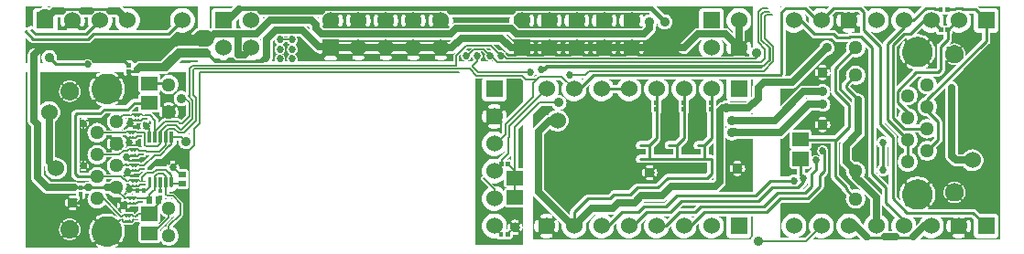
<source format=gbr>
G04 start of page 7 for group 5 idx 5 *
G04 Title: (unknown), bottom *
G04 Creator: pcb 4.2.0 *
G04 CreationDate: Wed Jul 29 20:49:07 2020 UTC *
G04 For: commonadmin *
G04 Format: Gerber/RS-274X *
G04 PCB-Dimensions (mil): 4000.00 3500.00 *
G04 PCB-Coordinate-Origin: lower left *
%MOIN*%
%FSLAX25Y25*%
%LNBOTTOM*%
%ADD115C,0.0380*%
%ADD114C,0.0354*%
%ADD113C,0.0945*%
%ADD112C,0.0130*%
%ADD111C,0.0200*%
%ADD110C,0.0350*%
%ADD109C,0.0270*%
%ADD108C,0.0360*%
%ADD107C,0.0120*%
%ADD106C,0.0512*%
%ADD105C,0.1102*%
%ADD104C,0.0669*%
%ADD103C,0.0600*%
%ADD102C,0.0150*%
%ADD101C,0.0250*%
%ADD100C,0.0060*%
%ADD99C,0.0100*%
%ADD98C,0.0001*%
G54D98*G36*
X247230Y47969D02*X254941D01*
X255000Y47964D01*
X255059Y47969D01*
X264941D01*
X265000Y47964D01*
X265059Y47969D01*
X266000D01*
Y44590D01*
X265379Y43969D01*
X251559D01*
X251500Y43973D01*
X251265Y43955D01*
X251035Y43899D01*
X250817Y43809D01*
X250616Y43686D01*
X250615Y43686D01*
X250436Y43532D01*
X250398Y43488D01*
X247379Y40469D01*
X247230D01*
Y43183D01*
X247298Y43196D01*
X247371Y43224D01*
X247440Y43262D01*
X247502Y43311D01*
X247555Y43369D01*
X247598Y43435D01*
X247630Y43507D01*
X247706Y43740D01*
X247760Y43980D01*
X247792Y44223D01*
X247803Y44469D01*
X247792Y44714D01*
X247760Y44957D01*
X247706Y45197D01*
X247632Y45431D01*
X247600Y45503D01*
X247556Y45569D01*
X247503Y45627D01*
X247441Y45676D01*
X247372Y45715D01*
X247298Y45742D01*
X247230Y45756D01*
Y47969D01*
G37*
G36*
X245001Y47964D02*X245059Y47969D01*
X247230D01*
Y45756D01*
X247221Y45758D01*
X247142Y45761D01*
X247063Y45752D01*
X246987Y45731D01*
X246915Y45698D01*
X246850Y45655D01*
X246791Y45601D01*
X246742Y45539D01*
X246704Y45470D01*
X246676Y45396D01*
X246660Y45319D01*
X246657Y45240D01*
X246666Y45162D01*
X246689Y45086D01*
X246738Y44936D01*
X246772Y44782D01*
X246793Y44626D01*
X246800Y44469D01*
X246793Y44311D01*
X246772Y44155D01*
X246738Y44001D01*
X246690Y43850D01*
X246668Y43775D01*
X246659Y43697D01*
X246662Y43618D01*
X246678Y43541D01*
X246705Y43467D01*
X246744Y43399D01*
X246793Y43337D01*
X246851Y43284D01*
X246916Y43240D01*
X246988Y43207D01*
X247064Y43186D01*
X247142Y43177D01*
X247220Y43181D01*
X247230Y43183D01*
Y40469D01*
X245001D01*
Y41666D01*
X245245Y41677D01*
X245489Y41709D01*
X245729Y41762D01*
X245963Y41836D01*
X246035Y41869D01*
X246100Y41912D01*
X246159Y41966D01*
X246208Y42028D01*
X246246Y42096D01*
X246274Y42170D01*
X246290Y42248D01*
X246293Y42327D01*
X246284Y42405D01*
X246263Y42481D01*
X246230Y42553D01*
X246186Y42619D01*
X246133Y42677D01*
X246071Y42726D01*
X246002Y42765D01*
X245928Y42792D01*
X245851Y42808D01*
X245772Y42811D01*
X245693Y42802D01*
X245618Y42780D01*
X245468Y42730D01*
X245314Y42696D01*
X245158Y42675D01*
X245001Y42669D01*
Y46268D01*
X245158Y46262D01*
X245314Y46241D01*
X245468Y46207D01*
X245618Y46159D01*
X245694Y46136D01*
X245772Y46127D01*
X245850Y46131D01*
X245927Y46146D01*
X246001Y46174D01*
X246070Y46212D01*
X246131Y46261D01*
X246185Y46319D01*
X246228Y46385D01*
X246261Y46456D01*
X246282Y46532D01*
X246291Y46610D01*
X246288Y46689D01*
X246272Y46766D01*
X246245Y46840D01*
X246206Y46908D01*
X246157Y46970D01*
X246099Y47023D01*
X246034Y47067D01*
X245962Y47098D01*
X245729Y47175D01*
X245489Y47228D01*
X245245Y47260D01*
X245001Y47271D01*
Y47964D01*
G37*
G36*
Y71254D02*X245451Y70978D01*
X245718Y70868D01*
X245713Y70787D01*
X245722Y69056D01*
X245759Y68903D01*
X245794Y68819D01*
X245759Y68735D01*
X245722Y68582D01*
X245713Y68425D01*
X245722Y66694D01*
X245759Y66541D01*
X245819Y66396D01*
X245901Y66261D01*
X246000Y66146D01*
Y57590D01*
X245001Y56591D01*
Y71254D01*
G37*
G36*
X242770Y47969D02*X244941D01*
X245000Y47964D01*
X245001Y47964D01*
Y47271D01*
X245000Y47271D01*
X244755Y47260D01*
X244511Y47228D01*
X244271Y47175D01*
X244037Y47101D01*
X243965Y47068D01*
X243900Y47025D01*
X243841Y46971D01*
X243792Y46909D01*
X243754Y46841D01*
X243726Y46767D01*
X243710Y46689D01*
X243707Y46610D01*
X243716Y46532D01*
X243737Y46456D01*
X243770Y46384D01*
X243814Y46318D01*
X243867Y46260D01*
X243929Y46211D01*
X243998Y46172D01*
X244072Y46145D01*
X244149Y46129D01*
X244228Y46126D01*
X244307Y46135D01*
X244382Y46157D01*
X244532Y46207D01*
X244686Y46241D01*
X244842Y46262D01*
X245000Y46269D01*
X245001Y46268D01*
Y42669D01*
X245000Y42669D01*
X244842Y42675D01*
X244686Y42696D01*
X244532Y42730D01*
X244382Y42778D01*
X244306Y42801D01*
X244228Y42810D01*
X244150Y42806D01*
X244073Y42791D01*
X243999Y42763D01*
X243930Y42725D01*
X243869Y42676D01*
X243815Y42618D01*
X243772Y42552D01*
X243739Y42481D01*
X243718Y42405D01*
X243709Y42327D01*
X243712Y42248D01*
X243728Y42171D01*
X243755Y42097D01*
X243794Y42029D01*
X243843Y41967D01*
X243901Y41914D01*
X243966Y41870D01*
X244038Y41839D01*
X244271Y41762D01*
X244511Y41709D01*
X244755Y41677D01*
X245000Y41666D01*
X245001Y41666D01*
Y40469D01*
X242770D01*
Y43181D01*
X242779Y43179D01*
X242858Y43176D01*
X242937Y43185D01*
X243013Y43206D01*
X243085Y43239D01*
X243150Y43282D01*
X243209Y43336D01*
X243258Y43398D01*
X243296Y43467D01*
X243324Y43541D01*
X243340Y43618D01*
X243343Y43697D01*
X243334Y43775D01*
X243311Y43851D01*
X243262Y44001D01*
X243228Y44155D01*
X243207Y44311D01*
X243200Y44469D01*
X243207Y44626D01*
X243228Y44782D01*
X243262Y44936D01*
X243310Y45087D01*
X243332Y45162D01*
X243341Y45240D01*
X243338Y45319D01*
X243322Y45396D01*
X243295Y45470D01*
X243256Y45538D01*
X243207Y45600D01*
X243149Y45653D01*
X243084Y45697D01*
X243012Y45730D01*
X242936Y45751D01*
X242858Y45760D01*
X242780Y45756D01*
X242770Y45754D01*
Y47969D01*
G37*
G36*
Y52969D02*X243500D01*
Y50969D01*
X242770D01*
Y52969D01*
G37*
G36*
Y78500D02*X244669D01*
X244308Y78192D01*
X243848Y77653D01*
X243478Y77049D01*
X243207Y76395D01*
X243042Y75706D01*
X242986Y75000D01*
X243042Y74294D01*
X243207Y73605D01*
X243478Y72951D01*
X243848Y72347D01*
X244308Y71808D01*
X244847Y71348D01*
X245001Y71254D01*
Y56591D01*
X244379Y55969D01*
X242770D01*
Y78500D01*
G37*
G36*
X231749Y73500D02*X233251D01*
X233478Y72951D01*
X233848Y72347D01*
X234308Y71808D01*
X234847Y71348D01*
X235451Y70978D01*
X236105Y70707D01*
X236794Y70542D01*
X237500Y70486D01*
X238206Y70542D01*
X238895Y70707D01*
X239549Y70978D01*
X240153Y71348D01*
X240692Y71808D01*
X241152Y72347D01*
X241522Y72951D01*
X241793Y73605D01*
X241958Y74294D01*
X242000Y75000D01*
X241958Y75706D01*
X241793Y76395D01*
X241522Y77049D01*
X241152Y77653D01*
X240692Y78192D01*
X240331Y78500D01*
X242770D01*
Y55969D01*
X241500D01*
X241265Y55955D01*
X241035Y55899D01*
X240817Y55809D01*
X240616Y55686D01*
X240436Y55532D01*
X240283Y55353D01*
X240159Y55152D01*
X240069Y54933D01*
X240014Y54704D01*
X239995Y54469D01*
X240014Y54233D01*
X240069Y54004D01*
X240159Y53785D01*
X240283Y53584D01*
X240436Y53405D01*
X240616Y53251D01*
X240817Y53128D01*
X241035Y53038D01*
X241265Y52982D01*
X241500Y52969D01*
X242770D01*
Y50969D01*
X241500D01*
X241265Y50955D01*
X241035Y50899D01*
X240817Y50809D01*
X240616Y50686D01*
X240436Y50532D01*
X240283Y50353D01*
X240159Y50152D01*
X240069Y49933D01*
X240014Y49704D01*
X239995Y49469D01*
X240014Y49233D01*
X240069Y49004D01*
X240159Y48785D01*
X240283Y48584D01*
X240436Y48405D01*
X240616Y48251D01*
X240817Y48128D01*
X241035Y48038D01*
X241265Y47982D01*
X241500Y47969D01*
X242770D01*
Y45754D01*
X242702Y45741D01*
X242629Y45713D01*
X242560Y45675D01*
X242498Y45626D01*
X242445Y45568D01*
X242402Y45502D01*
X242370Y45430D01*
X242294Y45197D01*
X242240Y44957D01*
X242208Y44714D01*
X242197Y44469D01*
X242208Y44223D01*
X242240Y43980D01*
X242294Y43740D01*
X242368Y43506D01*
X242400Y43434D01*
X242444Y43368D01*
X242497Y43310D01*
X242559Y43261D01*
X242628Y43222D01*
X242702Y43195D01*
X242770Y43181D01*
Y40469D01*
X240559D01*
X240500Y40473D01*
X240265Y40455D01*
X240035Y40399D01*
X239817Y40309D01*
X239616Y40186D01*
X239615Y40186D01*
X239436Y40032D01*
X239398Y39988D01*
X237379Y37969D01*
X232059D01*
X232000Y37973D01*
X231765Y37955D01*
X231535Y37899D01*
X231317Y37809D01*
X231116Y37686D01*
X231115Y37686D01*
X230936Y37532D01*
X230898Y37488D01*
X229879Y36469D01*
X222559D01*
X222500Y36473D01*
X222265Y36455D01*
X222035Y36399D01*
X221817Y36309D01*
X221616Y36186D01*
X221615Y36186D01*
X221436Y36032D01*
X221398Y35988D01*
X216481Y31071D01*
X216436Y31032D01*
X216283Y30853D01*
X216159Y30652D01*
X216069Y30433D01*
X216014Y30204D01*
X216014Y30204D01*
X215995Y29969D01*
X216000Y29910D01*
Y29249D01*
X215930Y29220D01*
X206750Y38400D01*
Y58537D01*
X208761Y60548D01*
X209142Y60222D01*
X209678Y59893D01*
X210260Y59653D01*
X210872Y59506D01*
X211500Y59456D01*
X212128Y59506D01*
X212740Y59653D01*
X213322Y59893D01*
X213858Y60222D01*
X214337Y60631D01*
X214746Y61110D01*
X215075Y61647D01*
X215316Y62229D01*
X215463Y62841D01*
X215500Y63469D01*
X215463Y64096D01*
X215316Y64708D01*
X215075Y65290D01*
X214746Y65827D01*
X214337Y66306D01*
X213858Y66715D01*
X213322Y67044D01*
X212740Y67284D01*
X212712Y67291D01*
X212868Y67329D01*
X213275Y67497D01*
X213651Y67728D01*
X213986Y68014D01*
X214272Y68349D01*
X214503Y68725D01*
X214671Y69132D01*
X214774Y69561D01*
X214800Y70000D01*
X214774Y70439D01*
X214671Y70868D01*
X214503Y71275D01*
X214272Y71651D01*
X213986Y71986D01*
X213651Y72272D01*
X213275Y72503D01*
X212868Y72671D01*
X212439Y72774D01*
X212000Y72809D01*
X211561Y72774D01*
X211388Y72733D01*
X211522Y72951D01*
X211793Y73605D01*
X211958Y74294D01*
X212000Y75000D01*
X211958Y75706D01*
X211793Y76395D01*
X211522Y77049D01*
X211152Y77653D01*
X210692Y78192D01*
X210682Y78200D01*
X212462D01*
X213529Y77132D01*
X213478Y77049D01*
X213207Y76395D01*
X213042Y75706D01*
X212986Y75000D01*
X213042Y74294D01*
X213207Y73605D01*
X213478Y72951D01*
X213848Y72347D01*
X214308Y71808D01*
X214847Y71348D01*
X215451Y70978D01*
X216105Y70707D01*
X216794Y70542D01*
X217500Y70486D01*
X218206Y70542D01*
X218895Y70707D01*
X219549Y70978D01*
X220153Y71348D01*
X220692Y71808D01*
X221152Y72347D01*
X221522Y72951D01*
X221793Y73605D01*
X221958Y74294D01*
X222000Y75000D01*
X221979Y75358D01*
X223342Y76721D01*
X223207Y76395D01*
X223042Y75706D01*
X222986Y75000D01*
X223042Y74294D01*
X223207Y73605D01*
X223478Y72951D01*
X223848Y72347D01*
X224308Y71808D01*
X224847Y71348D01*
X225451Y70978D01*
X226105Y70707D01*
X226794Y70542D01*
X227500Y70486D01*
X228206Y70542D01*
X228895Y70707D01*
X229549Y70978D01*
X230153Y71348D01*
X230692Y71808D01*
X231152Y72347D01*
X231522Y72951D01*
X231749Y73500D01*
G37*
G36*
X268250Y50768D02*X268183Y50809D01*
X267965Y50899D01*
X267735Y50955D01*
X267500Y50973D01*
X267441Y50969D01*
X266500D01*
Y53847D01*
X268250Y55597D01*
Y50768D01*
G37*
G36*
X282500Y66349D02*Y65750D01*
X281057D01*
X281321Y65771D01*
X281322Y65771D01*
X281666Y65854D01*
X281993Y65989D01*
X282295Y66174D01*
X282500Y66349D01*
G37*
G36*
X260879Y31500D02*X256121D01*
X257121Y32500D01*
X261879D01*
X260879Y31500D01*
G37*
G36*
X249412Y33719D02*X249500Y33712D01*
X249853Y33739D01*
X249853Y33739D01*
X250197Y33822D01*
X250525Y33958D01*
X250827Y34143D01*
X251096Y34373D01*
X251153Y34440D01*
X253932Y37219D01*
X254118D01*
X254116Y37217D01*
X254115Y37217D01*
X253936Y37064D01*
X253898Y37019D01*
X250379Y33500D01*
X243059D01*
X243000Y33505D01*
X242765Y33486D01*
X242679Y33466D01*
X242932Y33719D01*
X249412D01*
G37*
G36*
X203887Y20000D02*X202500D01*
Y36426D01*
X202566Y36318D01*
X202674Y36142D01*
X202674Y36142D01*
X202904Y35873D01*
X202971Y35815D01*
X203887Y34900D01*
Y27147D01*
X203844Y27140D01*
X203732Y27103D01*
X203627Y27048D01*
X203532Y26978D01*
X203449Y26894D01*
X203381Y26798D01*
X203330Y26692D01*
X203182Y26284D01*
X203078Y25863D01*
X203016Y25433D01*
X202995Y25000D01*
X203016Y24567D01*
X203078Y24137D01*
X203182Y23716D01*
X203325Y23306D01*
X203378Y23200D01*
X203447Y23104D01*
X203530Y23019D01*
X203625Y22949D01*
X203731Y22894D01*
X203843Y22857D01*
X203887Y22849D01*
Y20000D01*
G37*
G36*
X207502D02*X203887D01*
Y22849D01*
X203960Y22837D01*
X204079Y22836D01*
X204196Y22854D01*
X204309Y22890D01*
X204415Y22943D01*
X204512Y23012D01*
X204596Y23095D01*
X204667Y23191D01*
X204721Y23296D01*
X204759Y23408D01*
X204778Y23525D01*
X204779Y23644D01*
X204761Y23761D01*
X204723Y23874D01*
X204624Y24145D01*
X204556Y24425D01*
X204514Y24711D01*
X204500Y25000D01*
X204514Y25289D01*
X204556Y25575D01*
X204624Y25855D01*
X204720Y26128D01*
X204758Y26239D01*
X204775Y26356D01*
X204775Y26474D01*
X204755Y26591D01*
X204718Y26703D01*
X204664Y26807D01*
X204594Y26902D01*
X204509Y26985D01*
X204413Y27054D01*
X204308Y27107D01*
X204195Y27143D01*
X204079Y27160D01*
X203961Y27159D01*
X203887Y27147D01*
Y34900D01*
X207502Y31285D01*
Y29505D01*
X207500Y29505D01*
X207067Y29484D01*
X206637Y29422D01*
X206216Y29318D01*
X205806Y29175D01*
X205700Y29122D01*
X205604Y29053D01*
X205519Y28970D01*
X205449Y28875D01*
X205394Y28769D01*
X205357Y28657D01*
X205337Y28540D01*
X205336Y28421D01*
X205354Y28304D01*
X205390Y28191D01*
X205443Y28085D01*
X205512Y27988D01*
X205595Y27904D01*
X205691Y27833D01*
X205796Y27779D01*
X205908Y27741D01*
X206025Y27722D01*
X206144Y27721D01*
X206261Y27739D01*
X206374Y27777D01*
X206645Y27876D01*
X206925Y27944D01*
X207211Y27986D01*
X207500Y28000D01*
X207502Y28000D01*
Y22000D01*
X207500Y22000D01*
X207211Y22014D01*
X206925Y22056D01*
X206645Y22124D01*
X206372Y22220D01*
X206261Y22258D01*
X206144Y22275D01*
X206026Y22275D01*
X205909Y22255D01*
X205797Y22218D01*
X205693Y22164D01*
X205598Y22094D01*
X205515Y22009D01*
X205446Y21913D01*
X205393Y21808D01*
X205357Y21695D01*
X205340Y21579D01*
X205341Y21461D01*
X205360Y21344D01*
X205397Y21232D01*
X205452Y21127D01*
X205522Y21032D01*
X205606Y20949D01*
X205702Y20881D01*
X205808Y20830D01*
X206216Y20682D01*
X206637Y20578D01*
X207067Y20516D01*
X207500Y20495D01*
X207502Y20495D01*
Y20000D01*
G37*
G36*
X211113D02*X207502D01*
Y20495D01*
X207933Y20516D01*
X208363Y20578D01*
X208784Y20682D01*
X209194Y20825D01*
X209300Y20878D01*
X209396Y20947D01*
X209481Y21030D01*
X209551Y21125D01*
X209606Y21231D01*
X209643Y21343D01*
X209663Y21460D01*
X209664Y21579D01*
X209646Y21696D01*
X209610Y21809D01*
X209557Y21915D01*
X209488Y22012D01*
X209405Y22096D01*
X209309Y22167D01*
X209204Y22221D01*
X209092Y22259D01*
X208975Y22278D01*
X208856Y22279D01*
X208739Y22261D01*
X208626Y22223D01*
X208355Y22124D01*
X208075Y22056D01*
X207789Y22014D01*
X207502Y22000D01*
Y28000D01*
X207789Y27986D01*
X208075Y27944D01*
X208355Y27876D01*
X208628Y27780D01*
X208739Y27742D01*
X208856Y27725D01*
X208974Y27725D01*
X209091Y27745D01*
X209203Y27782D01*
X209307Y27836D01*
X209402Y27906D01*
X209485Y27991D01*
X209554Y28087D01*
X209607Y28192D01*
X209643Y28305D01*
X209660Y28421D01*
X209659Y28539D01*
X209640Y28656D01*
X209603Y28768D01*
X209548Y28873D01*
X209478Y28968D01*
X209394Y29051D01*
X209298Y29119D01*
X209192Y29170D01*
X208784Y29318D01*
X208363Y29422D01*
X207933Y29484D01*
X207502Y29505D01*
Y31285D01*
X211113Y27673D01*
Y27151D01*
X211040Y27163D01*
X210921Y27164D01*
X210804Y27146D01*
X210691Y27110D01*
X210585Y27057D01*
X210488Y26988D01*
X210404Y26905D01*
X210333Y26809D01*
X210279Y26704D01*
X210241Y26592D01*
X210222Y26475D01*
X210221Y26356D01*
X210239Y26239D01*
X210277Y26126D01*
X210376Y25855D01*
X210444Y25575D01*
X210486Y25289D01*
X210500Y25000D01*
X210486Y24711D01*
X210444Y24425D01*
X210376Y24145D01*
X210280Y23872D01*
X210242Y23761D01*
X210225Y23644D01*
X210225Y23526D01*
X210245Y23409D01*
X210282Y23297D01*
X210336Y23193D01*
X210406Y23098D01*
X210491Y23015D01*
X210587Y22946D01*
X210692Y22893D01*
X210805Y22857D01*
X210921Y22840D01*
X211039Y22841D01*
X211113Y22853D01*
Y20000D01*
G37*
G36*
X241933Y25812D02*X244279Y28158D01*
X243848Y27653D01*
X243478Y27049D01*
X243207Y26395D01*
X243042Y25706D01*
X242986Y25000D01*
X243042Y24294D01*
X243207Y23605D01*
X243478Y22951D01*
X243848Y22347D01*
X244308Y21808D01*
X244847Y21348D01*
X245451Y20978D01*
X246105Y20707D01*
X246794Y20542D01*
X247500Y20486D01*
X248206Y20542D01*
X248895Y20707D01*
X249549Y20978D01*
X250153Y21348D01*
X250692Y21808D01*
X251152Y22347D01*
X251522Y22951D01*
X251793Y23605D01*
X251827Y23748D01*
X251884Y23783D01*
X252064Y23936D01*
X252102Y23981D01*
X252996Y24875D01*
X253042Y24294D01*
X253207Y23605D01*
X253478Y22951D01*
X253848Y22347D01*
X254308Y21808D01*
X254847Y21348D01*
X255451Y20978D01*
X256105Y20707D01*
X256794Y20542D01*
X257500Y20486D01*
X258206Y20542D01*
X258895Y20707D01*
X259549Y20978D01*
X260153Y21348D01*
X260692Y21808D01*
X261152Y22347D01*
X261522Y22951D01*
X261793Y23605D01*
X261958Y24294D01*
X261992Y24871D01*
X263109Y25988D01*
X263042Y25706D01*
X262986Y25000D01*
X263042Y24294D01*
X263207Y23605D01*
X263478Y22951D01*
X263848Y22347D01*
X264308Y21808D01*
X264847Y21348D01*
X265451Y20978D01*
X266105Y20707D01*
X266794Y20542D01*
X267500Y20486D01*
X268206Y20542D01*
X268895Y20707D01*
X269549Y20978D01*
X270153Y21348D01*
X270692Y21808D01*
X271152Y22347D01*
X271522Y22951D01*
X271793Y23605D01*
X271958Y24294D01*
X272000Y25000D01*
X271958Y25706D01*
X271793Y26395D01*
X271522Y27049D01*
X271152Y27653D01*
X270692Y28192D01*
X270331Y28500D01*
X273084D01*
X273069Y28465D01*
X273014Y28235D01*
X273000Y28000D01*
X273014Y21765D01*
X273069Y21535D01*
X273159Y21317D01*
X273283Y21116D01*
X273436Y20936D01*
X273616Y20783D01*
X273817Y20659D01*
X274035Y20569D01*
X274265Y20514D01*
X274500Y20500D01*
X280735Y20514D01*
X280965Y20569D01*
X281183Y20659D01*
X281384Y20783D01*
X281564Y20936D01*
X281717Y21116D01*
X281841Y21317D01*
X281931Y21535D01*
X281986Y21765D01*
X282000Y22000D01*
X281986Y28235D01*
X281931Y28465D01*
X281916Y28500D01*
X282500D01*
Y21470D01*
X282228Y21151D01*
X281997Y20775D01*
X281829Y20368D01*
X281740Y20000D01*
X211113D01*
Y22853D01*
X211156Y22860D01*
X211268Y22897D01*
X211373Y22952D01*
X211468Y23022D01*
X211551Y23106D01*
X211619Y23202D01*
X211670Y23308D01*
X211818Y23716D01*
X211922Y24137D01*
X211984Y24567D01*
X212005Y25000D01*
X211984Y25433D01*
X211922Y25863D01*
X211818Y26284D01*
X211675Y26694D01*
X211622Y26800D01*
X211553Y26896D01*
X211470Y26981D01*
X211375Y27051D01*
X211269Y27106D01*
X211157Y27143D01*
X211113Y27151D01*
Y27673D01*
X213049Y25737D01*
X213042Y25706D01*
X212986Y25000D01*
X213042Y24294D01*
X213207Y23605D01*
X213478Y22951D01*
X213848Y22347D01*
X214308Y21808D01*
X214847Y21348D01*
X215451Y20978D01*
X216105Y20707D01*
X216794Y20542D01*
X217500Y20486D01*
X218206Y20542D01*
X218895Y20707D01*
X219549Y20978D01*
X220153Y21348D01*
X220692Y21808D01*
X221152Y22347D01*
X221522Y22951D01*
X221793Y23605D01*
X221958Y24294D01*
X222000Y25000D01*
X221958Y25706D01*
X221848Y26166D01*
X224900Y29219D01*
X225925D01*
X225451Y29022D01*
X224847Y28652D01*
X224308Y28192D01*
X223848Y27653D01*
X223478Y27049D01*
X223207Y26395D01*
X223042Y25706D01*
X222986Y25000D01*
X223042Y24294D01*
X223207Y23605D01*
X223478Y22951D01*
X223848Y22347D01*
X224308Y21808D01*
X224847Y21348D01*
X225451Y20978D01*
X226105Y20707D01*
X226794Y20542D01*
X227500Y20486D01*
X228206Y20542D01*
X228895Y20707D01*
X229549Y20978D01*
X230153Y21348D01*
X230692Y21808D01*
X231152Y22347D01*
X231522Y22951D01*
X231793Y23605D01*
X231958Y24294D01*
X231992Y24871D01*
X233109Y25988D01*
X233042Y25706D01*
X232986Y25000D01*
X233042Y24294D01*
X233207Y23605D01*
X233478Y22951D01*
X233848Y22347D01*
X234308Y21808D01*
X234847Y21348D01*
X235451Y20978D01*
X236105Y20707D01*
X236794Y20542D01*
X237500Y20486D01*
X238206Y20542D01*
X238895Y20707D01*
X239549Y20978D01*
X240153Y21348D01*
X240692Y21808D01*
X241152Y22347D01*
X241522Y22951D01*
X241793Y23605D01*
X241958Y24294D01*
X242000Y25000D01*
X241958Y25706D01*
X241933Y25812D01*
G37*
G36*
X244342Y28221D02*X244621Y28500D01*
X244669D01*
X244342Y28221D01*
G37*
G36*
X250331Y28500D02*X252379D01*
X251296Y27418D01*
X251152Y27653D01*
X250692Y28192D01*
X250331Y28500D01*
G37*
G36*
X260331D02*X261379D01*
X260866Y27988D01*
X260692Y28192D01*
X260331Y28500D01*
G37*
G36*
X229075Y29219D02*X231412D01*
X231500Y29212D01*
X231853Y29239D01*
X231853Y29239D01*
X232197Y29322D01*
X232203Y29324D01*
X230866Y27988D01*
X230692Y28192D01*
X230153Y28652D01*
X229549Y29022D01*
X229075Y29219D01*
G37*
G36*
X240331Y28500D02*X240379D01*
X240357Y28478D01*
X240331Y28500D01*
G37*
G36*
X274770Y37500D02*X270094D01*
X270327Y37643D01*
X270596Y37873D01*
X270653Y37940D01*
X272029Y39315D01*
X272096Y39373D01*
X272326Y39642D01*
X272326Y39642D01*
X272511Y39944D01*
X272646Y40271D01*
X272729Y40615D01*
X272757Y40969D01*
X272750Y41057D01*
Y57323D01*
X273014Y57014D01*
X273349Y56728D01*
X273725Y56497D01*
X274132Y56329D01*
X274561Y56226D01*
X274770Y56209D01*
Y47286D01*
X274702Y47272D01*
X274629Y47245D01*
X274560Y47206D01*
X274498Y47157D01*
X274445Y47099D01*
X274402Y47034D01*
X274370Y46962D01*
X274294Y46729D01*
X274240Y46489D01*
X274208Y46245D01*
X274197Y46000D01*
X274208Y45755D01*
X274240Y45511D01*
X274294Y45271D01*
X274368Y45037D01*
X274400Y44965D01*
X274444Y44900D01*
X274497Y44841D01*
X274559Y44792D01*
X274628Y44754D01*
X274702Y44726D01*
X274770Y44712D01*
Y37500D01*
G37*
G36*
X276677Y56750D02*X277001D01*
Y48803D01*
X277000Y48803D01*
X276755Y48792D01*
X276511Y48760D01*
X276271Y48706D01*
X276037Y48632D01*
X275965Y48600D01*
X275900Y48556D01*
X275841Y48503D01*
X275792Y48441D01*
X275754Y48372D01*
X275726Y48298D01*
X275710Y48221D01*
X275707Y48142D01*
X275716Y48063D01*
X275737Y47987D01*
X275770Y47915D01*
X275814Y47850D01*
X275867Y47791D01*
X275929Y47742D01*
X275998Y47704D01*
X276072Y47676D01*
X276149Y47660D01*
X276228Y47657D01*
X276307Y47666D01*
X276382Y47689D01*
X276532Y47738D01*
X276686Y47772D01*
X276842Y47793D01*
X277000Y47800D01*
X277001Y47800D01*
Y44200D01*
X277000Y44200D01*
X276842Y44207D01*
X276686Y44228D01*
X276532Y44262D01*
X276382Y44310D01*
X276306Y44332D01*
X276228Y44341D01*
X276150Y44338D01*
X276073Y44322D01*
X275999Y44295D01*
X275930Y44256D01*
X275869Y44207D01*
X275815Y44149D01*
X275772Y44084D01*
X275739Y44012D01*
X275718Y43936D01*
X275709Y43858D01*
X275712Y43780D01*
X275728Y43702D01*
X275755Y43629D01*
X275794Y43560D01*
X275843Y43498D01*
X275901Y43445D01*
X275966Y43402D01*
X276038Y43370D01*
X276271Y43294D01*
X276511Y43240D01*
X276755Y43208D01*
X277000Y43197D01*
X277001Y43197D01*
Y37500D01*
X274770D01*
Y44712D01*
X274779Y44710D01*
X274858Y44707D01*
X274937Y44716D01*
X275013Y44737D01*
X275085Y44770D01*
X275150Y44814D01*
X275209Y44867D01*
X275258Y44929D01*
X275296Y44998D01*
X275324Y45072D01*
X275340Y45149D01*
X275343Y45228D01*
X275334Y45307D01*
X275311Y45382D01*
X275262Y45532D01*
X275228Y45686D01*
X275207Y45842D01*
X275200Y46000D01*
X275207Y46158D01*
X275228Y46314D01*
X275262Y46468D01*
X275310Y46618D01*
X275332Y46694D01*
X275341Y46772D01*
X275338Y46850D01*
X275322Y46927D01*
X275295Y47001D01*
X275256Y47070D01*
X275207Y47131D01*
X275149Y47185D01*
X275084Y47228D01*
X275012Y47261D01*
X274936Y47282D01*
X274858Y47291D01*
X274780Y47288D01*
X274770Y47286D01*
Y56209D01*
X275000Y56191D01*
X275439Y56226D01*
X275868Y56329D01*
X276275Y56497D01*
X276651Y56728D01*
X276677Y56750D01*
G37*
G36*
X277001D02*X279230D01*
Y47288D01*
X279221Y47290D01*
X279142Y47293D01*
X279063Y47284D01*
X278987Y47263D01*
X278915Y47230D01*
X278850Y47186D01*
X278791Y47133D01*
X278742Y47071D01*
X278704Y47002D01*
X278676Y46928D01*
X278660Y46851D01*
X278657Y46772D01*
X278666Y46693D01*
X278689Y46618D01*
X278738Y46468D01*
X278772Y46314D01*
X278793Y46158D01*
X278800Y46000D01*
X278793Y45842D01*
X278772Y45686D01*
X278738Y45532D01*
X278690Y45382D01*
X278668Y45306D01*
X278659Y45228D01*
X278662Y45150D01*
X278678Y45073D01*
X278705Y44999D01*
X278744Y44930D01*
X278793Y44869D01*
X278851Y44815D01*
X278916Y44772D01*
X278988Y44739D01*
X279064Y44718D01*
X279142Y44709D01*
X279220Y44712D01*
X279230Y44714D01*
Y37500D01*
X277001D01*
Y43197D01*
X277245Y43208D01*
X277489Y43240D01*
X277729Y43294D01*
X277963Y43368D01*
X278035Y43400D01*
X278100Y43444D01*
X278159Y43497D01*
X278208Y43559D01*
X278246Y43628D01*
X278274Y43702D01*
X278290Y43779D01*
X278293Y43858D01*
X278284Y43937D01*
X278263Y44013D01*
X278230Y44085D01*
X278186Y44150D01*
X278133Y44209D01*
X278071Y44258D01*
X278002Y44296D01*
X277928Y44324D01*
X277851Y44340D01*
X277772Y44343D01*
X277693Y44334D01*
X277618Y44311D01*
X277468Y44262D01*
X277314Y44228D01*
X277158Y44207D01*
X277001Y44200D01*
Y47800D01*
X277158Y47793D01*
X277314Y47772D01*
X277468Y47738D01*
X277618Y47690D01*
X277694Y47668D01*
X277772Y47659D01*
X277850Y47662D01*
X277927Y47678D01*
X278001Y47705D01*
X278070Y47744D01*
X278131Y47793D01*
X278185Y47851D01*
X278228Y47916D01*
X278261Y47988D01*
X278282Y48064D01*
X278291Y48142D01*
X278288Y48220D01*
X278272Y48298D01*
X278245Y48371D01*
X278206Y48440D01*
X278157Y48502D01*
X278099Y48555D01*
X278034Y48598D01*
X277962Y48630D01*
X277729Y48706D01*
X277489Y48760D01*
X277245Y48792D01*
X277001Y48803D01*
Y56750D01*
G37*
G36*
X279230D02*X282500D01*
Y37500D01*
X279230D01*
Y44714D01*
X279298Y44728D01*
X279371Y44755D01*
X279440Y44794D01*
X279502Y44843D01*
X279555Y44901D01*
X279598Y44966D01*
X279630Y45038D01*
X279706Y45271D01*
X279760Y45511D01*
X279792Y45755D01*
X279803Y46000D01*
X279792Y46245D01*
X279760Y46489D01*
X279706Y46729D01*
X279632Y46963D01*
X279600Y47035D01*
X279556Y47100D01*
X279503Y47159D01*
X279441Y47208D01*
X279372Y47246D01*
X279298Y47274D01*
X279230Y47288D01*
Y56750D01*
G37*
G36*
X272750Y60677D02*Y61823D01*
X273014Y61514D01*
X273323Y61250D01*
X273014Y60986D01*
X272750Y60677D01*
G37*
G36*
Y65177D02*Y65180D01*
X272752Y65179D01*
X272750Y65177D01*
G37*
G36*
X203174Y80000D02*X203800D01*
X203760Y79903D01*
X203728Y79772D01*
X203597Y79740D01*
X203408Y79662D01*
X203234Y79555D01*
X203081Y79419D01*
X203062Y79400D01*
X202621D01*
X202650Y79418D01*
X202883Y79617D01*
X203082Y79850D01*
X203174Y80000D01*
G37*
G36*
X221079Y78700D02*X220626Y78248D01*
X220153Y78652D01*
X220075Y78700D01*
X221079D01*
G37*
G36*
X268250Y41900D02*X268068Y41719D01*
X267371D01*
X268250Y42597D01*
Y41900D01*
G37*
G36*
X233251Y76500D02*X231749D01*
X231522Y77049D01*
X231152Y77653D01*
X230692Y78192D01*
X230331Y78500D01*
X234669D01*
X234308Y78192D01*
X233848Y77653D01*
X233478Y77049D01*
X233251Y76500D01*
G37*
G36*
X249000Y66146D02*X249099Y66261D01*
X249181Y66396D01*
X249241Y66541D01*
X249278Y66694D01*
X249287Y66851D01*
X249278Y68582D01*
X249241Y68735D01*
X249206Y68819D01*
X249241Y68903D01*
X249278Y69056D01*
X249287Y69213D01*
X249278Y70866D01*
X249549Y70978D01*
X250153Y71348D01*
X250692Y71808D01*
X251152Y72347D01*
X251522Y72951D01*
X251793Y73605D01*
X251958Y74294D01*
X252000Y75000D01*
X251958Y75706D01*
X251793Y76395D01*
X251522Y77049D01*
X251152Y77653D01*
X250692Y78192D01*
X250331Y78500D01*
X254669D01*
X254308Y78192D01*
X253848Y77653D01*
X253478Y77049D01*
X253207Y76395D01*
X253042Y75706D01*
X252986Y75000D01*
X253042Y74294D01*
X253207Y73605D01*
X253478Y72951D01*
X253848Y72347D01*
X254308Y71808D01*
X254847Y71348D01*
X255451Y70978D01*
X255718Y70868D01*
X255713Y70787D01*
X255722Y69056D01*
X255759Y68903D01*
X255794Y68819D01*
X255759Y68735D01*
X255722Y68582D01*
X255713Y68425D01*
X255722Y66694D01*
X255759Y66541D01*
X255819Y66396D01*
X255901Y66261D01*
X256000Y66146D01*
Y57590D01*
X254379Y55969D01*
X252000D01*
X251765Y55955D01*
X251535Y55899D01*
X251317Y55809D01*
X251116Y55686D01*
X250936Y55532D01*
X250783Y55353D01*
X250659Y55152D01*
X250569Y54933D01*
X250514Y54704D01*
X250495Y54469D01*
X250514Y54233D01*
X250569Y54004D01*
X250659Y53785D01*
X250783Y53584D01*
X250936Y53405D01*
X251116Y53251D01*
X251317Y53128D01*
X251535Y53038D01*
X251765Y52982D01*
X252000Y52969D01*
X253500D01*
Y50969D01*
X246500D01*
Y53847D01*
X248519Y55866D01*
X248564Y55905D01*
X248717Y56084D01*
X248717Y56084D01*
X248841Y56285D01*
X248931Y56504D01*
X248986Y56733D01*
X249005Y56969D01*
X249000Y57027D01*
Y66146D01*
G37*
G36*
X208176Y65700D02*X208147Y65698D01*
X207803Y65615D01*
X207475Y65479D01*
X207173Y65294D01*
X207173Y65294D01*
X206904Y65064D01*
X206847Y64997D01*
X202971Y61122D01*
X202904Y61064D01*
X202674Y60795D01*
X202500Y60511D01*
Y65662D01*
X205538Y68700D01*
X209513D01*
X209728Y68349D01*
X210014Y68014D01*
X210349Y67728D01*
X210725Y67497D01*
X210882Y67432D01*
X210872Y67431D01*
X210260Y67284D01*
X209678Y67044D01*
X209142Y66715D01*
X208663Y66306D01*
X208254Y65827D01*
X208176Y65700D01*
G37*
G36*
X260331Y78500D02*X264669D01*
X264308Y78192D01*
X263848Y77653D01*
X263478Y77049D01*
X263207Y76395D01*
X263042Y75706D01*
X262986Y75000D01*
X263042Y74294D01*
X263207Y73605D01*
X263478Y72951D01*
X263848Y72347D01*
X264308Y71808D01*
X264847Y71348D01*
X265451Y70978D01*
X265718Y70868D01*
X265713Y70787D01*
X265722Y69056D01*
X265759Y68903D01*
X265794Y68819D01*
X265759Y68735D01*
X265722Y68582D01*
X265713Y68425D01*
X265722Y66694D01*
X265759Y66541D01*
X265819Y66396D01*
X265901Y66261D01*
X266000Y66146D01*
Y57590D01*
X264379Y55969D01*
X262500D01*
X262265Y55955D01*
X262035Y55899D01*
X261817Y55809D01*
X261616Y55686D01*
X261436Y55532D01*
X261283Y55353D01*
X261159Y55152D01*
X261069Y54933D01*
X261014Y54704D01*
X260995Y54469D01*
X261014Y54233D01*
X261069Y54004D01*
X261159Y53785D01*
X261283Y53584D01*
X261436Y53405D01*
X261616Y53251D01*
X261817Y53128D01*
X262035Y53038D01*
X262265Y52982D01*
X262500Y52969D01*
X263500D01*
Y50969D01*
X256500D01*
Y53847D01*
X258519Y55866D01*
X258564Y55905D01*
X258717Y56084D01*
X258717Y56084D01*
X258841Y56285D01*
X258931Y56504D01*
X258986Y56733D01*
X259005Y56969D01*
X259000Y57027D01*
Y66146D01*
X259099Y66261D01*
X259181Y66396D01*
X259241Y66541D01*
X259278Y66694D01*
X259287Y66851D01*
X259278Y68582D01*
X259241Y68735D01*
X259206Y68819D01*
X259241Y68903D01*
X259278Y69056D01*
X259287Y69213D01*
X259278Y70866D01*
X259549Y70978D01*
X260153Y71348D01*
X260692Y71808D01*
X261152Y72347D01*
X261522Y72951D01*
X261793Y73605D01*
X261958Y74294D01*
X262000Y75000D01*
X261958Y75706D01*
X261793Y76395D01*
X261522Y77049D01*
X261152Y77653D01*
X260692Y78192D01*
X260331Y78500D01*
G37*
G36*
X270331D02*X273084D01*
X273069Y78465D01*
X273014Y78235D01*
X273000Y78000D01*
X273014Y71765D01*
X273069Y71535D01*
X273159Y71317D01*
X273283Y71116D01*
X273436Y70936D01*
X273616Y70783D01*
X273817Y70659D01*
X273860Y70642D01*
X273439Y70743D01*
X273000Y70777D01*
X272561Y70743D01*
X272132Y70640D01*
X271725Y70471D01*
X271353Y70243D01*
X271178Y70229D01*
X270834Y70146D01*
X270507Y70011D01*
X270205Y69826D01*
X270205Y69826D01*
X269936Y69596D01*
X269878Y69529D01*
X269233Y68883D01*
X269241Y68903D01*
X269278Y69056D01*
X269287Y69213D01*
X269278Y70866D01*
X269549Y70978D01*
X270153Y71348D01*
X270692Y71808D01*
X271152Y72347D01*
X271522Y72951D01*
X271793Y73605D01*
X271958Y74294D01*
X272000Y75000D01*
X271958Y75706D01*
X271793Y76395D01*
X271522Y77049D01*
X271152Y77653D01*
X270692Y78192D01*
X270331Y78500D01*
G37*
G36*
X281916D02*X282500D01*
Y76511D01*
X282489Y76493D01*
X282354Y76166D01*
X282271Y75822D01*
X282271Y75821D01*
X282243Y75469D01*
X282250Y75380D01*
Y72463D01*
X282000Y72213D01*
X281986Y78235D01*
X281931Y78465D01*
X281916Y78500D01*
G37*
G36*
X280299Y70513D02*X280037Y70250D01*
X274636D01*
X274275Y70471D01*
X274043Y70567D01*
X274265Y70514D01*
X274500Y70500D01*
X280299Y70513D01*
G37*
G36*
X190645Y51037D02*X191153Y51348D01*
X191692Y51808D01*
X192152Y52347D01*
X192200Y52425D01*
Y52039D01*
X190645Y50484D01*
Y51037D01*
G37*
G36*
Y70511D02*X191735Y70514D01*
X191965Y70569D01*
X192183Y70659D01*
X192384Y70783D01*
X192564Y70936D01*
X192717Y71116D01*
X192841Y71317D01*
X192931Y71535D01*
X192986Y71765D01*
X193000Y72000D01*
X192986Y78235D01*
X192931Y78465D01*
X192841Y78683D01*
X192717Y78884D01*
X192704Y78900D01*
X198327D01*
X199000Y78227D01*
Y70338D01*
X192943Y64281D01*
X192984Y64567D01*
X193005Y65000D01*
X192984Y65433D01*
X192922Y65863D01*
X192818Y66284D01*
X192675Y66694D01*
X192622Y66800D01*
X192553Y66896D01*
X192470Y66981D01*
X192375Y67051D01*
X192269Y67106D01*
X192157Y67143D01*
X192040Y67163D01*
X191921Y67164D01*
X191804Y67146D01*
X191691Y67110D01*
X191585Y67057D01*
X191488Y66988D01*
X191404Y66905D01*
X191333Y66809D01*
X191279Y66704D01*
X191241Y66592D01*
X191222Y66475D01*
X191221Y66356D01*
X191239Y66239D01*
X191277Y66126D01*
X191376Y65855D01*
X191444Y65575D01*
X191486Y65289D01*
X191500Y65000D01*
X191486Y64711D01*
X191444Y64425D01*
X191376Y64145D01*
X191280Y63872D01*
X191242Y63761D01*
X191225Y63644D01*
X191225Y63526D01*
X191245Y63409D01*
X191282Y63297D01*
X191336Y63193D01*
X191406Y63098D01*
X191491Y63015D01*
X191587Y62946D01*
X191599Y62940D01*
X191578Y62922D01*
X191445Y62766D01*
X191338Y62592D01*
X191260Y62403D01*
X191212Y62204D01*
X191212Y62204D01*
X191196Y62000D01*
X191200Y61949D01*
Y59038D01*
X190942Y58781D01*
X190645Y58963D01*
Y61354D01*
X190663Y61460D01*
X190664Y61579D01*
X190646Y61696D01*
X190645Y61699D01*
Y68322D01*
X190660Y68421D01*
X190659Y68539D01*
X190645Y68625D01*
Y70511D01*
G37*
G36*
X198230Y31863D02*X199000Y31864D01*
Y18000D01*
X198230D01*
Y23214D01*
X198298Y23228D01*
X198371Y23255D01*
X198440Y23294D01*
X198502Y23343D01*
X198555Y23401D01*
X198598Y23466D01*
X198630Y23538D01*
X198706Y23771D01*
X198760Y24011D01*
X198792Y24255D01*
X198803Y24500D01*
X198792Y24745D01*
X198760Y24989D01*
X198706Y25229D01*
X198632Y25463D01*
X198600Y25535D01*
X198556Y25600D01*
X198503Y25659D01*
X198441Y25708D01*
X198372Y25746D01*
X198298Y25774D01*
X198230Y25788D01*
Y31863D01*
G37*
G36*
X195999Y31860D02*X198230Y31863D01*
Y25788D01*
X198221Y25790D01*
X198142Y25793D01*
X198063Y25784D01*
X197987Y25763D01*
X197915Y25730D01*
X197850Y25686D01*
X197791Y25633D01*
X197742Y25571D01*
X197704Y25502D01*
X197676Y25428D01*
X197660Y25351D01*
X197657Y25272D01*
X197666Y25193D01*
X197689Y25118D01*
X197738Y24968D01*
X197772Y24814D01*
X197793Y24658D01*
X197800Y24500D01*
X197793Y24342D01*
X197772Y24186D01*
X197738Y24032D01*
X197690Y23882D01*
X197668Y23806D01*
X197659Y23728D01*
X197662Y23650D01*
X197678Y23573D01*
X197705Y23499D01*
X197744Y23430D01*
X197793Y23369D01*
X197851Y23315D01*
X197916Y23272D01*
X197988Y23239D01*
X198064Y23218D01*
X198142Y23209D01*
X198220Y23212D01*
X198230Y23214D01*
Y18000D01*
X195999D01*
Y21697D01*
X196000Y21697D01*
X196245Y21708D01*
X196489Y21740D01*
X196729Y21794D01*
X196963Y21868D01*
X197035Y21900D01*
X197100Y21944D01*
X197159Y21997D01*
X197208Y22059D01*
X197246Y22128D01*
X197274Y22202D01*
X197290Y22279D01*
X197293Y22358D01*
X197284Y22437D01*
X197263Y22513D01*
X197230Y22585D01*
X197186Y22650D01*
X197133Y22709D01*
X197071Y22758D01*
X197002Y22796D01*
X196928Y22824D01*
X196851Y22840D01*
X196772Y22843D01*
X196693Y22834D01*
X196618Y22811D01*
X196468Y22762D01*
X196314Y22728D01*
X196158Y22707D01*
X196000Y22700D01*
X195999Y22700D01*
Y22798D01*
X196501Y23300D01*
X196592Y23338D01*
X196766Y23445D01*
X196922Y23578D01*
X197055Y23734D01*
X197162Y23908D01*
X197240Y24097D01*
X197288Y24296D01*
X197304Y24500D01*
X197288Y24704D01*
X197240Y24903D01*
X197162Y25092D01*
X197055Y25266D01*
X196922Y25422D01*
X196766Y25555D01*
X196592Y25662D01*
X196403Y25740D01*
X196204Y25788D01*
X196000Y25800D01*
X195999D01*
Y26300D01*
X196000Y26300D01*
X196158Y26293D01*
X196314Y26272D01*
X196468Y26238D01*
X196618Y26190D01*
X196694Y26168D01*
X196772Y26159D01*
X196850Y26162D01*
X196927Y26178D01*
X197001Y26205D01*
X197070Y26244D01*
X197131Y26293D01*
X197185Y26351D01*
X197228Y26416D01*
X197261Y26488D01*
X197282Y26564D01*
X197291Y26642D01*
X197288Y26720D01*
X197272Y26798D01*
X197245Y26871D01*
X197206Y26940D01*
X197157Y27002D01*
X197099Y27055D01*
X197034Y27098D01*
X196962Y27130D01*
X196729Y27206D01*
X196489Y27260D01*
X196245Y27292D01*
X196000Y27303D01*
X195999Y27303D01*
Y31860D01*
G37*
G36*
Y22700D02*X195905Y22704D01*
X195999Y22798D01*
Y22700D01*
G37*
G36*
Y18000D02*X190645D01*
Y20215D01*
X191944Y20222D01*
X192097Y20259D01*
X192181Y20294D01*
X192265Y20259D01*
X192418Y20222D01*
X192575Y20213D01*
X194306Y20222D01*
X194459Y20259D01*
X194604Y20319D01*
X194739Y20401D01*
X194858Y20504D01*
X194961Y20623D01*
X195043Y20758D01*
X195103Y20903D01*
X195140Y21056D01*
X195149Y21213D01*
X195146Y21835D01*
X195271Y21794D01*
X195511Y21740D01*
X195755Y21708D01*
X195999Y21697D01*
Y18000D01*
G37*
G36*
X190645Y31037D02*X191153Y31348D01*
X191692Y31808D01*
X192152Y32347D01*
X192169Y32375D01*
X192236Y32265D01*
X192339Y32146D01*
X192458Y32044D01*
X192593Y31961D01*
X192738Y31901D01*
X192891Y31864D01*
X193048Y31855D01*
X195999Y31860D01*
Y27303D01*
X195755Y27292D01*
X195511Y27260D01*
X195271Y27206D01*
X195037Y27132D01*
X194965Y27100D01*
X194900Y27056D01*
X194841Y27003D01*
X194792Y26941D01*
X194754Y26872D01*
X194726Y26798D01*
X194710Y26721D01*
X194707Y26642D01*
X194716Y26563D01*
X194737Y26487D01*
X194770Y26415D01*
X194814Y26350D01*
X194867Y26291D01*
X194929Y26242D01*
X194998Y26204D01*
X195072Y26176D01*
X195149Y26160D01*
X195228Y26157D01*
X195307Y26166D01*
X195382Y26189D01*
X195532Y26238D01*
X195686Y26272D01*
X195842Y26293D01*
X195999Y26300D01*
Y25800D01*
X195913D01*
X195862Y25804D01*
X195658Y25788D01*
X195459Y25740D01*
X195270Y25662D01*
X195096Y25555D01*
X195096Y25555D01*
X194940Y25422D01*
X194907Y25383D01*
X194211Y24687D01*
X194228Y24814D01*
X194262Y24968D01*
X194310Y25118D01*
X194332Y25194D01*
X194341Y25272D01*
X194338Y25350D01*
X194322Y25427D01*
X194295Y25501D01*
X194256Y25570D01*
X194207Y25631D01*
X194149Y25685D01*
X194084Y25728D01*
X194012Y25761D01*
X193936Y25782D01*
X193858Y25791D01*
X193780Y25788D01*
X193702Y25772D01*
X193629Y25745D01*
X193560Y25706D01*
X193498Y25657D01*
X193445Y25599D01*
X193402Y25534D01*
X193370Y25462D01*
X193294Y25229D01*
X193240Y24989D01*
X193208Y24745D01*
X193197Y24500D01*
X193208Y24255D01*
X193240Y24011D01*
X193291Y23782D01*
X192835Y23780D01*
X192958Y24294D01*
X193000Y25000D01*
X192958Y25706D01*
X192793Y26395D01*
X192522Y27049D01*
X192152Y27653D01*
X191692Y28192D01*
X191153Y28652D01*
X190645Y28963D01*
Y31037D01*
G37*
G36*
X184887Y52302D02*X185308Y51808D01*
X185847Y51348D01*
X186451Y50978D01*
X187105Y50707D01*
X187794Y50542D01*
X188500Y50486D01*
X189206Y50542D01*
X189895Y50707D01*
X190549Y50978D01*
X190645Y51037D01*
Y50484D01*
X190255Y50094D01*
X190216Y50061D01*
X190084Y49906D01*
X190083Y49905D01*
X190083Y49905D01*
X190083Y49905D01*
X190035Y49826D01*
X189976Y49731D01*
X189976Y49731D01*
X189976Y49731D01*
X189938Y49638D01*
X189898Y49542D01*
X189898Y49542D01*
X189898Y49542D01*
X189872Y49434D01*
X189850Y49343D01*
X189850Y49343D01*
X189850Y49343D01*
X189850Y49342D01*
X189847Y49304D01*
X189206Y49458D01*
X188500Y49514D01*
X187794Y49458D01*
X187105Y49293D01*
X186451Y49022D01*
X185847Y48652D01*
X185308Y48192D01*
X184887Y47698D01*
Y52302D01*
G37*
G36*
Y70630D02*X185035Y70569D01*
X185265Y70514D01*
X185500Y70500D01*
X190645Y70511D01*
Y68625D01*
X190640Y68656D01*
X190603Y68768D01*
X190548Y68873D01*
X190478Y68968D01*
X190394Y69051D01*
X190298Y69119D01*
X190192Y69170D01*
X189784Y69318D01*
X189363Y69422D01*
X188933Y69484D01*
X188500Y69505D01*
X188067Y69484D01*
X187637Y69422D01*
X187216Y69318D01*
X186806Y69175D01*
X186700Y69122D01*
X186604Y69053D01*
X186519Y68970D01*
X186449Y68875D01*
X186394Y68769D01*
X186357Y68657D01*
X186337Y68540D01*
X186336Y68421D01*
X186354Y68304D01*
X186390Y68191D01*
X186443Y68085D01*
X186512Y67988D01*
X186595Y67904D01*
X186691Y67833D01*
X186796Y67779D01*
X186908Y67741D01*
X187025Y67722D01*
X187144Y67721D01*
X187261Y67739D01*
X187374Y67777D01*
X187645Y67876D01*
X187925Y67944D01*
X188211Y67986D01*
X188500Y68000D01*
X188789Y67986D01*
X189075Y67944D01*
X189355Y67876D01*
X189628Y67780D01*
X189739Y67742D01*
X189856Y67725D01*
X189974Y67725D01*
X190091Y67745D01*
X190203Y67782D01*
X190307Y67836D01*
X190402Y67906D01*
X190485Y67991D01*
X190554Y68087D01*
X190607Y68192D01*
X190643Y68305D01*
X190645Y68322D01*
Y61699D01*
X190610Y61809D01*
X190557Y61915D01*
X190488Y62012D01*
X190405Y62096D01*
X190309Y62167D01*
X190204Y62221D01*
X190092Y62259D01*
X189975Y62278D01*
X189856Y62279D01*
X189739Y62261D01*
X189626Y62223D01*
X189355Y62124D01*
X189075Y62056D01*
X188789Y62014D01*
X188500Y62000D01*
X188211Y62014D01*
X187925Y62056D01*
X187645Y62124D01*
X187372Y62220D01*
X187261Y62258D01*
X187144Y62275D01*
X187026Y62275D01*
X186909Y62255D01*
X186797Y62218D01*
X186693Y62164D01*
X186598Y62094D01*
X186515Y62009D01*
X186446Y61913D01*
X186393Y61808D01*
X186357Y61695D01*
X186340Y61579D01*
X186341Y61461D01*
X186360Y61344D01*
X186397Y61232D01*
X186452Y61127D01*
X186522Y61032D01*
X186606Y60949D01*
X186702Y60881D01*
X186808Y60830D01*
X187216Y60682D01*
X187637Y60578D01*
X188067Y60516D01*
X188500Y60495D01*
X188933Y60516D01*
X189363Y60578D01*
X189784Y60682D01*
X190194Y60825D01*
X190300Y60878D01*
X190396Y60947D01*
X190481Y61030D01*
X190551Y61125D01*
X190606Y61231D01*
X190643Y61343D01*
X190645Y61354D01*
Y58963D01*
X190549Y59022D01*
X189895Y59293D01*
X189206Y59458D01*
X188500Y59514D01*
X187794Y59458D01*
X187105Y59293D01*
X186451Y59022D01*
X185847Y58652D01*
X185308Y58192D01*
X184887Y57698D01*
Y62849D01*
X184960Y62837D01*
X185079Y62836D01*
X185196Y62854D01*
X185309Y62890D01*
X185415Y62943D01*
X185512Y63012D01*
X185596Y63095D01*
X185667Y63191D01*
X185721Y63296D01*
X185759Y63408D01*
X185778Y63525D01*
X185779Y63644D01*
X185761Y63761D01*
X185723Y63874D01*
X185624Y64145D01*
X185556Y64425D01*
X185514Y64711D01*
X185500Y65000D01*
X185514Y65289D01*
X185556Y65575D01*
X185624Y65855D01*
X185720Y66128D01*
X185758Y66239D01*
X185775Y66356D01*
X185775Y66474D01*
X185755Y66591D01*
X185718Y66703D01*
X185664Y66807D01*
X185594Y66902D01*
X185509Y66985D01*
X185413Y67054D01*
X185308Y67107D01*
X185195Y67143D01*
X185079Y67160D01*
X184961Y67159D01*
X184887Y67147D01*
Y70630D01*
G37*
G36*
Y22302D02*X185308Y21808D01*
X185847Y21348D01*
X186451Y20978D01*
X187105Y20707D01*
X187794Y20542D01*
X188500Y20486D01*
X189206Y20542D01*
X189426Y20595D01*
X189504Y20504D01*
X189624Y20401D01*
X189758Y20319D01*
X189903Y20259D01*
X190056Y20222D01*
X190213Y20213D01*
X190645Y20215D01*
Y18000D01*
X184887D01*
Y22302D01*
G37*
G36*
Y32302D02*X185308Y31808D01*
X185847Y31348D01*
X186451Y30978D01*
X187105Y30707D01*
X187794Y30542D01*
X188500Y30486D01*
X189206Y30542D01*
X189895Y30707D01*
X190549Y30978D01*
X190645Y31037D01*
Y28963D01*
X190549Y29022D01*
X189895Y29293D01*
X189206Y29458D01*
X188500Y29514D01*
X187794Y29458D01*
X187105Y29293D01*
X186451Y29022D01*
X185847Y28652D01*
X185308Y28192D01*
X184887Y27698D01*
Y32302D01*
G37*
G36*
Y40740D02*X186560Y39067D01*
X186451Y39022D01*
X185847Y38652D01*
X185308Y38192D01*
X184887Y37698D01*
Y40740D01*
G37*
G36*
X184362Y43230D02*X184271Y43209D01*
X184140Y43154D01*
X184019Y43080D01*
X183912Y42988D01*
X183820Y42881D01*
X183746Y42760D01*
X183691Y42629D01*
X183658Y42491D01*
X183647Y42350D01*
X183658Y42209D01*
X183691Y42071D01*
X183746Y41940D01*
X183820Y41819D01*
X183914Y41714D01*
X184887Y40740D01*
Y37698D01*
X184848Y37653D01*
X184478Y37049D01*
X184207Y36395D01*
X184042Y35706D01*
X183986Y35000D01*
X184042Y34294D01*
X184207Y33605D01*
X184478Y32951D01*
X184848Y32347D01*
X184887Y32302D01*
Y27698D01*
X184848Y27653D01*
X184478Y27049D01*
X184207Y26395D01*
X184042Y25706D01*
X183986Y25000D01*
X184042Y24294D01*
X184207Y23605D01*
X184478Y22951D01*
X184848Y22347D01*
X184887Y22302D01*
Y18000D01*
X181500D01*
Y79129D01*
X181569Y79070D01*
X181690Y78996D01*
X181821Y78941D01*
X181959Y78908D01*
X181959D01*
X182100Y78897D01*
X182135Y78900D01*
X184296D01*
X184283Y78884D01*
X184159Y78683D01*
X184069Y78465D01*
X184014Y78235D01*
X184000Y78000D01*
X184014Y71765D01*
X184069Y71535D01*
X184159Y71317D01*
X184283Y71116D01*
X184436Y70936D01*
X184616Y70783D01*
X184817Y70659D01*
X184887Y70630D01*
Y67147D01*
X184844Y67140D01*
X184732Y67103D01*
X184627Y67048D01*
X184532Y66978D01*
X184449Y66894D01*
X184381Y66798D01*
X184330Y66692D01*
X184182Y66284D01*
X184078Y65863D01*
X184016Y65433D01*
X183995Y65000D01*
X184016Y64567D01*
X184078Y64137D01*
X184182Y63716D01*
X184325Y63306D01*
X184378Y63200D01*
X184447Y63104D01*
X184530Y63019D01*
X184625Y62949D01*
X184731Y62894D01*
X184843Y62857D01*
X184887Y62849D01*
Y57698D01*
X184848Y57653D01*
X184478Y57049D01*
X184207Y56395D01*
X184042Y55706D01*
X183986Y55000D01*
X184042Y54294D01*
X184207Y53605D01*
X184478Y52951D01*
X184848Y52347D01*
X184887Y52302D01*
Y47698D01*
X184848Y47653D01*
X184478Y47049D01*
X184207Y46395D01*
X184042Y45706D01*
X183986Y45000D01*
X184042Y44294D01*
X184207Y43605D01*
X184362Y43230D01*
G37*
G36*
X199000Y62162D02*Y46056D01*
X198952Y46059D01*
X197300Y46057D01*
Y60462D01*
X199000Y62162D01*
G37*
G36*
X188672Y39500D02*X187580Y40593D01*
X187794Y40542D01*
X188500Y40486D01*
X189206Y40542D01*
X189895Y40707D01*
X190549Y40978D01*
X191153Y41348D01*
X191692Y41808D01*
X192053Y42231D01*
X192057Y39784D01*
X192094Y39631D01*
X192154Y39486D01*
X192236Y39351D01*
X192339Y39232D01*
X192458Y39130D01*
X192593Y39047D01*
X192738Y38987D01*
X192863Y38957D01*
X192738Y38927D01*
X192593Y38867D01*
X192458Y38785D01*
X192339Y38682D01*
X192236Y38563D01*
X192154Y38428D01*
X192094Y38283D01*
X192057Y38130D01*
X192048Y37973D01*
X192048Y37774D01*
X191692Y38192D01*
X191153Y38652D01*
X190549Y39022D01*
X189895Y39293D01*
X189206Y39458D01*
X188672Y39500D01*
G37*
G36*
X194700Y49198D02*X194597Y49241D01*
X194444Y49278D01*
X194287Y49287D01*
X193119Y49281D01*
X194383Y50545D01*
X194422Y50578D01*
X194554Y50733D01*
X194555Y50733D01*
X194555Y50734D01*
X194555Y50734D01*
X194578Y50771D01*
X194662Y50908D01*
X194662Y50908D01*
X194662Y50908D01*
X194684Y50960D01*
X194700Y51000D01*
Y49198D01*
G37*
G36*
X275847Y88471D02*X275904Y88404D01*
X276173Y88174D01*
X276173Y88174D01*
X276361Y88059D01*
X276475Y87989D01*
X276803Y87854D01*
X277147Y87771D01*
X277500Y87743D01*
X277500D01*
X277853Y87771D01*
X278197Y87854D01*
X278293Y87893D01*
X278525Y87989D01*
X278712Y88104D01*
X278827Y88174D01*
X278951Y88280D01*
X279096Y88404D01*
X279202Y88528D01*
X279326Y88673D01*
X279441Y88861D01*
X279511Y88975D01*
X279646Y89303D01*
X279729Y89647D01*
Y89647D01*
X279757Y90000D01*
X279750Y90088D01*
Y96101D01*
X280153Y96348D01*
X280692Y96808D01*
X281152Y97347D01*
X281522Y97951D01*
X281793Y98605D01*
X281958Y99294D01*
X282000Y100000D01*
X281958Y100706D01*
X281793Y101395D01*
X281522Y102049D01*
X281152Y102653D01*
X280692Y103192D01*
X280153Y103652D01*
X279549Y104022D01*
X278895Y104293D01*
X278206Y104458D01*
X277500Y104514D01*
X276794Y104458D01*
X276105Y104293D01*
X275451Y104022D01*
X274847Y103652D01*
X274308Y103192D01*
X273848Y102653D01*
X273478Y102049D01*
X273207Y101395D01*
X273042Y100706D01*
X272986Y100000D01*
X273042Y99294D01*
X273207Y98605D01*
X273478Y97951D01*
X273848Y97347D01*
X274308Y96808D01*
X274847Y96348D01*
X275250Y96101D01*
Y95432D01*
X274153Y96529D01*
X274096Y96596D01*
X273827Y96826D01*
X273827Y96826D01*
X273712Y96896D01*
X273525Y97011D01*
X273293Y97107D01*
X273197Y97146D01*
X272853Y97229D01*
X272500Y97257D01*
X272412Y97250D01*
X271999D01*
X271986Y103235D01*
X271931Y103465D01*
X271841Y103683D01*
X271717Y103884D01*
X271564Y104064D01*
X271384Y104217D01*
X271183Y104341D01*
X270965Y104431D01*
X270735Y104486D01*
X270500Y104500D01*
X264265Y104486D01*
X264035Y104431D01*
X263817Y104341D01*
X263616Y104217D01*
X263436Y104064D01*
X263283Y103884D01*
X263159Y103683D01*
X263069Y103465D01*
X263014Y103235D01*
X263000Y103000D01*
X263013Y97250D01*
X262588D01*
X262500Y97257D01*
X262147Y97229D01*
X261803Y97146D01*
X261475Y97011D01*
X261173Y96826D01*
X261173Y96826D01*
X260904Y96596D01*
X260847Y96529D01*
X255909Y91591D01*
X255674Y91327D01*
X255489Y91025D01*
X255354Y90697D01*
X255271Y90353D01*
X255243Y90000D01*
X255271Y89647D01*
X255354Y89303D01*
X255489Y88975D01*
X255674Y88673D01*
X255904Y88404D01*
X256173Y88174D01*
X256475Y87989D01*
X256803Y87854D01*
X257147Y87771D01*
X257500Y87743D01*
X257853Y87771D01*
X258197Y87854D01*
X258525Y87989D01*
X258827Y88174D01*
X259091Y88409D01*
X263432Y92750D01*
X263931D01*
X263848Y92653D01*
X263478Y92049D01*
X263207Y91395D01*
X263042Y90706D01*
X262986Y90000D01*
X263042Y89294D01*
X263207Y88605D01*
X263478Y87951D01*
X263848Y87347D01*
X264230Y86900D01*
X242113D01*
Y87853D01*
X242156Y87860D01*
X242268Y87897D01*
X242373Y87952D01*
X242468Y88022D01*
X242551Y88106D01*
X242619Y88202D01*
X242670Y88308D01*
X242818Y88716D01*
X242922Y89137D01*
X242984Y89567D01*
X243005Y90000D01*
X242984Y90433D01*
X242922Y90863D01*
X242818Y91284D01*
X242675Y91694D01*
X242622Y91800D01*
X242553Y91896D01*
X242470Y91981D01*
X242375Y92051D01*
X242269Y92106D01*
X242157Y92143D01*
X242113Y92151D01*
Y92750D01*
X242912D01*
X243000Y92743D01*
X243353Y92771D01*
X243353Y92771D01*
X243697Y92854D01*
X244025Y92989D01*
X244327Y93174D01*
X244596Y93404D01*
X244653Y93471D01*
X246529Y95347D01*
X246596Y95404D01*
X246826Y95673D01*
X246826Y95673D01*
X247011Y95975D01*
X247146Y96303D01*
X247229Y96647D01*
X247257Y97000D01*
X247250Y97088D01*
Y97823D01*
X247272Y97849D01*
X247503Y98225D01*
X247671Y98632D01*
X247750Y98960D01*
X247829Y98632D01*
X247997Y98225D01*
X248228Y97849D01*
X248514Y97514D01*
X248849Y97228D01*
X249225Y96997D01*
X249632Y96829D01*
X250061Y96726D01*
X250500Y96691D01*
X250939Y96726D01*
X251368Y96829D01*
X251775Y96997D01*
X252151Y97228D01*
X252486Y97514D01*
X252772Y97849D01*
X253003Y98225D01*
X253171Y98632D01*
X253274Y99061D01*
X253300Y99500D01*
X253274Y99939D01*
X253171Y100368D01*
X253003Y100775D01*
X252772Y101151D01*
X252486Y101486D01*
X252151Y101772D01*
X251775Y102003D01*
X251368Y102171D01*
X250939Y102274D01*
X250500Y102309D01*
X250191Y102284D01*
X247475Y105000D01*
X282500D01*
Y90365D01*
X282349Y90272D01*
X282014Y89986D01*
X282004Y89974D01*
X282005Y90000D01*
X281984Y90433D01*
X281922Y90863D01*
X281818Y91284D01*
X281675Y91694D01*
X281622Y91800D01*
X281553Y91896D01*
X281470Y91981D01*
X281375Y92051D01*
X281269Y92106D01*
X281157Y92143D01*
X281040Y92163D01*
X280921Y92164D01*
X280804Y92146D01*
X280691Y92110D01*
X280585Y92057D01*
X280488Y91988D01*
X280404Y91905D01*
X280333Y91809D01*
X280279Y91704D01*
X280241Y91592D01*
X280222Y91475D01*
X280221Y91356D01*
X280239Y91239D01*
X280277Y91126D01*
X280376Y90855D01*
X280444Y90575D01*
X280486Y90289D01*
X280500Y90000D01*
X280486Y89711D01*
X280444Y89425D01*
X280376Y89145D01*
X280280Y88872D01*
X280242Y88761D01*
X280225Y88644D01*
X280225Y88526D01*
X280245Y88409D01*
X280282Y88297D01*
X280336Y88193D01*
X280406Y88098D01*
X280491Y88015D01*
X280587Y87946D01*
X280692Y87893D01*
X280805Y87857D01*
X280921Y87840D01*
X281039Y87841D01*
X281156Y87860D01*
X281201Y87875D01*
X281226Y87561D01*
X281329Y87132D01*
X281425Y86900D01*
X279565D01*
X279557Y86915D01*
X279488Y87012D01*
X279405Y87096D01*
X279309Y87167D01*
X279204Y87221D01*
X279092Y87259D01*
X278975Y87278D01*
X278856Y87279D01*
X278739Y87261D01*
X278626Y87223D01*
X278355Y87124D01*
X278075Y87056D01*
X277789Y87014D01*
X277500Y87000D01*
X277211Y87014D01*
X276925Y87056D01*
X276645Y87124D01*
X276372Y87220D01*
X276261Y87258D01*
X276144Y87275D01*
X276026Y87275D01*
X275909Y87255D01*
X275797Y87218D01*
X275693Y87164D01*
X275598Y87094D01*
X275515Y87009D01*
X275446Y86913D01*
X275439Y86900D01*
X270770D01*
X271152Y87347D01*
X271522Y87951D01*
X271793Y88605D01*
X271958Y89294D01*
X272000Y90000D01*
X271958Y90706D01*
X271793Y91395D01*
X271522Y92049D01*
X271152Y92653D01*
X271069Y92750D01*
X271568D01*
X273153Y91165D01*
X273078Y90863D01*
X273016Y90433D01*
X272995Y90000D01*
X273016Y89567D01*
X273078Y89137D01*
X273182Y88716D01*
X273325Y88306D01*
X273378Y88200D01*
X273447Y88104D01*
X273530Y88019D01*
X273625Y87949D01*
X273731Y87894D01*
X273843Y87857D01*
X273960Y87837D01*
X274079Y87836D01*
X274196Y87854D01*
X274309Y87890D01*
X274415Y87943D01*
X274512Y88012D01*
X274596Y88095D01*
X274667Y88191D01*
X274721Y88296D01*
X274759Y88408D01*
X274778Y88525D01*
X274779Y88644D01*
X274761Y88761D01*
X274723Y88874D01*
X274624Y89145D01*
X274556Y89425D01*
X274514Y89711D01*
X274509Y89809D01*
X275847Y88471D01*
G37*
G36*
X242113Y86900D02*X240565D01*
X240557Y86915D01*
X240488Y87012D01*
X240405Y87096D01*
X240309Y87167D01*
X240204Y87221D01*
X240092Y87259D01*
X239975Y87278D01*
X239856Y87279D01*
X239739Y87261D01*
X239626Y87223D01*
X239355Y87124D01*
X239075Y87056D01*
X238789Y87014D01*
X238500Y87000D01*
X238211Y87014D01*
X237925Y87056D01*
X237645Y87124D01*
X237372Y87220D01*
X237261Y87258D01*
X237144Y87275D01*
X237026Y87275D01*
X236909Y87255D01*
X236797Y87218D01*
X236693Y87164D01*
X236598Y87094D01*
X236515Y87009D01*
X236446Y86913D01*
X236439Y86900D01*
X234887D01*
Y87849D01*
X234960Y87837D01*
X235079Y87836D01*
X235196Y87854D01*
X235309Y87890D01*
X235415Y87943D01*
X235512Y88012D01*
X235596Y88095D01*
X235667Y88191D01*
X235721Y88296D01*
X235759Y88408D01*
X235778Y88525D01*
X235779Y88644D01*
X235761Y88761D01*
X235723Y88874D01*
X235624Y89145D01*
X235556Y89425D01*
X235514Y89711D01*
X235500Y90000D01*
X235514Y90289D01*
X235556Y90575D01*
X235624Y90855D01*
X235720Y91128D01*
X235758Y91239D01*
X235775Y91356D01*
X235775Y91474D01*
X235755Y91591D01*
X235718Y91703D01*
X235664Y91807D01*
X235594Y91902D01*
X235509Y91985D01*
X235413Y92054D01*
X235308Y92107D01*
X235195Y92143D01*
X235079Y92160D01*
X234961Y92159D01*
X234887Y92147D01*
Y92750D01*
X236882D01*
X236908Y92741D01*
X237025Y92722D01*
X237144Y92721D01*
X237261Y92739D01*
X237295Y92750D01*
X239716D01*
X239739Y92742D01*
X239856Y92725D01*
X239974Y92725D01*
X240091Y92745D01*
X240107Y92750D01*
X242113D01*
Y92151D01*
X242040Y92163D01*
X241921Y92164D01*
X241804Y92146D01*
X241691Y92110D01*
X241585Y92057D01*
X241488Y91988D01*
X241404Y91905D01*
X241333Y91809D01*
X241279Y91704D01*
X241241Y91592D01*
X241222Y91475D01*
X241221Y91356D01*
X241239Y91239D01*
X241277Y91126D01*
X241376Y90855D01*
X241444Y90575D01*
X241486Y90289D01*
X241500Y90000D01*
X241486Y89711D01*
X241444Y89425D01*
X241376Y89145D01*
X241280Y88872D01*
X241242Y88761D01*
X241225Y88644D01*
X241225Y88526D01*
X241245Y88409D01*
X241282Y88297D01*
X241336Y88193D01*
X241406Y88098D01*
X241491Y88015D01*
X241587Y87946D01*
X241692Y87893D01*
X241805Y87857D01*
X241921Y87840D01*
X242039Y87841D01*
X242113Y87853D01*
Y86900D01*
G37*
G36*
X234887D02*X232113D01*
Y87853D01*
X232156Y87860D01*
X232268Y87897D01*
X232373Y87952D01*
X232468Y88022D01*
X232551Y88106D01*
X232619Y88202D01*
X232670Y88308D01*
X232818Y88716D01*
X232922Y89137D01*
X232984Y89567D01*
X233005Y90000D01*
X232984Y90433D01*
X232922Y90863D01*
X232818Y91284D01*
X232675Y91694D01*
X232622Y91800D01*
X232553Y91896D01*
X232470Y91981D01*
X232375Y92051D01*
X232269Y92106D01*
X232157Y92143D01*
X232113Y92151D01*
Y92750D01*
X234887D01*
Y92147D01*
X234844Y92140D01*
X234732Y92103D01*
X234627Y92048D01*
X234532Y91978D01*
X234449Y91894D01*
X234381Y91798D01*
X234330Y91692D01*
X234182Y91284D01*
X234078Y90863D01*
X234016Y90433D01*
X233995Y90000D01*
X234016Y89567D01*
X234078Y89137D01*
X234182Y88716D01*
X234325Y88306D01*
X234378Y88200D01*
X234447Y88104D01*
X234530Y88019D01*
X234625Y87949D01*
X234731Y87894D01*
X234843Y87857D01*
X234887Y87849D01*
Y86900D01*
G37*
G36*
X232113D02*X230565D01*
X230557Y86915D01*
X230488Y87012D01*
X230405Y87096D01*
X230309Y87167D01*
X230204Y87221D01*
X230092Y87259D01*
X229975Y87278D01*
X229856Y87279D01*
X229739Y87261D01*
X229626Y87223D01*
X229355Y87124D01*
X229075Y87056D01*
X228789Y87014D01*
X228500Y87000D01*
X228211Y87014D01*
X227925Y87056D01*
X227645Y87124D01*
X227372Y87220D01*
X227261Y87258D01*
X227144Y87275D01*
X227026Y87275D01*
X226909Y87255D01*
X226797Y87218D01*
X226693Y87164D01*
X226598Y87094D01*
X226515Y87009D01*
X226446Y86913D01*
X226439Y86900D01*
X224887D01*
Y87849D01*
X224960Y87837D01*
X225079Y87836D01*
X225196Y87854D01*
X225309Y87890D01*
X225415Y87943D01*
X225512Y88012D01*
X225596Y88095D01*
X225667Y88191D01*
X225721Y88296D01*
X225759Y88408D01*
X225778Y88525D01*
X225779Y88644D01*
X225761Y88761D01*
X225723Y88874D01*
X225624Y89145D01*
X225556Y89425D01*
X225514Y89711D01*
X225500Y90000D01*
X225514Y90289D01*
X225556Y90575D01*
X225624Y90855D01*
X225720Y91128D01*
X225758Y91239D01*
X225775Y91356D01*
X225775Y91474D01*
X225755Y91591D01*
X225718Y91703D01*
X225664Y91807D01*
X225594Y91902D01*
X225509Y91985D01*
X225413Y92054D01*
X225308Y92107D01*
X225195Y92143D01*
X225079Y92160D01*
X224961Y92159D01*
X224887Y92147D01*
Y92750D01*
X226882D01*
X226908Y92741D01*
X227025Y92722D01*
X227144Y92721D01*
X227261Y92739D01*
X227295Y92750D01*
X229716D01*
X229739Y92742D01*
X229856Y92725D01*
X229974Y92725D01*
X230091Y92745D01*
X230107Y92750D01*
X232113D01*
Y92151D01*
X232040Y92163D01*
X231921Y92164D01*
X231804Y92146D01*
X231691Y92110D01*
X231585Y92057D01*
X231488Y91988D01*
X231404Y91905D01*
X231333Y91809D01*
X231279Y91704D01*
X231241Y91592D01*
X231222Y91475D01*
X231221Y91356D01*
X231239Y91239D01*
X231277Y91126D01*
X231376Y90855D01*
X231444Y90575D01*
X231486Y90289D01*
X231500Y90000D01*
X231486Y89711D01*
X231444Y89425D01*
X231376Y89145D01*
X231280Y88872D01*
X231242Y88761D01*
X231225Y88644D01*
X231225Y88526D01*
X231245Y88409D01*
X231282Y88297D01*
X231336Y88193D01*
X231406Y88098D01*
X231491Y88015D01*
X231587Y87946D01*
X231692Y87893D01*
X231805Y87857D01*
X231921Y87840D01*
X232039Y87841D01*
X232113Y87853D01*
Y86900D01*
G37*
G36*
X224887D02*X222113D01*
Y87853D01*
X222156Y87860D01*
X222268Y87897D01*
X222373Y87952D01*
X222468Y88022D01*
X222551Y88106D01*
X222619Y88202D01*
X222670Y88308D01*
X222818Y88716D01*
X222922Y89137D01*
X222984Y89567D01*
X223005Y90000D01*
X222984Y90433D01*
X222922Y90863D01*
X222818Y91284D01*
X222675Y91694D01*
X222622Y91800D01*
X222553Y91896D01*
X222470Y91981D01*
X222375Y92051D01*
X222269Y92106D01*
X222157Y92143D01*
X222113Y92151D01*
Y92750D01*
X224887D01*
Y92147D01*
X224844Y92140D01*
X224732Y92103D01*
X224627Y92048D01*
X224532Y91978D01*
X224449Y91894D01*
X224381Y91798D01*
X224330Y91692D01*
X224182Y91284D01*
X224078Y90863D01*
X224016Y90433D01*
X223995Y90000D01*
X224016Y89567D01*
X224078Y89137D01*
X224182Y88716D01*
X224325Y88306D01*
X224378Y88200D01*
X224447Y88104D01*
X224530Y88019D01*
X224625Y87949D01*
X224731Y87894D01*
X224843Y87857D01*
X224887Y87849D01*
Y86900D01*
G37*
G36*
X222113D02*X220565D01*
X220557Y86915D01*
X220488Y87012D01*
X220405Y87096D01*
X220309Y87167D01*
X220204Y87221D01*
X220092Y87259D01*
X219975Y87278D01*
X219856Y87279D01*
X219739Y87261D01*
X219626Y87223D01*
X219355Y87124D01*
X219075Y87056D01*
X218789Y87014D01*
X218500Y87000D01*
X218211Y87014D01*
X217925Y87056D01*
X217645Y87124D01*
X217372Y87220D01*
X217261Y87258D01*
X217144Y87275D01*
X217026Y87275D01*
X216909Y87255D01*
X216797Y87218D01*
X216693Y87164D01*
X216598Y87094D01*
X216515Y87009D01*
X216446Y86913D01*
X216439Y86900D01*
X214887D01*
Y87849D01*
X214960Y87837D01*
X215079Y87836D01*
X215196Y87854D01*
X215309Y87890D01*
X215415Y87943D01*
X215512Y88012D01*
X215596Y88095D01*
X215667Y88191D01*
X215721Y88296D01*
X215759Y88408D01*
X215778Y88525D01*
X215779Y88644D01*
X215761Y88761D01*
X215723Y88874D01*
X215624Y89145D01*
X215556Y89425D01*
X215514Y89711D01*
X215500Y90000D01*
X215514Y90289D01*
X215556Y90575D01*
X215624Y90855D01*
X215720Y91128D01*
X215758Y91239D01*
X215775Y91356D01*
X215775Y91474D01*
X215755Y91591D01*
X215718Y91703D01*
X215664Y91807D01*
X215594Y91902D01*
X215509Y91985D01*
X215413Y92054D01*
X215308Y92107D01*
X215195Y92143D01*
X215079Y92160D01*
X214961Y92159D01*
X214887Y92147D01*
Y92750D01*
X216882D01*
X216908Y92741D01*
X217025Y92722D01*
X217144Y92721D01*
X217261Y92739D01*
X217295Y92750D01*
X219716D01*
X219739Y92742D01*
X219856Y92725D01*
X219974Y92725D01*
X220091Y92745D01*
X220107Y92750D01*
X222113D01*
Y92151D01*
X222040Y92163D01*
X221921Y92164D01*
X221804Y92146D01*
X221691Y92110D01*
X221585Y92057D01*
X221488Y91988D01*
X221404Y91905D01*
X221333Y91809D01*
X221279Y91704D01*
X221241Y91592D01*
X221222Y91475D01*
X221221Y91356D01*
X221239Y91239D01*
X221277Y91126D01*
X221376Y90855D01*
X221444Y90575D01*
X221486Y90289D01*
X221500Y90000D01*
X221486Y89711D01*
X221444Y89425D01*
X221376Y89145D01*
X221280Y88872D01*
X221242Y88761D01*
X221225Y88644D01*
X221225Y88526D01*
X221245Y88409D01*
X221282Y88297D01*
X221336Y88193D01*
X221406Y88098D01*
X221491Y88015D01*
X221587Y87946D01*
X221692Y87893D01*
X221805Y87857D01*
X221921Y87840D01*
X222039Y87841D01*
X222113Y87853D01*
Y86900D01*
G37*
G36*
X214887D02*X212113D01*
Y87853D01*
X212156Y87860D01*
X212268Y87897D01*
X212373Y87952D01*
X212468Y88022D01*
X212551Y88106D01*
X212619Y88202D01*
X212670Y88308D01*
X212818Y88716D01*
X212922Y89137D01*
X212984Y89567D01*
X213005Y90000D01*
X212984Y90433D01*
X212922Y90863D01*
X212818Y91284D01*
X212675Y91694D01*
X212622Y91800D01*
X212553Y91896D01*
X212470Y91981D01*
X212375Y92051D01*
X212269Y92106D01*
X212157Y92143D01*
X212113Y92151D01*
Y92750D01*
X214887D01*
Y92147D01*
X214844Y92140D01*
X214732Y92103D01*
X214627Y92048D01*
X214532Y91978D01*
X214449Y91894D01*
X214381Y91798D01*
X214330Y91692D01*
X214182Y91284D01*
X214078Y90863D01*
X214016Y90433D01*
X213995Y90000D01*
X214016Y89567D01*
X214078Y89137D01*
X214182Y88716D01*
X214325Y88306D01*
X214378Y88200D01*
X214447Y88104D01*
X214530Y88019D01*
X214625Y87949D01*
X214731Y87894D01*
X214843Y87857D01*
X214887Y87849D01*
Y86900D01*
G37*
G36*
X212113D02*X210565D01*
X210557Y86915D01*
X210488Y87012D01*
X210405Y87096D01*
X210309Y87167D01*
X210204Y87221D01*
X210092Y87259D01*
X209975Y87278D01*
X209856Y87279D01*
X209739Y87261D01*
X209626Y87223D01*
X209355Y87124D01*
X209075Y87056D01*
X208789Y87014D01*
X208500Y87000D01*
X208211Y87014D01*
X207925Y87056D01*
X207645Y87124D01*
X207372Y87220D01*
X207261Y87258D01*
X207144Y87275D01*
X207026Y87275D01*
X206909Y87255D01*
X206797Y87218D01*
X206693Y87164D01*
X206598Y87094D01*
X206515Y87009D01*
X206446Y86913D01*
X206439Y86900D01*
X204887D01*
Y87849D01*
X204960Y87837D01*
X205079Y87836D01*
X205196Y87854D01*
X205309Y87890D01*
X205415Y87943D01*
X205512Y88012D01*
X205596Y88095D01*
X205667Y88191D01*
X205721Y88296D01*
X205759Y88408D01*
X205778Y88525D01*
X205779Y88644D01*
X205761Y88761D01*
X205723Y88874D01*
X205624Y89145D01*
X205556Y89425D01*
X205514Y89711D01*
X205500Y90000D01*
X205514Y90289D01*
X205556Y90575D01*
X205624Y90855D01*
X205720Y91128D01*
X205758Y91239D01*
X205775Y91356D01*
X205775Y91474D01*
X205755Y91591D01*
X205718Y91703D01*
X205664Y91807D01*
X205594Y91902D01*
X205509Y91985D01*
X205413Y92054D01*
X205308Y92107D01*
X205195Y92143D01*
X205079Y92160D01*
X204961Y92159D01*
X204887Y92147D01*
Y92750D01*
X206882D01*
X206908Y92741D01*
X207025Y92722D01*
X207144Y92721D01*
X207261Y92739D01*
X207295Y92750D01*
X209716D01*
X209739Y92742D01*
X209856Y92725D01*
X209974Y92725D01*
X210091Y92745D01*
X210107Y92750D01*
X212113D01*
Y92151D01*
X212040Y92163D01*
X211921Y92164D01*
X211804Y92146D01*
X211691Y92110D01*
X211585Y92057D01*
X211488Y91988D01*
X211404Y91905D01*
X211333Y91809D01*
X211279Y91704D01*
X211241Y91592D01*
X211222Y91475D01*
X211221Y91356D01*
X211239Y91239D01*
X211277Y91126D01*
X211376Y90855D01*
X211444Y90575D01*
X211486Y90289D01*
X211500Y90000D01*
X211486Y89711D01*
X211444Y89425D01*
X211376Y89145D01*
X211280Y88872D01*
X211242Y88761D01*
X211225Y88644D01*
X211225Y88526D01*
X211245Y88409D01*
X211282Y88297D01*
X211336Y88193D01*
X211406Y88098D01*
X211491Y88015D01*
X211587Y87946D01*
X211692Y87893D01*
X211805Y87857D01*
X211921Y87840D01*
X212039Y87841D01*
X212113Y87853D01*
Y86900D01*
G37*
G36*
X204887D02*X202250D01*
Y87748D01*
X202368Y87757D01*
X202482Y87785D01*
X202592Y87830D01*
X202692Y87891D01*
X202782Y87968D01*
X202859Y88058D01*
X202920Y88158D01*
X202965Y88268D01*
X202993Y88382D01*
X203000Y88500D01*
Y91500D01*
X202993Y91618D01*
X202965Y91732D01*
X202920Y91842D01*
X202859Y91942D01*
X202782Y92032D01*
X202692Y92109D01*
X202592Y92170D01*
X202482Y92215D01*
X202368Y92243D01*
X202250Y92252D01*
Y92750D01*
X204887D01*
Y92147D01*
X204844Y92140D01*
X204732Y92103D01*
X204627Y92048D01*
X204532Y91978D01*
X204449Y91894D01*
X204381Y91798D01*
X204330Y91692D01*
X204182Y91284D01*
X204078Y90863D01*
X204016Y90433D01*
X203995Y90000D01*
X204016Y89567D01*
X204078Y89137D01*
X204182Y88716D01*
X204325Y88306D01*
X204378Y88200D01*
X204447Y88104D01*
X204530Y88019D01*
X204625Y87949D01*
X204731Y87894D01*
X204843Y87857D01*
X204887Y87849D01*
Y86900D01*
G37*
G36*
X202250D02*X200375D01*
X200342Y86920D01*
X200232Y86965D01*
X200118Y86993D01*
X200000Y87000D01*
X197000D01*
X196882Y86993D01*
X196768Y86965D01*
X196658Y86920D01*
X196625Y86900D01*
X193373D01*
X192836Y87437D01*
X192832Y87506D01*
X192760Y87804D01*
X192643Y88088D01*
X192482Y88350D01*
X192283Y88583D01*
X192050Y88782D01*
X191788Y88943D01*
X191504Y89060D01*
X191206Y89132D01*
X190900Y89156D01*
X190594Y89132D01*
X190309Y89064D01*
X188123Y91250D01*
X190068D01*
X192909Y88409D01*
X193173Y88174D01*
X193475Y87989D01*
X193803Y87854D01*
X194147Y87771D01*
X194500Y87743D01*
X194654Y87755D01*
X194750Y87748D01*
X194868Y87757D01*
X194982Y87785D01*
X195082Y87826D01*
X195197Y87854D01*
X195525Y87989D01*
X195827Y88174D01*
X196096Y88404D01*
X196326Y88673D01*
X196511Y88975D01*
X196646Y89303D01*
X196729Y89647D01*
X196757Y90000D01*
X196729Y90353D01*
X196646Y90697D01*
X196511Y91025D01*
X196326Y91327D01*
X196091Y91591D01*
X192932Y94750D01*
X193568D01*
X194847Y93471D01*
X194904Y93404D01*
X195173Y93174D01*
X195173Y93174D01*
X195361Y93059D01*
X195475Y92989D01*
X195803Y92854D01*
X196147Y92771D01*
X196147D01*
X196500Y92743D01*
X196588Y92750D01*
X202250D01*
Y92252D01*
X202132Y92243D01*
X202018Y92215D01*
X201908Y92170D01*
X201808Y92109D01*
X201718Y92032D01*
X201641Y91942D01*
X201580Y91842D01*
X201535Y91732D01*
X201507Y91618D01*
X201500Y91500D01*
Y88500D01*
X201507Y88382D01*
X201535Y88268D01*
X201580Y88158D01*
X201641Y88058D01*
X201718Y87968D01*
X201808Y87891D01*
X201908Y87830D01*
X202018Y87785D01*
X202132Y87757D01*
X202250Y87748D01*
Y86900D01*
G37*
G36*
X175500Y86727D02*X176396Y87623D01*
X176368Y87506D01*
X176344Y87200D01*
X176368Y86894D01*
X176440Y86596D01*
X176557Y86312D01*
X176718Y86050D01*
X176917Y85817D01*
X177150Y85618D01*
X177412Y85457D01*
X177696Y85340D01*
X177994Y85268D01*
X178300Y85244D01*
X178606Y85268D01*
X178904Y85340D01*
X179188Y85457D01*
X179450Y85618D01*
X179683Y85817D01*
X179882Y86050D01*
X180043Y86312D01*
X180160Y86596D01*
X180232Y86894D01*
X180247Y87156D01*
X180268Y86894D01*
X180340Y86596D01*
X180457Y86312D01*
X180618Y86050D01*
X180817Y85817D01*
X180900Y85746D01*
Y85738D01*
X180162Y85000D01*
X175500D01*
Y86727D01*
G37*
G36*
X177877Y89104D02*X178673Y89900D01*
X180127D01*
X179175Y88948D01*
X178904Y89060D01*
X178606Y89132D01*
X178300Y89156D01*
X177994Y89132D01*
X177877Y89104D01*
G37*
G36*
X180235Y87462D02*X180267Y87494D01*
X180247Y87244D01*
X180235Y87462D01*
G37*
G36*
X183505Y88650D02*X184277D01*
X185136Y87791D01*
X185068Y87506D01*
X185044Y87200D01*
X185068Y86894D01*
X185140Y86596D01*
X185257Y86312D01*
X185418Y86050D01*
X185617Y85817D01*
X185850Y85618D01*
X186112Y85457D01*
X186396Y85340D01*
X186694Y85268D01*
X187000Y85244D01*
X187306Y85268D01*
X187604Y85340D01*
X187805Y85423D01*
X188227Y85000D01*
X183488D01*
X183504Y85200D01*
X183500Y85251D01*
Y85746D01*
X183583Y85817D01*
X183782Y86050D01*
X183943Y86312D01*
X184060Y86596D01*
X184132Y86894D01*
X184150Y87200D01*
X184132Y87506D01*
X184060Y87804D01*
X183943Y88088D01*
X183782Y88350D01*
X183583Y88583D01*
X183505Y88650D01*
G37*
G36*
X113265Y93900D02*X112235D01*
X112082Y94150D01*
X111997Y94250D01*
X113503D01*
X113418Y94150D01*
X113265Y93900D01*
G37*
G36*
X112235Y92100D02*X113265D01*
X113418Y91850D01*
X113617Y91617D01*
X113850Y91418D01*
X114112Y91257D01*
X114129Y91250D01*
X114112Y91243D01*
X113850Y91082D01*
X113617Y90883D01*
X113418Y90650D01*
X113257Y90388D01*
X113140Y90104D01*
X113068Y89806D01*
X113044Y89500D01*
X113068Y89194D01*
X113140Y88896D01*
X113257Y88612D01*
X113418Y88350D01*
X113617Y88117D01*
X113850Y87918D01*
X114112Y87757D01*
X114129Y87750D01*
X114112Y87743D01*
X113850Y87582D01*
X113617Y87383D01*
X113418Y87150D01*
X113257Y86888D01*
X113140Y86604D01*
X113068Y86306D01*
X113044Y86000D01*
X113068Y85694D01*
X113140Y85396D01*
X113257Y85112D01*
X113326Y85000D01*
X112174D01*
X112243Y85112D01*
X112360Y85396D01*
X112432Y85694D01*
X112450Y86000D01*
X112432Y86306D01*
X112360Y86604D01*
X112243Y86888D01*
X112082Y87150D01*
X111883Y87383D01*
X111650Y87582D01*
X111388Y87743D01*
X111371Y87750D01*
X111388Y87757D01*
X111650Y87918D01*
X111883Y88117D01*
X112082Y88350D01*
X112243Y88612D01*
X112360Y88896D01*
X112432Y89194D01*
X112450Y89500D01*
X112432Y89806D01*
X112360Y90104D01*
X112243Y90388D01*
X112082Y90650D01*
X111883Y90883D01*
X111650Y91082D01*
X111388Y91243D01*
X111371Y91250D01*
X111388Y91257D01*
X111650Y91418D01*
X111883Y91617D01*
X112082Y91850D01*
X112235Y92100D01*
G37*
G36*
X127585Y88250D02*X127673Y88174D01*
X127673Y88174D01*
X127861Y88059D01*
X127975Y87989D01*
X128303Y87854D01*
X128647Y87771D01*
X128647D01*
X129000Y87743D01*
Y87000D01*
X127500D01*
X127382Y86993D01*
X127268Y86965D01*
X127158Y86920D01*
X127058Y86859D01*
X126968Y86782D01*
X126891Y86692D01*
X126830Y86592D01*
X126785Y86482D01*
X126757Y86368D01*
X126748Y86250D01*
X126757Y86132D01*
X126785Y86018D01*
X126830Y85908D01*
X126891Y85808D01*
X126968Y85718D01*
X127058Y85641D01*
X127158Y85580D01*
X127268Y85535D01*
X127382Y85507D01*
X127500Y85500D01*
X129000D01*
Y85000D01*
X116674D01*
X116743Y85112D01*
X116860Y85396D01*
X116932Y85694D01*
X116950Y86000D01*
X116932Y86306D01*
X116860Y86604D01*
X116743Y86888D01*
X116582Y87150D01*
X116383Y87383D01*
X116150Y87582D01*
X115888Y87743D01*
X115871Y87750D01*
X115888Y87757D01*
X116150Y87918D01*
X116383Y88117D01*
X116582Y88350D01*
X116743Y88612D01*
X116860Y88896D01*
X116932Y89194D01*
X116950Y89500D01*
X116932Y89806D01*
X116860Y90104D01*
X116743Y90388D01*
X116582Y90650D01*
X116383Y90883D01*
X116150Y91082D01*
X115888Y91243D01*
X115871Y91250D01*
X115888Y91257D01*
X116150Y91418D01*
X116383Y91617D01*
X116582Y91850D01*
X116743Y92112D01*
X116860Y92396D01*
X116932Y92694D01*
X116950Y93000D01*
X116932Y93306D01*
X116860Y93604D01*
X116743Y93888D01*
X116582Y94150D01*
X116497Y94250D01*
X117568D01*
X122847Y88971D01*
X122904Y88904D01*
X123173Y88674D01*
X123173Y88674D01*
X123361Y88559D01*
X123475Y88489D01*
X123803Y88354D01*
X124147Y88271D01*
X124147D01*
X124500Y88243D01*
X124543Y88246D01*
X124580Y88158D01*
X124641Y88058D01*
X124718Y87968D01*
X124808Y87891D01*
X124908Y87830D01*
X125018Y87785D01*
X125132Y87757D01*
X125250Y87748D01*
X125368Y87757D01*
X125482Y87785D01*
X125592Y87830D01*
X125692Y87891D01*
X125782Y87968D01*
X125859Y88058D01*
X125920Y88158D01*
X125958Y88250D01*
X127585D01*
G37*
G36*
X129000Y87743D02*X129000D01*
X129088Y87750D01*
X132721D01*
X132750Y87748D01*
X132779Y87750D01*
X139002D01*
Y87000D01*
X139000Y87000D01*
X138711Y87014D01*
X138425Y87056D01*
X138145Y87124D01*
X137872Y87220D01*
X137761Y87258D01*
X137644Y87275D01*
X137526Y87275D01*
X137409Y87255D01*
X137297Y87218D01*
X137193Y87164D01*
X137098Y87094D01*
X137015Y87009D01*
X136946Y86913D01*
X136893Y86808D01*
X136857Y86695D01*
X136840Y86579D01*
X136841Y86461D01*
X136860Y86344D01*
X136897Y86232D01*
X136952Y86127D01*
X137022Y86032D01*
X137106Y85949D01*
X137202Y85881D01*
X137308Y85830D01*
X137716Y85682D01*
X138137Y85578D01*
X138567Y85516D01*
X139000Y85495D01*
X139002Y85495D01*
Y85000D01*
X129000D01*
Y85500D01*
X130500D01*
X130618Y85507D01*
X130732Y85535D01*
X130842Y85580D01*
X130942Y85641D01*
X131032Y85718D01*
X131109Y85808D01*
X131170Y85908D01*
X131215Y86018D01*
X131243Y86132D01*
X131252Y86250D01*
X131243Y86368D01*
X131215Y86482D01*
X131170Y86592D01*
X131109Y86692D01*
X131032Y86782D01*
X130942Y86859D01*
X130842Y86920D01*
X130732Y86965D01*
X130618Y86993D01*
X130500Y87000D01*
X129000D01*
Y87743D01*
G37*
G36*
X139002Y87750D02*X149002D01*
Y87000D01*
X149000Y87000D01*
X148711Y87014D01*
X148425Y87056D01*
X148145Y87124D01*
X147872Y87220D01*
X147761Y87258D01*
X147644Y87275D01*
X147526Y87275D01*
X147409Y87255D01*
X147297Y87218D01*
X147193Y87164D01*
X147098Y87094D01*
X147015Y87009D01*
X146946Y86913D01*
X146893Y86808D01*
X146857Y86695D01*
X146840Y86579D01*
X146841Y86461D01*
X146860Y86344D01*
X146897Y86232D01*
X146952Y86127D01*
X147022Y86032D01*
X147106Y85949D01*
X147202Y85881D01*
X147308Y85830D01*
X147716Y85682D01*
X148137Y85578D01*
X148567Y85516D01*
X149000Y85495D01*
X149002Y85495D01*
Y85000D01*
X139002D01*
Y85495D01*
X139433Y85516D01*
X139863Y85578D01*
X140284Y85682D01*
X140694Y85825D01*
X140800Y85878D01*
X140896Y85947D01*
X140981Y86030D01*
X141051Y86125D01*
X141106Y86231D01*
X141143Y86343D01*
X141163Y86460D01*
X141164Y86579D01*
X141146Y86696D01*
X141110Y86809D01*
X141057Y86915D01*
X140988Y87012D01*
X140905Y87096D01*
X140809Y87167D01*
X140704Y87221D01*
X140592Y87259D01*
X140475Y87278D01*
X140356Y87279D01*
X140239Y87261D01*
X140126Y87223D01*
X139855Y87124D01*
X139575Y87056D01*
X139289Y87014D01*
X139002Y87000D01*
Y87750D01*
G37*
G36*
X149002D02*X159002D01*
Y87000D01*
X159000Y87000D01*
X158711Y87014D01*
X158425Y87056D01*
X158145Y87124D01*
X157872Y87220D01*
X157761Y87258D01*
X157644Y87275D01*
X157526Y87275D01*
X157409Y87255D01*
X157297Y87218D01*
X157193Y87164D01*
X157098Y87094D01*
X157015Y87009D01*
X156946Y86913D01*
X156893Y86808D01*
X156857Y86695D01*
X156840Y86579D01*
X156841Y86461D01*
X156860Y86344D01*
X156897Y86232D01*
X156952Y86127D01*
X157022Y86032D01*
X157106Y85949D01*
X157202Y85881D01*
X157308Y85830D01*
X157716Y85682D01*
X158137Y85578D01*
X158567Y85516D01*
X159000Y85495D01*
X159002Y85495D01*
Y85000D01*
X149002D01*
Y85495D01*
X149433Y85516D01*
X149863Y85578D01*
X150284Y85682D01*
X150694Y85825D01*
X150800Y85878D01*
X150896Y85947D01*
X150981Y86030D01*
X151051Y86125D01*
X151106Y86231D01*
X151143Y86343D01*
X151163Y86460D01*
X151164Y86579D01*
X151146Y86696D01*
X151110Y86809D01*
X151057Y86915D01*
X150988Y87012D01*
X150905Y87096D01*
X150809Y87167D01*
X150704Y87221D01*
X150592Y87259D01*
X150475Y87278D01*
X150356Y87279D01*
X150239Y87261D01*
X150126Y87223D01*
X149855Y87124D01*
X149575Y87056D01*
X149289Y87014D01*
X149002Y87000D01*
Y87750D01*
G37*
G36*
X159002D02*X169002D01*
Y87000D01*
X169000Y87000D01*
X168711Y87014D01*
X168425Y87056D01*
X168145Y87124D01*
X167872Y87220D01*
X167761Y87258D01*
X167644Y87275D01*
X167526Y87275D01*
X167409Y87255D01*
X167297Y87218D01*
X167193Y87164D01*
X167098Y87094D01*
X167015Y87009D01*
X166946Y86913D01*
X166893Y86808D01*
X166857Y86695D01*
X166840Y86579D01*
X166841Y86461D01*
X166860Y86344D01*
X166897Y86232D01*
X166952Y86127D01*
X167022Y86032D01*
X167106Y85949D01*
X167202Y85881D01*
X167308Y85830D01*
X167716Y85682D01*
X168137Y85578D01*
X168567Y85516D01*
X169000Y85495D01*
X169002Y85495D01*
Y85000D01*
X159002D01*
Y85495D01*
X159433Y85516D01*
X159863Y85578D01*
X160284Y85682D01*
X160694Y85825D01*
X160800Y85878D01*
X160896Y85947D01*
X160981Y86030D01*
X161051Y86125D01*
X161106Y86231D01*
X161143Y86343D01*
X161163Y86460D01*
X161164Y86579D01*
X161146Y86696D01*
X161110Y86809D01*
X161057Y86915D01*
X160988Y87012D01*
X160905Y87096D01*
X160809Y87167D01*
X160704Y87221D01*
X160592Y87259D01*
X160475Y87278D01*
X160356Y87279D01*
X160239Y87261D01*
X160126Y87223D01*
X159855Y87124D01*
X159575Y87056D01*
X159289Y87014D01*
X159002Y87000D01*
Y87750D01*
G37*
G36*
X169002D02*X172912D01*
X173000Y87743D01*
X173353Y87771D01*
X173353Y87771D01*
X173697Y87854D01*
X174025Y87989D01*
X174327Y88174D01*
X174596Y88404D01*
X174653Y88471D01*
X177432Y91250D01*
X177477D01*
X173989Y87761D01*
X173962Y87738D01*
X173870Y87631D01*
X173796Y87510D01*
X173741Y87379D01*
X173708Y87241D01*
X173708Y87241D01*
X173697Y87100D01*
X173700Y87065D01*
Y85000D01*
X169002D01*
Y85495D01*
X169433Y85516D01*
X169863Y85578D01*
X170284Y85682D01*
X170694Y85825D01*
X170800Y85878D01*
X170896Y85947D01*
X170981Y86030D01*
X171051Y86125D01*
X171106Y86231D01*
X171143Y86343D01*
X171163Y86460D01*
X171164Y86579D01*
X171146Y86696D01*
X171110Y86809D01*
X171057Y86915D01*
X170988Y87012D01*
X170905Y87096D01*
X170809Y87167D01*
X170704Y87221D01*
X170592Y87259D01*
X170475Y87278D01*
X170356Y87279D01*
X170239Y87261D01*
X170126Y87223D01*
X169855Y87124D01*
X169575Y87056D01*
X169289Y87014D01*
X169002Y87000D01*
Y87750D01*
G37*
G36*
X108826Y85000D02*X107182D01*
X107263Y85081D01*
X107330Y85138D01*
X107560Y85407D01*
X107560Y85408D01*
X107745Y85710D01*
X107881Y86037D01*
X107963Y86381D01*
X107991Y86734D01*
X107984Y86822D01*
Y92302D01*
X108554Y92872D01*
X108568Y92694D01*
X108640Y92396D01*
X108757Y92112D01*
X108918Y91850D01*
X109117Y91617D01*
X109350Y91418D01*
X109612Y91257D01*
X109629Y91250D01*
X109612Y91243D01*
X109350Y91082D01*
X109117Y90883D01*
X108918Y90650D01*
X108757Y90388D01*
X108640Y90104D01*
X108568Y89806D01*
X108544Y89500D01*
X108568Y89194D01*
X108640Y88896D01*
X108757Y88612D01*
X108918Y88350D01*
X109117Y88117D01*
X109350Y87918D01*
X109612Y87757D01*
X109629Y87750D01*
X109612Y87743D01*
X109350Y87582D01*
X109117Y87383D01*
X108918Y87150D01*
X108757Y86888D01*
X108640Y86604D01*
X108568Y86306D01*
X108544Y86000D01*
X108568Y85694D01*
X108640Y85396D01*
X108757Y85112D01*
X108826Y85000D01*
G37*
G36*
X188996Y86777D02*X188922Y86851D01*
X188932Y86894D01*
X188947Y87156D01*
X188968Y86894D01*
X188996Y86777D01*
G37*
G36*
X186409Y89064D02*X185573Y89900D01*
X186927D01*
X187882Y88945D01*
X187604Y89060D01*
X187306Y89132D01*
X187000Y89156D01*
X186694Y89132D01*
X186409Y89064D01*
G37*
G36*
X188745Y88082D02*X189036Y87791D01*
X188968Y87506D01*
X188947Y87244D01*
X188932Y87506D01*
X188860Y87804D01*
X188745Y88082D01*
G37*
G36*
X103248Y93126D02*X103327Y93174D01*
X103483Y93308D01*
X103477Y93234D01*
X103484Y93146D01*
Y92955D01*
X103455Y92884D01*
X103248Y93126D01*
G37*
G36*
X172068Y92250D02*X132779D01*
X132750Y92252D01*
X132721Y92250D01*
X129915D01*
X129827Y92326D01*
X129827Y92326D01*
X129712Y92396D01*
X129525Y92511D01*
X129293Y92607D01*
X129197Y92646D01*
X128853Y92729D01*
X128588Y92750D01*
X137382D01*
X137408Y92741D01*
X137525Y92722D01*
X137644Y92721D01*
X137761Y92739D01*
X137795Y92750D01*
X140216D01*
X140239Y92742D01*
X140356Y92725D01*
X140474Y92725D01*
X140591Y92745D01*
X140607Y92750D01*
X147382D01*
X147408Y92741D01*
X147525Y92722D01*
X147644Y92721D01*
X147761Y92739D01*
X147795Y92750D01*
X150216D01*
X150239Y92742D01*
X150356Y92725D01*
X150474Y92725D01*
X150591Y92745D01*
X150607Y92750D01*
X157382D01*
X157408Y92741D01*
X157525Y92722D01*
X157644Y92721D01*
X157761Y92739D01*
X157795Y92750D01*
X160216D01*
X160239Y92742D01*
X160356Y92725D01*
X160474Y92725D01*
X160591Y92745D01*
X160607Y92750D01*
X167382D01*
X167408Y92741D01*
X167525Y92722D01*
X167644Y92721D01*
X167761Y92739D01*
X167795Y92750D01*
X170216D01*
X170239Y92742D01*
X170356Y92725D01*
X170474Y92725D01*
X170591Y92745D01*
X170607Y92750D01*
X172412D01*
X172500Y92743D01*
X172566Y92748D01*
X172068Y92250D01*
G37*
G36*
X123932Y101250D02*X124673D01*
X124578Y100863D01*
X124545Y100637D01*
X123932Y101250D01*
G37*
G36*
X126275Y101386D02*X126525Y101489D01*
X126827Y101674D01*
X127096Y101904D01*
X127326Y102173D01*
X127511Y102475D01*
X127613Y102721D01*
X127644Y102721D01*
X127761Y102739D01*
X127795Y102750D01*
X130216D01*
X130239Y102742D01*
X130356Y102725D01*
X130474Y102725D01*
X130591Y102745D01*
X130607Y102750D01*
X132613D01*
Y102151D01*
X132540Y102163D01*
X132421Y102164D01*
X132304Y102146D01*
X132191Y102110D01*
X132085Y102057D01*
X131988Y101988D01*
X131904Y101905D01*
X131833Y101809D01*
X131779Y101704D01*
X131741Y101592D01*
X131722Y101475D01*
X131721Y101356D01*
X131739Y101239D01*
X131777Y101126D01*
X131876Y100855D01*
X131944Y100575D01*
X131986Y100289D01*
X132000Y100000D01*
X131986Y99711D01*
X131944Y99425D01*
X131876Y99145D01*
X131780Y98872D01*
X131742Y98761D01*
X131725Y98644D01*
X131725Y98526D01*
X131745Y98409D01*
X131782Y98297D01*
X131836Y98193D01*
X131906Y98098D01*
X131991Y98015D01*
X132087Y97946D01*
X132192Y97893D01*
X132305Y97857D01*
X132421Y97840D01*
X132539Y97841D01*
X132613Y97853D01*
Y97250D01*
X130618D01*
X130592Y97259D01*
X130475Y97278D01*
X130356Y97279D01*
X130239Y97261D01*
X130205Y97250D01*
X127784D01*
X127761Y97258D01*
X127644Y97275D01*
X127526Y97275D01*
X127409Y97255D01*
X127393Y97250D01*
X126432D01*
X125796Y97886D01*
X125809Y97890D01*
X125915Y97943D01*
X126012Y98012D01*
X126096Y98095D01*
X126167Y98191D01*
X126221Y98296D01*
X126259Y98408D01*
X126278Y98525D01*
X126279Y98644D01*
X126261Y98761D01*
X126223Y98874D01*
X126124Y99145D01*
X126056Y99425D01*
X126014Y99711D01*
X126000Y100000D01*
X126014Y100289D01*
X126056Y100575D01*
X126124Y100855D01*
X126220Y101128D01*
X126258Y101239D01*
X126275Y101356D01*
X126275Y101386D01*
G37*
G36*
X132613Y102750D02*X135387D01*
Y102147D01*
X135344Y102140D01*
X135232Y102103D01*
X135127Y102048D01*
X135032Y101978D01*
X134949Y101894D01*
X134881Y101798D01*
X134830Y101692D01*
X134682Y101284D01*
X134578Y100863D01*
X134516Y100433D01*
X134495Y100000D01*
X134516Y99567D01*
X134578Y99137D01*
X134682Y98716D01*
X134825Y98306D01*
X134878Y98200D01*
X134947Y98104D01*
X135030Y98019D01*
X135125Y97949D01*
X135231Y97894D01*
X135343Y97857D01*
X135387Y97849D01*
Y97250D01*
X132613D01*
Y97853D01*
X132656Y97860D01*
X132768Y97897D01*
X132873Y97952D01*
X132968Y98022D01*
X133051Y98106D01*
X133119Y98202D01*
X133170Y98308D01*
X133318Y98716D01*
X133422Y99137D01*
X133484Y99567D01*
X133505Y100000D01*
X133484Y100433D01*
X133422Y100863D01*
X133318Y101284D01*
X133175Y101694D01*
X133122Y101800D01*
X133053Y101896D01*
X132970Y101981D01*
X132875Y102051D01*
X132769Y102106D01*
X132657Y102143D01*
X132613Y102151D01*
Y102750D01*
G37*
G36*
X135387D02*X137382D01*
X137408Y102741D01*
X137525Y102722D01*
X137644Y102721D01*
X137761Y102739D01*
X137795Y102750D01*
X140216D01*
X140239Y102742D01*
X140356Y102725D01*
X140474Y102725D01*
X140591Y102745D01*
X140607Y102750D01*
X142613D01*
Y102151D01*
X142540Y102163D01*
X142421Y102164D01*
X142304Y102146D01*
X142191Y102110D01*
X142085Y102057D01*
X141988Y101988D01*
X141904Y101905D01*
X141833Y101809D01*
X141779Y101704D01*
X141741Y101592D01*
X141722Y101475D01*
X141721Y101356D01*
X141739Y101239D01*
X141777Y101126D01*
X141876Y100855D01*
X141944Y100575D01*
X141986Y100289D01*
X142000Y100000D01*
X141986Y99711D01*
X141944Y99425D01*
X141876Y99145D01*
X141780Y98872D01*
X141742Y98761D01*
X141725Y98644D01*
X141725Y98526D01*
X141745Y98409D01*
X141782Y98297D01*
X141836Y98193D01*
X141906Y98098D01*
X141991Y98015D01*
X142087Y97946D01*
X142192Y97893D01*
X142305Y97857D01*
X142421Y97840D01*
X142539Y97841D01*
X142613Y97853D01*
Y97250D01*
X140618D01*
X140592Y97259D01*
X140475Y97278D01*
X140356Y97279D01*
X140239Y97261D01*
X140205Y97250D01*
X137784D01*
X137761Y97258D01*
X137644Y97275D01*
X137526Y97275D01*
X137409Y97255D01*
X137393Y97250D01*
X135387D01*
Y97849D01*
X135460Y97837D01*
X135579Y97836D01*
X135696Y97854D01*
X135809Y97890D01*
X135915Y97943D01*
X136012Y98012D01*
X136096Y98095D01*
X136167Y98191D01*
X136221Y98296D01*
X136259Y98408D01*
X136278Y98525D01*
X136279Y98644D01*
X136261Y98761D01*
X136223Y98874D01*
X136124Y99145D01*
X136056Y99425D01*
X136014Y99711D01*
X136000Y100000D01*
X136014Y100289D01*
X136056Y100575D01*
X136124Y100855D01*
X136220Y101128D01*
X136258Y101239D01*
X136275Y101356D01*
X136275Y101474D01*
X136255Y101591D01*
X136218Y101703D01*
X136164Y101807D01*
X136094Y101902D01*
X136009Y101985D01*
X135913Y102054D01*
X135808Y102107D01*
X135695Y102143D01*
X135579Y102160D01*
X135461Y102159D01*
X135387Y102147D01*
Y102750D01*
G37*
G36*
X142613D02*X145387D01*
Y102147D01*
X145344Y102140D01*
X145232Y102103D01*
X145127Y102048D01*
X145032Y101978D01*
X144949Y101894D01*
X144881Y101798D01*
X144830Y101692D01*
X144682Y101284D01*
X144578Y100863D01*
X144516Y100433D01*
X144495Y100000D01*
X144516Y99567D01*
X144578Y99137D01*
X144682Y98716D01*
X144825Y98306D01*
X144878Y98200D01*
X144947Y98104D01*
X145030Y98019D01*
X145125Y97949D01*
X145231Y97894D01*
X145343Y97857D01*
X145387Y97849D01*
Y97250D01*
X142613D01*
Y97853D01*
X142656Y97860D01*
X142768Y97897D01*
X142873Y97952D01*
X142968Y98022D01*
X143051Y98106D01*
X143119Y98202D01*
X143170Y98308D01*
X143318Y98716D01*
X143422Y99137D01*
X143484Y99567D01*
X143505Y100000D01*
X143484Y100433D01*
X143422Y100863D01*
X143318Y101284D01*
X143175Y101694D01*
X143122Y101800D01*
X143053Y101896D01*
X142970Y101981D01*
X142875Y102051D01*
X142769Y102106D01*
X142657Y102143D01*
X142613Y102151D01*
Y102750D01*
G37*
G36*
X145387D02*X147382D01*
X147408Y102741D01*
X147525Y102722D01*
X147644Y102721D01*
X147761Y102739D01*
X147795Y102750D01*
X150216D01*
X150239Y102742D01*
X150356Y102725D01*
X150474Y102725D01*
X150591Y102745D01*
X150607Y102750D01*
X152613D01*
Y102151D01*
X152540Y102163D01*
X152421Y102164D01*
X152304Y102146D01*
X152191Y102110D01*
X152085Y102057D01*
X151988Y101988D01*
X151904Y101905D01*
X151833Y101809D01*
X151779Y101704D01*
X151741Y101592D01*
X151722Y101475D01*
X151721Y101356D01*
X151739Y101239D01*
X151777Y101126D01*
X151876Y100855D01*
X151944Y100575D01*
X151986Y100289D01*
X152000Y100000D01*
X151986Y99711D01*
X151944Y99425D01*
X151876Y99145D01*
X151780Y98872D01*
X151742Y98761D01*
X151725Y98644D01*
X151725Y98526D01*
X151745Y98409D01*
X151782Y98297D01*
X151836Y98193D01*
X151906Y98098D01*
X151991Y98015D01*
X152087Y97946D01*
X152192Y97893D01*
X152305Y97857D01*
X152421Y97840D01*
X152539Y97841D01*
X152613Y97853D01*
Y97250D01*
X150618D01*
X150592Y97259D01*
X150475Y97278D01*
X150356Y97279D01*
X150239Y97261D01*
X150205Y97250D01*
X147784D01*
X147761Y97258D01*
X147644Y97275D01*
X147526Y97275D01*
X147409Y97255D01*
X147393Y97250D01*
X145387D01*
Y97849D01*
X145460Y97837D01*
X145579Y97836D01*
X145696Y97854D01*
X145809Y97890D01*
X145915Y97943D01*
X146012Y98012D01*
X146096Y98095D01*
X146167Y98191D01*
X146221Y98296D01*
X146259Y98408D01*
X146278Y98525D01*
X146279Y98644D01*
X146261Y98761D01*
X146223Y98874D01*
X146124Y99145D01*
X146056Y99425D01*
X146014Y99711D01*
X146000Y100000D01*
X146014Y100289D01*
X146056Y100575D01*
X146124Y100855D01*
X146220Y101128D01*
X146258Y101239D01*
X146275Y101356D01*
X146275Y101474D01*
X146255Y101591D01*
X146218Y101703D01*
X146164Y101807D01*
X146094Y101902D01*
X146009Y101985D01*
X145913Y102054D01*
X145808Y102107D01*
X145695Y102143D01*
X145579Y102160D01*
X145461Y102159D01*
X145387Y102147D01*
Y102750D01*
G37*
G36*
X152613D02*X155387D01*
Y102147D01*
X155344Y102140D01*
X155232Y102103D01*
X155127Y102048D01*
X155032Y101978D01*
X154949Y101894D01*
X154881Y101798D01*
X154830Y101692D01*
X154682Y101284D01*
X154578Y100863D01*
X154516Y100433D01*
X154495Y100000D01*
X154516Y99567D01*
X154578Y99137D01*
X154682Y98716D01*
X154825Y98306D01*
X154878Y98200D01*
X154947Y98104D01*
X155030Y98019D01*
X155125Y97949D01*
X155231Y97894D01*
X155343Y97857D01*
X155387Y97849D01*
Y97250D01*
X152613D01*
Y97853D01*
X152656Y97860D01*
X152768Y97897D01*
X152873Y97952D01*
X152968Y98022D01*
X153051Y98106D01*
X153119Y98202D01*
X153170Y98308D01*
X153318Y98716D01*
X153422Y99137D01*
X153484Y99567D01*
X153505Y100000D01*
X153484Y100433D01*
X153422Y100863D01*
X153318Y101284D01*
X153175Y101694D01*
X153122Y101800D01*
X153053Y101896D01*
X152970Y101981D01*
X152875Y102051D01*
X152769Y102106D01*
X152657Y102143D01*
X152613Y102151D01*
Y102750D01*
G37*
G36*
X155387D02*X157382D01*
X157408Y102741D01*
X157525Y102722D01*
X157644Y102721D01*
X157761Y102739D01*
X157795Y102750D01*
X160216D01*
X160239Y102742D01*
X160356Y102725D01*
X160474Y102725D01*
X160591Y102745D01*
X160607Y102750D01*
X162613D01*
Y102151D01*
X162540Y102163D01*
X162421Y102164D01*
X162304Y102146D01*
X162191Y102110D01*
X162085Y102057D01*
X161988Y101988D01*
X161904Y101905D01*
X161833Y101809D01*
X161779Y101704D01*
X161741Y101592D01*
X161722Y101475D01*
X161721Y101356D01*
X161739Y101239D01*
X161777Y101126D01*
X161876Y100855D01*
X161944Y100575D01*
X161986Y100289D01*
X162000Y100000D01*
X161986Y99711D01*
X161944Y99425D01*
X161876Y99145D01*
X161780Y98872D01*
X161742Y98761D01*
X161725Y98644D01*
X161725Y98526D01*
X161745Y98409D01*
X161782Y98297D01*
X161836Y98193D01*
X161906Y98098D01*
X161991Y98015D01*
X162087Y97946D01*
X162192Y97893D01*
X162305Y97857D01*
X162421Y97840D01*
X162539Y97841D01*
X162613Y97853D01*
Y97250D01*
X160618D01*
X160592Y97259D01*
X160475Y97278D01*
X160356Y97279D01*
X160239Y97261D01*
X160205Y97250D01*
X157784D01*
X157761Y97258D01*
X157644Y97275D01*
X157526Y97275D01*
X157409Y97255D01*
X157393Y97250D01*
X155387D01*
Y97849D01*
X155460Y97837D01*
X155579Y97836D01*
X155696Y97854D01*
X155809Y97890D01*
X155915Y97943D01*
X156012Y98012D01*
X156096Y98095D01*
X156167Y98191D01*
X156221Y98296D01*
X156259Y98408D01*
X156278Y98525D01*
X156279Y98644D01*
X156261Y98761D01*
X156223Y98874D01*
X156124Y99145D01*
X156056Y99425D01*
X156014Y99711D01*
X156000Y100000D01*
X156014Y100289D01*
X156056Y100575D01*
X156124Y100855D01*
X156220Y101128D01*
X156258Y101239D01*
X156275Y101356D01*
X156275Y101474D01*
X156255Y101591D01*
X156218Y101703D01*
X156164Y101807D01*
X156094Y101902D01*
X156009Y101985D01*
X155913Y102054D01*
X155808Y102107D01*
X155695Y102143D01*
X155579Y102160D01*
X155461Y102159D01*
X155387Y102147D01*
Y102750D01*
G37*
G36*
X162613D02*X165387D01*
Y102147D01*
X165344Y102140D01*
X165232Y102103D01*
X165127Y102048D01*
X165032Y101978D01*
X164949Y101894D01*
X164881Y101798D01*
X164830Y101692D01*
X164682Y101284D01*
X164578Y100863D01*
X164516Y100433D01*
X164495Y100000D01*
X164516Y99567D01*
X164578Y99137D01*
X164682Y98716D01*
X164825Y98306D01*
X164878Y98200D01*
X164947Y98104D01*
X165030Y98019D01*
X165125Y97949D01*
X165231Y97894D01*
X165343Y97857D01*
X165387Y97849D01*
Y97250D01*
X162613D01*
Y97853D01*
X162656Y97860D01*
X162768Y97897D01*
X162873Y97952D01*
X162968Y98022D01*
X163051Y98106D01*
X163119Y98202D01*
X163170Y98308D01*
X163318Y98716D01*
X163422Y99137D01*
X163484Y99567D01*
X163505Y100000D01*
X163484Y100433D01*
X163422Y100863D01*
X163318Y101284D01*
X163175Y101694D01*
X163122Y101800D01*
X163053Y101896D01*
X162970Y101981D01*
X162875Y102051D01*
X162769Y102106D01*
X162657Y102143D01*
X162613Y102151D01*
Y102750D01*
G37*
G36*
X165387D02*X167382D01*
X167408Y102741D01*
X167525Y102722D01*
X167644Y102721D01*
X167761Y102739D01*
X167795Y102750D01*
X170216D01*
X170239Y102742D01*
X170356Y102725D01*
X170386Y102725D01*
X170489Y102475D01*
X170674Y102173D01*
X170904Y101904D01*
X171173Y101674D01*
X171475Y101489D01*
X171721Y101387D01*
X171721Y101356D01*
X171739Y101239D01*
X171777Y101126D01*
X171876Y100855D01*
X171944Y100575D01*
X171986Y100289D01*
X172000Y100000D01*
X171986Y99711D01*
X171944Y99425D01*
X171876Y99145D01*
X171780Y98872D01*
X171742Y98761D01*
X171725Y98644D01*
X171725Y98526D01*
X171745Y98409D01*
X171782Y98297D01*
X171836Y98193D01*
X171906Y98098D01*
X171991Y98015D01*
X172087Y97946D01*
X172192Y97893D01*
X172207Y97889D01*
X171568Y97250D01*
X170618D01*
X170592Y97259D01*
X170475Y97278D01*
X170356Y97279D01*
X170239Y97261D01*
X170205Y97250D01*
X167784D01*
X167761Y97258D01*
X167644Y97275D01*
X167526Y97275D01*
X167409Y97255D01*
X167393Y97250D01*
X165387D01*
Y97849D01*
X165460Y97837D01*
X165579Y97836D01*
X165696Y97854D01*
X165809Y97890D01*
X165915Y97943D01*
X166012Y98012D01*
X166096Y98095D01*
X166167Y98191D01*
X166221Y98296D01*
X166259Y98408D01*
X166278Y98525D01*
X166279Y98644D01*
X166261Y98761D01*
X166223Y98874D01*
X166124Y99145D01*
X166056Y99425D01*
X166014Y99711D01*
X166000Y100000D01*
X166014Y100289D01*
X166056Y100575D01*
X166124Y100855D01*
X166220Y101128D01*
X166258Y101239D01*
X166275Y101356D01*
X166275Y101474D01*
X166255Y101591D01*
X166218Y101703D01*
X166164Y101807D01*
X166094Y101902D01*
X166009Y101985D01*
X165913Y102054D01*
X165808Y102107D01*
X165695Y102143D01*
X165579Y102160D01*
X165461Y102159D01*
X165387Y102147D01*
Y102750D01*
G37*
G36*
X173327Y101250D02*X194173D01*
X194078Y100863D01*
X194016Y100433D01*
X193995Y100000D01*
X194016Y99567D01*
X194062Y99250D01*
X174588D01*
X174500Y99257D01*
X174147Y99229D01*
X173803Y99146D01*
X173475Y99011D01*
X173376Y98950D01*
X173422Y99137D01*
X173484Y99567D01*
X173505Y100000D01*
X173484Y100433D01*
X173422Y100863D01*
X173327Y101250D01*
G37*
G36*
X195775Y101386D02*X196025Y101489D01*
X196327Y101674D01*
X196596Y101904D01*
X196826Y102173D01*
X197011Y102475D01*
X197113Y102721D01*
X197144Y102721D01*
X197261Y102739D01*
X197295Y102750D01*
X199716D01*
X199739Y102742D01*
X199856Y102725D01*
X199974Y102725D01*
X200091Y102745D01*
X200107Y102750D01*
X202113D01*
Y102151D01*
X202040Y102163D01*
X201921Y102164D01*
X201804Y102146D01*
X201691Y102110D01*
X201585Y102057D01*
X201488Y101988D01*
X201404Y101905D01*
X201333Y101809D01*
X201279Y101704D01*
X201241Y101592D01*
X201222Y101475D01*
X201221Y101356D01*
X201239Y101239D01*
X201277Y101126D01*
X201376Y100855D01*
X201444Y100575D01*
X201486Y100289D01*
X201500Y100000D01*
X201486Y99711D01*
X201444Y99425D01*
X201376Y99145D01*
X201280Y98872D01*
X201242Y98761D01*
X201225Y98644D01*
X201225Y98526D01*
X201245Y98409D01*
X201282Y98297D01*
X201336Y98193D01*
X201406Y98098D01*
X201491Y98015D01*
X201587Y97946D01*
X201692Y97893D01*
X201805Y97857D01*
X201921Y97840D01*
X202039Y97841D01*
X202113Y97853D01*
Y97250D01*
X200118D01*
X200092Y97259D01*
X199975Y97278D01*
X199856Y97279D01*
X199739Y97261D01*
X199705Y97250D01*
X197432D01*
X196153Y98529D01*
X196096Y98596D01*
X195827Y98826D01*
X195827Y98826D01*
X195716Y98894D01*
X195624Y99145D01*
X195556Y99425D01*
X195514Y99711D01*
X195500Y100000D01*
X195514Y100289D01*
X195556Y100575D01*
X195624Y100855D01*
X195720Y101128D01*
X195758Y101239D01*
X195775Y101356D01*
X195775Y101386D01*
G37*
G36*
X202113Y102750D02*X204887D01*
Y102147D01*
X204844Y102140D01*
X204732Y102103D01*
X204627Y102048D01*
X204532Y101978D01*
X204449Y101894D01*
X204381Y101798D01*
X204330Y101692D01*
X204182Y101284D01*
X204078Y100863D01*
X204016Y100433D01*
X203995Y100000D01*
X204016Y99567D01*
X204078Y99137D01*
X204182Y98716D01*
X204325Y98306D01*
X204378Y98200D01*
X204447Y98104D01*
X204530Y98019D01*
X204625Y97949D01*
X204731Y97894D01*
X204843Y97857D01*
X204887Y97849D01*
Y97250D01*
X202113D01*
Y97853D01*
X202156Y97860D01*
X202268Y97897D01*
X202373Y97952D01*
X202468Y98022D01*
X202551Y98106D01*
X202619Y98202D01*
X202670Y98308D01*
X202818Y98716D01*
X202922Y99137D01*
X202984Y99567D01*
X203005Y100000D01*
X202984Y100433D01*
X202922Y100863D01*
X202818Y101284D01*
X202675Y101694D01*
X202622Y101800D01*
X202553Y101896D01*
X202470Y101981D01*
X202375Y102051D01*
X202269Y102106D01*
X202157Y102143D01*
X202113Y102151D01*
Y102750D01*
G37*
G36*
X204887D02*X206882D01*
X206908Y102741D01*
X207025Y102722D01*
X207144Y102721D01*
X207261Y102739D01*
X207295Y102750D01*
X209716D01*
X209739Y102742D01*
X209856Y102725D01*
X209974Y102725D01*
X210091Y102745D01*
X210107Y102750D01*
X212113D01*
Y102151D01*
X212040Y102163D01*
X211921Y102164D01*
X211804Y102146D01*
X211691Y102110D01*
X211585Y102057D01*
X211488Y101988D01*
X211404Y101905D01*
X211333Y101809D01*
X211279Y101704D01*
X211241Y101592D01*
X211222Y101475D01*
X211221Y101356D01*
X211239Y101239D01*
X211277Y101126D01*
X211376Y100855D01*
X211444Y100575D01*
X211486Y100289D01*
X211500Y100000D01*
X211486Y99711D01*
X211444Y99425D01*
X211376Y99145D01*
X211280Y98872D01*
X211242Y98761D01*
X211225Y98644D01*
X211225Y98526D01*
X211245Y98409D01*
X211282Y98297D01*
X211336Y98193D01*
X211406Y98098D01*
X211491Y98015D01*
X211587Y97946D01*
X211692Y97893D01*
X211805Y97857D01*
X211921Y97840D01*
X212039Y97841D01*
X212113Y97853D01*
Y97250D01*
X210118D01*
X210092Y97259D01*
X209975Y97278D01*
X209856Y97279D01*
X209739Y97261D01*
X209705Y97250D01*
X207284D01*
X207261Y97258D01*
X207144Y97275D01*
X207026Y97275D01*
X206909Y97255D01*
X206893Y97250D01*
X204887D01*
Y97849D01*
X204960Y97837D01*
X205079Y97836D01*
X205196Y97854D01*
X205309Y97890D01*
X205415Y97943D01*
X205512Y98012D01*
X205596Y98095D01*
X205667Y98191D01*
X205721Y98296D01*
X205759Y98408D01*
X205778Y98525D01*
X205779Y98644D01*
X205761Y98761D01*
X205723Y98874D01*
X205624Y99145D01*
X205556Y99425D01*
X205514Y99711D01*
X205500Y100000D01*
X205514Y100289D01*
X205556Y100575D01*
X205624Y100855D01*
X205720Y101128D01*
X205758Y101239D01*
X205775Y101356D01*
X205775Y101474D01*
X205755Y101591D01*
X205718Y101703D01*
X205664Y101807D01*
X205594Y101902D01*
X205509Y101985D01*
X205413Y102054D01*
X205308Y102107D01*
X205195Y102143D01*
X205079Y102160D01*
X204961Y102159D01*
X204887Y102147D01*
Y102750D01*
G37*
G36*
X212113D02*X214887D01*
Y102147D01*
X214844Y102140D01*
X214732Y102103D01*
X214627Y102048D01*
X214532Y101978D01*
X214449Y101894D01*
X214381Y101798D01*
X214330Y101692D01*
X214182Y101284D01*
X214078Y100863D01*
X214016Y100433D01*
X213995Y100000D01*
X214016Y99567D01*
X214078Y99137D01*
X214182Y98716D01*
X214325Y98306D01*
X214378Y98200D01*
X214447Y98104D01*
X214530Y98019D01*
X214625Y97949D01*
X214731Y97894D01*
X214843Y97857D01*
X214887Y97849D01*
Y97250D01*
X212113D01*
Y97853D01*
X212156Y97860D01*
X212268Y97897D01*
X212373Y97952D01*
X212468Y98022D01*
X212551Y98106D01*
X212619Y98202D01*
X212670Y98308D01*
X212818Y98716D01*
X212922Y99137D01*
X212984Y99567D01*
X213005Y100000D01*
X212984Y100433D01*
X212922Y100863D01*
X212818Y101284D01*
X212675Y101694D01*
X212622Y101800D01*
X212553Y101896D01*
X212470Y101981D01*
X212375Y102051D01*
X212269Y102106D01*
X212157Y102143D01*
X212113Y102151D01*
Y102750D01*
G37*
G36*
X214887D02*X216882D01*
X216908Y102741D01*
X217025Y102722D01*
X217144Y102721D01*
X217261Y102739D01*
X217295Y102750D01*
X219716D01*
X219739Y102742D01*
X219856Y102725D01*
X219974Y102725D01*
X220091Y102745D01*
X220107Y102750D01*
X222113D01*
Y102151D01*
X222040Y102163D01*
X221921Y102164D01*
X221804Y102146D01*
X221691Y102110D01*
X221585Y102057D01*
X221488Y101988D01*
X221404Y101905D01*
X221333Y101809D01*
X221279Y101704D01*
X221241Y101592D01*
X221222Y101475D01*
X221221Y101356D01*
X221239Y101239D01*
X221277Y101126D01*
X221376Y100855D01*
X221444Y100575D01*
X221486Y100289D01*
X221500Y100000D01*
X221486Y99711D01*
X221444Y99425D01*
X221376Y99145D01*
X221280Y98872D01*
X221242Y98761D01*
X221225Y98644D01*
X221225Y98526D01*
X221245Y98409D01*
X221282Y98297D01*
X221336Y98193D01*
X221406Y98098D01*
X221491Y98015D01*
X221587Y97946D01*
X221692Y97893D01*
X221805Y97857D01*
X221921Y97840D01*
X222039Y97841D01*
X222113Y97853D01*
Y97250D01*
X220118D01*
X220092Y97259D01*
X219975Y97278D01*
X219856Y97279D01*
X219739Y97261D01*
X219705Y97250D01*
X217284D01*
X217261Y97258D01*
X217144Y97275D01*
X217026Y97275D01*
X216909Y97255D01*
X216893Y97250D01*
X214887D01*
Y97849D01*
X214960Y97837D01*
X215079Y97836D01*
X215196Y97854D01*
X215309Y97890D01*
X215415Y97943D01*
X215512Y98012D01*
X215596Y98095D01*
X215667Y98191D01*
X215721Y98296D01*
X215759Y98408D01*
X215778Y98525D01*
X215779Y98644D01*
X215761Y98761D01*
X215723Y98874D01*
X215624Y99145D01*
X215556Y99425D01*
X215514Y99711D01*
X215500Y100000D01*
X215514Y100289D01*
X215556Y100575D01*
X215624Y100855D01*
X215720Y101128D01*
X215758Y101239D01*
X215775Y101356D01*
X215775Y101474D01*
X215755Y101591D01*
X215718Y101703D01*
X215664Y101807D01*
X215594Y101902D01*
X215509Y101985D01*
X215413Y102054D01*
X215308Y102107D01*
X215195Y102143D01*
X215079Y102160D01*
X214961Y102159D01*
X214887Y102147D01*
Y102750D01*
G37*
G36*
X222113D02*X224887D01*
Y102147D01*
X224844Y102140D01*
X224732Y102103D01*
X224627Y102048D01*
X224532Y101978D01*
X224449Y101894D01*
X224381Y101798D01*
X224330Y101692D01*
X224182Y101284D01*
X224078Y100863D01*
X224016Y100433D01*
X223995Y100000D01*
X224016Y99567D01*
X224078Y99137D01*
X224182Y98716D01*
X224325Y98306D01*
X224378Y98200D01*
X224447Y98104D01*
X224530Y98019D01*
X224625Y97949D01*
X224731Y97894D01*
X224843Y97857D01*
X224887Y97849D01*
Y97250D01*
X222113D01*
Y97853D01*
X222156Y97860D01*
X222268Y97897D01*
X222373Y97952D01*
X222468Y98022D01*
X222551Y98106D01*
X222619Y98202D01*
X222670Y98308D01*
X222818Y98716D01*
X222922Y99137D01*
X222984Y99567D01*
X223005Y100000D01*
X222984Y100433D01*
X222922Y100863D01*
X222818Y101284D01*
X222675Y101694D01*
X222622Y101800D01*
X222553Y101896D01*
X222470Y101981D01*
X222375Y102051D01*
X222269Y102106D01*
X222157Y102143D01*
X222113Y102151D01*
Y102750D01*
G37*
G36*
X224887D02*X226882D01*
X226908Y102741D01*
X227025Y102722D01*
X227144Y102721D01*
X227261Y102739D01*
X227295Y102750D01*
X229716D01*
X229739Y102742D01*
X229856Y102725D01*
X229974Y102725D01*
X230091Y102745D01*
X230107Y102750D01*
X232113D01*
Y102151D01*
X232040Y102163D01*
X231921Y102164D01*
X231804Y102146D01*
X231691Y102110D01*
X231585Y102057D01*
X231488Y101988D01*
X231404Y101905D01*
X231333Y101809D01*
X231279Y101704D01*
X231241Y101592D01*
X231222Y101475D01*
X231221Y101356D01*
X231239Y101239D01*
X231277Y101126D01*
X231376Y100855D01*
X231444Y100575D01*
X231486Y100289D01*
X231500Y100000D01*
X231486Y99711D01*
X231444Y99425D01*
X231376Y99145D01*
X231280Y98872D01*
X231242Y98761D01*
X231225Y98644D01*
X231225Y98526D01*
X231245Y98409D01*
X231282Y98297D01*
X231336Y98193D01*
X231406Y98098D01*
X231491Y98015D01*
X231587Y97946D01*
X231692Y97893D01*
X231805Y97857D01*
X231921Y97840D01*
X232039Y97841D01*
X232113Y97853D01*
Y97250D01*
X230118D01*
X230092Y97259D01*
X229975Y97278D01*
X229856Y97279D01*
X229739Y97261D01*
X229705Y97250D01*
X227284D01*
X227261Y97258D01*
X227144Y97275D01*
X227026Y97275D01*
X226909Y97255D01*
X226893Y97250D01*
X224887D01*
Y97849D01*
X224960Y97837D01*
X225079Y97836D01*
X225196Y97854D01*
X225309Y97890D01*
X225415Y97943D01*
X225512Y98012D01*
X225596Y98095D01*
X225667Y98191D01*
X225721Y98296D01*
X225759Y98408D01*
X225778Y98525D01*
X225779Y98644D01*
X225761Y98761D01*
X225723Y98874D01*
X225624Y99145D01*
X225556Y99425D01*
X225514Y99711D01*
X225500Y100000D01*
X225514Y100289D01*
X225556Y100575D01*
X225624Y100855D01*
X225720Y101128D01*
X225758Y101239D01*
X225775Y101356D01*
X225775Y101474D01*
X225755Y101591D01*
X225718Y101703D01*
X225664Y101807D01*
X225594Y101902D01*
X225509Y101985D01*
X225413Y102054D01*
X225308Y102107D01*
X225195Y102143D01*
X225079Y102160D01*
X224961Y102159D01*
X224887Y102147D01*
Y102750D01*
G37*
G36*
X232113D02*X234887D01*
Y102147D01*
X234844Y102140D01*
X234732Y102103D01*
X234627Y102048D01*
X234532Y101978D01*
X234449Y101894D01*
X234381Y101798D01*
X234330Y101692D01*
X234182Y101284D01*
X234078Y100863D01*
X234016Y100433D01*
X233995Y100000D01*
X234016Y99567D01*
X234078Y99137D01*
X234182Y98716D01*
X234325Y98306D01*
X234378Y98200D01*
X234447Y98104D01*
X234530Y98019D01*
X234625Y97949D01*
X234731Y97894D01*
X234843Y97857D01*
X234887Y97849D01*
Y97250D01*
X232113D01*
Y97853D01*
X232156Y97860D01*
X232268Y97897D01*
X232373Y97952D01*
X232468Y98022D01*
X232551Y98106D01*
X232619Y98202D01*
X232670Y98308D01*
X232818Y98716D01*
X232922Y99137D01*
X232984Y99567D01*
X233005Y100000D01*
X232984Y100433D01*
X232922Y100863D01*
X232818Y101284D01*
X232675Y101694D01*
X232622Y101800D01*
X232553Y101896D01*
X232470Y101981D01*
X232375Y102051D01*
X232269Y102106D01*
X232157Y102143D01*
X232113Y102151D01*
Y102750D01*
G37*
G36*
X234887D02*X236882D01*
X236908Y102741D01*
X237025Y102722D01*
X237144Y102721D01*
X237261Y102739D01*
X237295Y102750D01*
X239716D01*
X239739Y102742D01*
X239856Y102725D01*
X239974Y102725D01*
X240091Y102745D01*
X240107Y102750D01*
X244775D01*
X245235Y102290D01*
X245000Y102309D01*
X244561Y102274D01*
X244132Y102171D01*
X243725Y102003D01*
X243349Y101772D01*
X243014Y101486D01*
X242824Y101263D01*
X242818Y101284D01*
X242675Y101694D01*
X242622Y101800D01*
X242553Y101896D01*
X242470Y101981D01*
X242375Y102051D01*
X242269Y102106D01*
X242157Y102143D01*
X242040Y102163D01*
X241921Y102164D01*
X241804Y102146D01*
X241691Y102110D01*
X241585Y102057D01*
X241488Y101988D01*
X241404Y101905D01*
X241333Y101809D01*
X241279Y101704D01*
X241241Y101592D01*
X241222Y101475D01*
X241221Y101356D01*
X241239Y101239D01*
X241277Y101126D01*
X241376Y100855D01*
X241444Y100575D01*
X241486Y100289D01*
X241500Y100000D01*
X241486Y99711D01*
X241444Y99425D01*
X241376Y99145D01*
X241280Y98872D01*
X241242Y98761D01*
X241225Y98644D01*
X241225Y98526D01*
X241245Y98409D01*
X241282Y98297D01*
X241336Y98193D01*
X241406Y98098D01*
X241491Y98015D01*
X241587Y97946D01*
X241692Y97893D01*
X241805Y97857D01*
X241921Y97840D01*
X242039Y97841D01*
X242156Y97860D01*
X242268Y97897D01*
X242373Y97952D01*
X242468Y98022D01*
X242551Y98106D01*
X242561Y98121D01*
X242705Y97887D01*
X242068Y97250D01*
X240118D01*
X240092Y97259D01*
X239975Y97278D01*
X239856Y97279D01*
X239739Y97261D01*
X239705Y97250D01*
X237284D01*
X237261Y97258D01*
X237144Y97275D01*
X237026Y97275D01*
X236909Y97255D01*
X236893Y97250D01*
X234887D01*
Y97849D01*
X234960Y97837D01*
X235079Y97836D01*
X235196Y97854D01*
X235309Y97890D01*
X235415Y97943D01*
X235512Y98012D01*
X235596Y98095D01*
X235667Y98191D01*
X235721Y98296D01*
X235759Y98408D01*
X235778Y98525D01*
X235779Y98644D01*
X235761Y98761D01*
X235723Y98874D01*
X235624Y99145D01*
X235556Y99425D01*
X235514Y99711D01*
X235500Y100000D01*
X235514Y100289D01*
X235556Y100575D01*
X235624Y100855D01*
X235720Y101128D01*
X235758Y101239D01*
X235775Y101356D01*
X235775Y101474D01*
X235755Y101591D01*
X235718Y101703D01*
X235664Y101807D01*
X235594Y101902D01*
X235509Y101985D01*
X235413Y102054D01*
X235308Y102107D01*
X235195Y102143D01*
X235079Y102160D01*
X234961Y102159D01*
X234887Y102147D01*
Y102750D01*
G37*
G36*
X85515Y89636D02*X85254Y89897D01*
X85322Y89925D01*
X85488Y90027D01*
X85486Y90000D01*
X85515Y89636D01*
G37*
G36*
X85000Y97208D02*Y105000D01*
X93318D01*
X92818Y104500D01*
X86765Y104486D01*
X86535Y104431D01*
X86317Y104341D01*
X86116Y104217D01*
X85936Y104064D01*
X85783Y103884D01*
X85659Y103683D01*
X85569Y103465D01*
X85514Y103235D01*
X85500Y103000D01*
X85513Y97027D01*
X85475Y97011D01*
X85451Y96996D01*
X85322Y97075D01*
X85000Y97208D01*
G37*
G36*
X94494Y99812D02*X95590Y100908D01*
X95542Y100706D01*
X95486Y100000D01*
X95542Y99294D01*
X95707Y98605D01*
X95978Y97951D01*
X96348Y97347D01*
X96431Y97250D01*
X94588D01*
X94500Y97257D01*
X94499Y97257D01*
X94494Y99812D01*
G37*
G36*
X104328Y101250D02*X105068D01*
X104462Y100644D01*
X104458Y100706D01*
X104328Y101250D01*
G37*
G36*
X120432Y97750D02*X121068D01*
X121250Y97568D01*
Y97088D01*
X121243Y97000D01*
X121248Y96934D01*
X120432Y97750D01*
G37*
G36*
X359310Y37803D02*X359337Y37600D01*
X359350Y37303D01*
X359337Y37007D01*
X359310Y36803D01*
Y37803D01*
G37*
G36*
X361113Y28250D02*X362129D01*
X363001Y27377D01*
X363014Y21765D01*
X363069Y21535D01*
X363159Y21317D01*
X363283Y21116D01*
X363436Y20936D01*
X363616Y20783D01*
X363817Y20659D01*
X364035Y20569D01*
X364265Y20514D01*
X364500Y20500D01*
X370735Y20514D01*
X370965Y20569D01*
X371183Y20659D01*
X371384Y20783D01*
X371564Y20936D01*
X371717Y21116D01*
X371841Y21317D01*
X371931Y21535D01*
X371986Y21765D01*
X372000Y22000D01*
X371986Y28235D01*
X371931Y28465D01*
X371841Y28683D01*
X371717Y28884D01*
X371564Y29064D01*
X371384Y29217D01*
X371183Y29341D01*
X370965Y29431D01*
X370735Y29486D01*
X370500Y29500D01*
X365133Y29488D01*
X363852Y30769D01*
X363814Y30814D01*
X363634Y30967D01*
X363433Y31091D01*
X363215Y31181D01*
X362985Y31236D01*
X362750Y31255D01*
X362691Y31250D01*
X361113D01*
Y45213D01*
X361260Y45153D01*
X361872Y45006D01*
X362500Y44956D01*
X363128Y45006D01*
X363740Y45153D01*
X364322Y45393D01*
X364858Y45722D01*
X365337Y46131D01*
X365746Y46610D01*
X366075Y47147D01*
X366316Y47729D01*
X366463Y48341D01*
X366500Y48969D01*
X366463Y49596D01*
X366316Y50208D01*
X366075Y50790D01*
X365746Y51327D01*
X365337Y51806D01*
X364858Y52215D01*
X364322Y52544D01*
X363740Y52784D01*
X363128Y52931D01*
X362500Y52981D01*
X361872Y52931D01*
X361260Y52784D01*
X361113Y52724D01*
Y83992D01*
X368519Y91398D01*
X368564Y91436D01*
X368717Y91615D01*
X368717Y91616D01*
X368841Y91817D01*
X368931Y92035D01*
X368986Y92265D01*
X369005Y92500D01*
X369000Y92559D01*
Y95510D01*
X370735Y95514D01*
X370965Y95569D01*
X371183Y95659D01*
X371384Y95783D01*
X371564Y95936D01*
X371717Y96116D01*
X371841Y96317D01*
X371931Y96535D01*
X371986Y96765D01*
X372000Y97000D01*
X371986Y103235D01*
X371931Y103465D01*
X371841Y103683D01*
X371717Y103884D01*
X371564Y104064D01*
X371384Y104217D01*
X371183Y104341D01*
X370965Y104431D01*
X370735Y104486D01*
X370500Y104500D01*
X365133Y104488D01*
X364621Y105000D01*
X372500D01*
Y20000D01*
X361113D01*
Y22853D01*
X361156Y22860D01*
X361268Y22897D01*
X361373Y22952D01*
X361468Y23022D01*
X361551Y23106D01*
X361619Y23202D01*
X361670Y23308D01*
X361818Y23716D01*
X361922Y24137D01*
X361984Y24567D01*
X362005Y25000D01*
X361984Y25433D01*
X361922Y25863D01*
X361818Y26284D01*
X361675Y26694D01*
X361622Y26800D01*
X361553Y26896D01*
X361470Y26981D01*
X361375Y27051D01*
X361269Y27106D01*
X361157Y27143D01*
X361113Y27151D01*
Y28250D01*
G37*
G36*
Y52724D02*X360678Y52544D01*
X360142Y52215D01*
X359663Y51806D01*
X359310Y51392D01*
Y82189D01*
X361113Y83992D01*
Y52724D01*
G37*
G36*
Y31250D02*X359310D01*
Y35152D01*
X359408Y35299D01*
X359572Y35608D01*
X359708Y35931D01*
X359815Y36264D01*
X359892Y36606D01*
X359939Y36953D01*
X359954Y37303D01*
X359939Y37653D01*
X359892Y38000D01*
X359815Y38342D01*
X359708Y38675D01*
X359572Y38998D01*
X359408Y39308D01*
X359310Y39458D01*
Y46545D01*
X359663Y46131D01*
X360142Y45722D01*
X360678Y45393D01*
X361113Y45213D01*
Y31250D01*
G37*
G36*
X359310Y27838D02*X359402Y27906D01*
X359485Y27991D01*
X359554Y28087D01*
X359607Y28192D01*
X359625Y28250D01*
X361113D01*
Y27151D01*
X361040Y27163D01*
X360921Y27164D01*
X360804Y27146D01*
X360691Y27110D01*
X360585Y27057D01*
X360488Y26988D01*
X360404Y26905D01*
X360333Y26809D01*
X360279Y26704D01*
X360241Y26592D01*
X360222Y26475D01*
X360221Y26356D01*
X360239Y26239D01*
X360277Y26126D01*
X360376Y25855D01*
X360444Y25575D01*
X360486Y25289D01*
X360500Y25000D01*
X360486Y24711D01*
X360444Y24425D01*
X360376Y24145D01*
X360280Y23872D01*
X360242Y23761D01*
X360225Y23644D01*
X360225Y23526D01*
X360245Y23409D01*
X360282Y23297D01*
X360336Y23193D01*
X360406Y23098D01*
X360491Y23015D01*
X360587Y22946D01*
X360692Y22893D01*
X360805Y22857D01*
X360921Y22840D01*
X361039Y22841D01*
X361113Y22853D01*
Y20000D01*
X359310D01*
Y20885D01*
X359396Y20947D01*
X359481Y21030D01*
X359551Y21125D01*
X359606Y21231D01*
X359643Y21343D01*
X359663Y21460D01*
X359664Y21579D01*
X359646Y21696D01*
X359610Y21809D01*
X359557Y21915D01*
X359488Y22012D01*
X359405Y22096D01*
X359310Y22166D01*
Y27838D01*
G37*
G36*
Y20000D02*X356006D01*
Y20758D01*
X356216Y20682D01*
X356637Y20578D01*
X357067Y20516D01*
X357500Y20495D01*
X357933Y20516D01*
X358363Y20578D01*
X358784Y20682D01*
X359194Y20825D01*
X359300Y20878D01*
X359310Y20885D01*
Y20000D01*
G37*
G36*
Y51392D02*X359254Y51327D01*
X359188Y51219D01*
X357432D01*
X357250Y51400D01*
Y74805D01*
X357328Y75131D01*
X357350Y75500D01*
X357328Y75869D01*
X357242Y76228D01*
X357100Y76570D01*
X356907Y76886D01*
X356667Y77167D01*
X356386Y77407D01*
X356070Y77600D01*
X356006Y77627D01*
Y78884D01*
X359310Y82189D01*
Y51392D01*
G37*
G36*
Y31250D02*X356006D01*
Y33353D01*
X356354Y33368D01*
X356701Y33415D01*
X357043Y33492D01*
X357376Y33599D01*
X357699Y33735D01*
X358008Y33899D01*
X358302Y34090D01*
X358339Y34120D01*
X358370Y34157D01*
X358395Y34197D01*
X358414Y34241D01*
X358425Y34287D01*
X358429Y34335D01*
X358426Y34383D01*
X358415Y34429D01*
X358397Y34473D01*
X358373Y34514D01*
X358342Y34551D01*
X358306Y34582D01*
X358265Y34607D01*
X358221Y34626D01*
X358175Y34637D01*
X358127Y34641D01*
X358080Y34638D01*
X358033Y34627D01*
X357989Y34609D01*
X357949Y34584D01*
X357702Y34419D01*
X357440Y34280D01*
X357166Y34165D01*
X356884Y34074D01*
X356594Y34009D01*
X356300Y33970D01*
X356006Y33957D01*
Y40650D01*
X356300Y40636D01*
X356594Y40597D01*
X356884Y40532D01*
X357166Y40441D01*
X357440Y40326D01*
X357702Y40187D01*
X357951Y40025D01*
X357991Y40000D01*
X358034Y39982D01*
X358080Y39972D01*
X358127Y39968D01*
X358174Y39972D01*
X358220Y39984D01*
X358264Y40002D01*
X358304Y40027D01*
X358340Y40058D01*
X358370Y40094D01*
X358394Y40134D01*
X358412Y40178D01*
X358423Y40224D01*
X358426Y40271D01*
X358422Y40318D01*
X358411Y40364D01*
X358392Y40408D01*
X358367Y40448D01*
X358336Y40483D01*
X358300Y40513D01*
X358008Y40707D01*
X357699Y40871D01*
X357376Y41007D01*
X357043Y41114D01*
X356701Y41192D01*
X356354Y41238D01*
X356006Y41253D01*
Y46773D01*
X356147Y46739D01*
X356147D01*
X356500Y46712D01*
X356588Y46719D01*
X359188D01*
X359254Y46610D01*
X359310Y46545D01*
Y39458D01*
X359217Y39601D01*
X359187Y39638D01*
X359151Y39669D01*
X359110Y39694D01*
X359066Y39713D01*
X359020Y39725D01*
X358972Y39729D01*
X358925Y39725D01*
X358878Y39714D01*
X358834Y39696D01*
X358793Y39672D01*
X358756Y39641D01*
X358725Y39605D01*
X358700Y39565D01*
X358681Y39521D01*
X358670Y39474D01*
X358666Y39427D01*
X358669Y39379D01*
X358680Y39333D01*
X358698Y39288D01*
X358723Y39248D01*
X358888Y39001D01*
X359027Y38739D01*
X359142Y38466D01*
X359233Y38183D01*
X359298Y37894D01*
X359310Y37803D01*
Y36803D01*
X359298Y36713D01*
X359233Y36423D01*
X359142Y36141D01*
X359027Y35867D01*
X358888Y35605D01*
X358726Y35356D01*
X358701Y35317D01*
X358683Y35273D01*
X358672Y35227D01*
X358669Y35180D01*
X358673Y35133D01*
X358684Y35087D01*
X358703Y35043D01*
X358728Y35003D01*
X358759Y34968D01*
X358795Y34937D01*
X358835Y34913D01*
X358879Y34895D01*
X358925Y34884D01*
X358972Y34881D01*
X359019Y34885D01*
X359065Y34896D01*
X359109Y34915D01*
X359149Y34940D01*
X359184Y34971D01*
X359214Y35007D01*
X359310Y35152D01*
Y31250D01*
G37*
G36*
X356006Y27725D02*X356025Y27722D01*
X356144Y27721D01*
X356261Y27739D01*
X356374Y27777D01*
X356645Y27876D01*
X356925Y27944D01*
X357211Y27986D01*
X357500Y28000D01*
X357789Y27986D01*
X358075Y27944D01*
X358355Y27876D01*
X358628Y27780D01*
X358739Y27742D01*
X358856Y27725D01*
X358974Y27725D01*
X359091Y27745D01*
X359203Y27782D01*
X359307Y27836D01*
X359310Y27838D01*
Y22166D01*
X359309Y22167D01*
X359204Y22221D01*
X359092Y22259D01*
X358975Y22278D01*
X358856Y22279D01*
X358739Y22261D01*
X358626Y22223D01*
X358355Y22124D01*
X358075Y22056D01*
X357789Y22014D01*
X357500Y22000D01*
X357211Y22014D01*
X356925Y22056D01*
X356645Y22124D01*
X356372Y22220D01*
X356261Y22258D01*
X356144Y22275D01*
X356026Y22275D01*
X356006Y22271D01*
Y27725D01*
G37*
G36*
Y77627D02*X355728Y77742D01*
X355369Y77828D01*
X355000Y77857D01*
X354977Y77855D01*
X356006Y78884D01*
Y77627D01*
G37*
G36*
Y31250D02*X352698D01*
Y35148D01*
X352791Y35005D01*
X352821Y34968D01*
X352857Y34937D01*
X352898Y34912D01*
X352942Y34893D01*
X352988Y34882D01*
X353036Y34878D01*
X353083Y34881D01*
X353130Y34892D01*
X353174Y34910D01*
X353215Y34934D01*
X353251Y34965D01*
X353283Y35001D01*
X353308Y35042D01*
X353327Y35086D01*
X353338Y35132D01*
X353342Y35180D01*
X353339Y35227D01*
X353328Y35274D01*
X353310Y35318D01*
X353285Y35358D01*
X353120Y35605D01*
X352981Y35867D01*
X352866Y36141D01*
X352775Y36423D01*
X352710Y36713D01*
X352698Y36803D01*
Y37803D01*
X352710Y37894D01*
X352775Y38183D01*
X352866Y38466D01*
X352981Y38739D01*
X353120Y39001D01*
X353282Y39250D01*
X353307Y39290D01*
X353325Y39334D01*
X353336Y39380D01*
X353339Y39427D01*
X353335Y39474D01*
X353323Y39520D01*
X353305Y39563D01*
X353280Y39603D01*
X353249Y39639D01*
X353213Y39669D01*
X353173Y39694D01*
X353129Y39711D01*
X353083Y39722D01*
X353036Y39725D01*
X352989Y39721D01*
X352943Y39710D01*
X352899Y39692D01*
X352859Y39667D01*
X352824Y39636D01*
X352794Y39599D01*
X352698Y39455D01*
Y75022D01*
X352750Y74805D01*
Y50557D01*
X352743Y50469D01*
X352771Y50115D01*
Y50115D01*
X352854Y49771D01*
X352989Y49444D01*
X353059Y49329D01*
X353174Y49142D01*
X353174Y49142D01*
X353404Y48873D01*
X353471Y48815D01*
X354847Y47440D01*
X354904Y47373D01*
X355173Y47143D01*
X355173Y47143D01*
X355361Y47028D01*
X355475Y46958D01*
X355803Y46822D01*
X356006Y46773D01*
Y41253D01*
X356004Y41253D01*
X355654Y41238D01*
X355307Y41192D01*
X354965Y41114D01*
X354632Y41007D01*
X354309Y40871D01*
X354000Y40707D01*
X353706Y40516D01*
X353669Y40486D01*
X353638Y40450D01*
X353613Y40409D01*
X353594Y40365D01*
X353583Y40319D01*
X353578Y40271D01*
X353582Y40224D01*
X353593Y40177D01*
X353611Y40133D01*
X353635Y40092D01*
X353666Y40056D01*
X353702Y40024D01*
X353743Y39999D01*
X353787Y39980D01*
X353833Y39969D01*
X353880Y39965D01*
X353928Y39968D01*
X353975Y39979D01*
X354019Y39997D01*
X354059Y40022D01*
X354306Y40187D01*
X354568Y40326D01*
X354841Y40441D01*
X355124Y40532D01*
X355413Y40597D01*
X355708Y40636D01*
X356004Y40650D01*
X356006Y40650D01*
Y33957D01*
X356004Y33957D01*
X355708Y33970D01*
X355413Y34009D01*
X355124Y34074D01*
X354841Y34165D01*
X354568Y34280D01*
X354306Y34419D01*
X354057Y34581D01*
X354017Y34606D01*
X353974Y34624D01*
X353928Y34635D01*
X353880Y34638D01*
X353833Y34634D01*
X353788Y34623D01*
X353744Y34604D01*
X353704Y34579D01*
X353668Y34548D01*
X353638Y34512D01*
X353614Y34472D01*
X353596Y34428D01*
X353585Y34382D01*
X353582Y34335D01*
X353586Y34288D01*
X353597Y34242D01*
X353616Y34199D01*
X353641Y34159D01*
X353671Y34123D01*
X353708Y34093D01*
X354000Y33899D01*
X354309Y33735D01*
X354632Y33599D01*
X354965Y33492D01*
X355307Y33415D01*
X355654Y33368D01*
X356004Y33353D01*
X356006Y33353D01*
Y31250D01*
G37*
G36*
X352698Y36803D02*X352671Y37007D01*
X352657Y37303D01*
X352671Y37600D01*
X352698Y37803D01*
Y36803D01*
G37*
G36*
X347954Y37277D02*X347990Y37003D01*
X348012Y36516D01*
X347990Y36029D01*
X347954Y35755D01*
Y37277D01*
G37*
G36*
Y57489D02*X348142Y57604D01*
X348500Y57910D01*
Y57039D01*
X347954Y56492D01*
Y57489D01*
G37*
G36*
X352698Y31250D02*X347954D01*
Y32964D01*
X348122Y33217D01*
X348391Y33727D01*
X348615Y34258D01*
X348790Y34807D01*
X348916Y35369D01*
X348993Y35940D01*
X349018Y36516D01*
X348993Y37091D01*
X348916Y37663D01*
X348790Y38225D01*
X348615Y38774D01*
X348391Y39305D01*
X348122Y39814D01*
X347954Y40074D01*
Y49457D01*
X348142Y49572D01*
X348568Y49936D01*
X348932Y50362D01*
X349224Y50840D01*
X349439Y51357D01*
X349569Y51902D01*
X349602Y52461D01*
X349569Y53019D01*
X349439Y53564D01*
X349389Y53685D01*
X351019Y55315D01*
X351064Y55353D01*
X351217Y55533D01*
X351217Y55533D01*
X351341Y55734D01*
X351431Y55952D01*
X351486Y56182D01*
X351505Y56417D01*
X351500Y56476D01*
Y62941D01*
X351505Y63000D01*
X351486Y63235D01*
X351431Y63465D01*
X351341Y63683D01*
X351217Y63884D01*
X351064Y64064D01*
X351019Y64102D01*
X348823Y66298D01*
X348932Y66425D01*
X349224Y66903D01*
X349439Y67420D01*
X349569Y67965D01*
X349602Y68524D01*
X349569Y69082D01*
X349439Y69627D01*
X349224Y70144D01*
X348932Y70622D01*
X348568Y71048D01*
X348353Y71232D01*
X352645Y75523D01*
X352643Y75500D01*
X352672Y75131D01*
X352698Y75022D01*
Y39455D01*
X352600Y39308D01*
X352436Y38998D01*
X352300Y38675D01*
X352193Y38342D01*
X352116Y38000D01*
X352069Y37653D01*
X352054Y37303D01*
X352069Y36953D01*
X352116Y36606D01*
X352193Y36264D01*
X352300Y35931D01*
X352436Y35608D01*
X352600Y35299D01*
X352698Y35148D01*
Y31250D01*
G37*
G36*
X342497Y56164D02*X342516Y56476D01*
X342497Y56789D01*
Y59000D01*
X342809D01*
X342862Y58871D01*
X343155Y58394D01*
X343519Y57968D01*
X343945Y57604D01*
X344423Y57311D01*
X344940Y57097D01*
X345485Y56966D01*
X346043Y56922D01*
X346602Y56966D01*
X347147Y57097D01*
X347664Y57311D01*
X347954Y57489D01*
Y56492D01*
X347267Y55806D01*
X347147Y55856D01*
X346602Y55987D01*
X346043Y56031D01*
X345485Y55987D01*
X344940Y55856D01*
X344423Y55642D01*
X343945Y55349D01*
X343519Y54985D01*
X343155Y54559D01*
X342862Y54081D01*
X342648Y53564D01*
X342517Y53019D01*
X342497Y52766D01*
Y56164D01*
G37*
G36*
X347954Y31250D02*X346334D01*
X346344Y31258D01*
X346396Y31318D01*
X346438Y31385D01*
X346469Y31458D01*
X346488Y31536D01*
X346495Y31615D01*
X346490Y31694D01*
X346472Y31772D01*
X346442Y31846D01*
X346401Y31914D01*
X346350Y31975D01*
X346290Y32027D01*
X346223Y32069D01*
X346150Y32100D01*
X346072Y32120D01*
X345993Y32127D01*
X345914Y32121D01*
X345836Y32103D01*
X345763Y32073D01*
X345695Y32031D01*
X345289Y31762D01*
X344859Y31534D01*
X344409Y31345D01*
X344112Y31250D01*
X342497D01*
Y42027D01*
X342500Y42028D01*
X342987Y42006D01*
X343470Y41942D01*
X343945Y41835D01*
X344409Y41686D01*
X344859Y41497D01*
X345289Y41270D01*
X345698Y41005D01*
X345765Y40963D01*
X345838Y40934D01*
X345915Y40916D01*
X345993Y40910D01*
X346072Y40917D01*
X346148Y40936D01*
X346220Y40967D01*
X346287Y41009D01*
X346346Y41061D01*
X346397Y41121D01*
X346437Y41188D01*
X346467Y41261D01*
X346485Y41338D01*
X346490Y41417D01*
X346483Y41495D01*
X346464Y41571D01*
X346433Y41644D01*
X346391Y41710D01*
X346340Y41770D01*
X346279Y41819D01*
X345799Y42138D01*
X345289Y42407D01*
X344758Y42630D01*
X344209Y42806D01*
X343647Y42932D01*
X343076Y43008D01*
X342500Y43034D01*
X342497Y43034D01*
Y48132D01*
X342516Y48445D01*
X342497Y48757D01*
Y52155D01*
X342517Y51902D01*
X342648Y51357D01*
X342862Y50840D01*
X343155Y50362D01*
X343519Y49936D01*
X343945Y49572D01*
X344423Y49280D01*
X344940Y49065D01*
X345485Y48935D01*
X346043Y48891D01*
X346602Y48935D01*
X347147Y49065D01*
X347664Y49280D01*
X347954Y49457D01*
Y40074D01*
X347809Y40298D01*
X347758Y40359D01*
X347698Y40412D01*
X347630Y40454D01*
X347557Y40485D01*
X347480Y40504D01*
X347401Y40511D01*
X347322Y40506D01*
X347244Y40488D01*
X347170Y40458D01*
X347102Y40417D01*
X347041Y40366D01*
X346989Y40306D01*
X346947Y40239D01*
X346916Y40165D01*
X346896Y40088D01*
X346889Y40009D01*
X346895Y39930D01*
X346913Y39852D01*
X346942Y39778D01*
X346985Y39711D01*
X347254Y39305D01*
X347482Y38874D01*
X347671Y38425D01*
X347819Y37961D01*
X347926Y37486D01*
X347954Y37277D01*
Y35755D01*
X347926Y35546D01*
X347819Y35070D01*
X347671Y34606D01*
X347482Y34157D01*
X347254Y33726D01*
X346989Y33317D01*
X346947Y33251D01*
X346918Y33178D01*
X346900Y33101D01*
X346895Y33023D01*
X346902Y32944D01*
X346921Y32868D01*
X346951Y32795D01*
X346993Y32729D01*
X347045Y32669D01*
X347105Y32619D01*
X347173Y32578D01*
X347246Y32549D01*
X347322Y32531D01*
X347401Y32526D01*
X347479Y32533D01*
X347556Y32552D01*
X347628Y32583D01*
X347695Y32624D01*
X347754Y32676D01*
X347803Y32737D01*
X347954Y32964D01*
Y31250D01*
G37*
G36*
X342497Y56789D02*X342483Y57035D01*
X342352Y57580D01*
X342138Y58097D01*
X341845Y58575D01*
X341482Y59000D01*
X342497D01*
Y56789D01*
G37*
G36*
Y48757D02*X342483Y49003D01*
X342352Y49548D01*
X342138Y50066D01*
X341845Y50543D01*
X341481Y50969D01*
X341055Y51333D01*
X340577Y51626D01*
X340457Y51676D01*
Y53245D01*
X340577Y53295D01*
X341055Y53588D01*
X341481Y53952D01*
X341845Y54378D01*
X342138Y54856D01*
X342352Y55373D01*
X342483Y55918D01*
X342497Y56164D01*
Y52766D01*
X342473Y52461D01*
X342497Y52155D01*
Y48757D01*
G37*
G36*
Y31250D02*X340888D01*
X340591Y31345D01*
X340141Y31534D01*
X339711Y31762D01*
X339302Y32027D01*
X339235Y32069D01*
X339162Y32098D01*
X339085Y32116D01*
X339007Y32121D01*
X338928Y32114D01*
X338852Y32095D01*
X338780Y32064D01*
X338713Y32023D01*
X338654Y31971D01*
X338652Y31969D01*
X337957Y32664D01*
X337959Y32666D01*
X338011Y32726D01*
X338053Y32793D01*
X338084Y32866D01*
X338104Y32943D01*
X338111Y33023D01*
X338105Y33102D01*
X338087Y33179D01*
X338058Y33253D01*
X338015Y33321D01*
X337746Y33726D01*
X337518Y34157D01*
X337329Y34606D01*
X337181Y35070D01*
X337074Y35546D01*
X337010Y36029D01*
X336988Y36516D01*
X337010Y37003D01*
X337074Y37486D01*
X337181Y37961D01*
X337329Y38425D01*
X337518Y38874D01*
X337746Y39305D01*
X338011Y39714D01*
X338053Y39781D01*
X338082Y39854D01*
X338100Y39930D01*
X338105Y40009D01*
X338098Y40087D01*
X338079Y40164D01*
X338049Y40236D01*
X338007Y40303D01*
X337955Y40362D01*
X337895Y40413D01*
X337827Y40453D01*
X337754Y40483D01*
X337678Y40500D01*
X337599Y40506D01*
X337521Y40499D01*
X337444Y40480D01*
X337372Y40449D01*
X337305Y40407D01*
X337246Y40356D01*
X337197Y40294D01*
X336878Y39814D01*
X336609Y39305D01*
X336385Y38774D01*
X336210Y38225D01*
X336084Y37663D01*
X336007Y37091D01*
X335982Y36516D01*
X336007Y35940D01*
X336084Y35369D01*
X336210Y34807D01*
X336385Y34258D01*
X336401Y34220D01*
X335000Y35621D01*
Y57410D01*
X335005Y57469D01*
X334986Y57704D01*
X334931Y57933D01*
X334841Y58152D01*
X334717Y58353D01*
X334564Y58532D01*
X334519Y58571D01*
X330500Y62590D01*
Y62812D01*
X335611Y57700D01*
X335561Y57580D01*
X335431Y57035D01*
X335387Y56476D01*
X335431Y55918D01*
X335561Y55373D01*
X335776Y54856D01*
X336068Y54378D01*
X336432Y53952D01*
X336858Y53588D01*
X337336Y53295D01*
X337457Y53245D01*
Y51676D01*
X337336Y51626D01*
X336858Y51333D01*
X336432Y50969D01*
X336068Y50543D01*
X335776Y50066D01*
X335561Y49548D01*
X335431Y49003D01*
X335387Y48445D01*
X335431Y47886D01*
X335561Y47342D01*
X335776Y46824D01*
X336068Y46346D01*
X336432Y45920D01*
X336858Y45557D01*
X337336Y45264D01*
X337853Y45050D01*
X338398Y44919D01*
X338957Y44875D01*
X339515Y44919D01*
X340060Y45050D01*
X340577Y45264D01*
X341055Y45557D01*
X341481Y45920D01*
X341845Y46346D01*
X342138Y46824D01*
X342352Y47342D01*
X342483Y47886D01*
X342497Y48132D01*
Y43034D01*
X341924Y43008D01*
X341353Y42932D01*
X340791Y42806D01*
X340242Y42630D01*
X339711Y42407D01*
X339201Y42138D01*
X338718Y41824D01*
X338656Y41774D01*
X338604Y41714D01*
X338562Y41646D01*
X338531Y41573D01*
X338512Y41496D01*
X338505Y41417D01*
X338510Y41337D01*
X338528Y41260D01*
X338558Y41186D01*
X338599Y41118D01*
X338650Y41057D01*
X338710Y41005D01*
X338777Y40962D01*
X338850Y40931D01*
X338928Y40912D01*
X339007Y40905D01*
X339086Y40910D01*
X339164Y40928D01*
X339237Y40958D01*
X339305Y41000D01*
X339711Y41270D01*
X340141Y41497D01*
X340591Y41686D01*
X341055Y41835D01*
X341530Y41942D01*
X342013Y42006D01*
X342497Y42027D01*
Y31250D01*
G37*
G36*
X353887Y28250D02*X355371D01*
X355390Y28191D01*
X355443Y28085D01*
X355512Y27988D01*
X355595Y27904D01*
X355691Y27833D01*
X355796Y27779D01*
X355908Y27741D01*
X356006Y27725D01*
Y22271D01*
X355909Y22255D01*
X355797Y22218D01*
X355693Y22164D01*
X355598Y22094D01*
X355515Y22009D01*
X355446Y21913D01*
X355393Y21808D01*
X355357Y21695D01*
X355340Y21579D01*
X355341Y21461D01*
X355360Y21344D01*
X355397Y21232D01*
X355452Y21127D01*
X355522Y21032D01*
X355606Y20949D01*
X355702Y20881D01*
X355808Y20830D01*
X356006Y20758D01*
Y20000D01*
X353887D01*
Y22849D01*
X353960Y22837D01*
X354079Y22836D01*
X354196Y22854D01*
X354309Y22890D01*
X354415Y22943D01*
X354512Y23012D01*
X354596Y23095D01*
X354667Y23191D01*
X354721Y23296D01*
X354759Y23408D01*
X354778Y23525D01*
X354779Y23644D01*
X354761Y23761D01*
X354723Y23874D01*
X354624Y24145D01*
X354556Y24425D01*
X354514Y24711D01*
X354500Y25000D01*
X354514Y25289D01*
X354556Y25575D01*
X354624Y25855D01*
X354720Y26128D01*
X354758Y26239D01*
X354775Y26356D01*
X354775Y26474D01*
X354755Y26591D01*
X354718Y26703D01*
X354664Y26807D01*
X354594Y26902D01*
X354509Y26985D01*
X354413Y27054D01*
X354308Y27107D01*
X354195Y27143D01*
X354079Y27160D01*
X353961Y27159D01*
X353887Y27147D01*
Y28250D01*
G37*
G36*
X350624D02*X353887D01*
Y27147D01*
X353844Y27140D01*
X353732Y27103D01*
X353627Y27048D01*
X353532Y26978D01*
X353449Y26894D01*
X353381Y26798D01*
X353330Y26692D01*
X353182Y26284D01*
X353078Y25863D01*
X353016Y25433D01*
X352995Y25000D01*
X353016Y24567D01*
X353078Y24137D01*
X353182Y23716D01*
X353325Y23306D01*
X353378Y23200D01*
X353447Y23104D01*
X353530Y23019D01*
X353625Y22949D01*
X353731Y22894D01*
X353843Y22857D01*
X353887Y22849D01*
Y20000D01*
X343182D01*
X344676Y21494D01*
X344847Y21348D01*
X345451Y20978D01*
X346105Y20707D01*
X346794Y20542D01*
X347500Y20486D01*
X348206Y20542D01*
X348895Y20707D01*
X349549Y20978D01*
X350153Y21348D01*
X350692Y21808D01*
X351152Y22347D01*
X351522Y22951D01*
X351793Y23605D01*
X351958Y24294D01*
X352000Y25000D01*
X351958Y25706D01*
X351793Y26395D01*
X351522Y27049D01*
X351152Y27653D01*
X350692Y28192D01*
X350624Y28250D01*
G37*
G36*
X292500Y104621D02*Y105000D01*
X292879D01*
X292500Y104621D01*
G37*
G36*
X305770Y58086D02*X303945D01*
X303943Y59302D01*
X303906Y59455D01*
X303846Y59600D01*
X303764Y59735D01*
X303661Y59854D01*
X303542Y59956D01*
X303407Y60039D01*
X303262Y60099D01*
X303109Y60136D01*
X302952Y60145D01*
X296891Y60136D01*
X296794Y60112D01*
X303932Y67250D01*
X305770D01*
Y63286D01*
X305702Y63272D01*
X305629Y63245D01*
X305560Y63206D01*
X305498Y63157D01*
X305445Y63099D01*
X305402Y63034D01*
X305370Y62962D01*
X305294Y62729D01*
X305240Y62489D01*
X305208Y62245D01*
X305197Y62000D01*
X305208Y61755D01*
X305240Y61511D01*
X305294Y61271D01*
X305368Y61037D01*
X305400Y60965D01*
X305444Y60900D01*
X305497Y60841D01*
X305559Y60792D01*
X305628Y60754D01*
X305702Y60726D01*
X305770Y60712D01*
Y58086D01*
G37*
G36*
X308001D02*X305770D01*
Y60712D01*
X305779Y60710D01*
X305858Y60707D01*
X305937Y60716D01*
X306013Y60737D01*
X306085Y60770D01*
X306150Y60814D01*
X306209Y60867D01*
X306258Y60929D01*
X306296Y60998D01*
X306324Y61072D01*
X306340Y61149D01*
X306343Y61228D01*
X306334Y61307D01*
X306311Y61382D01*
X306262Y61532D01*
X306228Y61686D01*
X306207Y61842D01*
X306200Y62000D01*
X306207Y62158D01*
X306228Y62314D01*
X306262Y62468D01*
X306310Y62618D01*
X306332Y62694D01*
X306341Y62772D01*
X306338Y62850D01*
X306322Y62927D01*
X306295Y63001D01*
X306256Y63070D01*
X306207Y63131D01*
X306149Y63185D01*
X306084Y63228D01*
X306012Y63261D01*
X305936Y63282D01*
X305858Y63291D01*
X305780Y63288D01*
X305770Y63286D01*
Y67250D01*
X306323D01*
X306349Y67228D01*
X306725Y66997D01*
X307132Y66829D01*
X307561Y66726D01*
X308000Y66691D01*
X308001Y66691D01*
Y64803D01*
X308000Y64803D01*
X307755Y64792D01*
X307511Y64760D01*
X307271Y64706D01*
X307037Y64632D01*
X306965Y64600D01*
X306900Y64556D01*
X306841Y64503D01*
X306792Y64441D01*
X306754Y64372D01*
X306726Y64298D01*
X306710Y64221D01*
X306707Y64142D01*
X306716Y64063D01*
X306737Y63987D01*
X306770Y63915D01*
X306814Y63850D01*
X306867Y63791D01*
X306929Y63742D01*
X306998Y63704D01*
X307072Y63676D01*
X307149Y63660D01*
X307228Y63657D01*
X307307Y63666D01*
X307382Y63689D01*
X307532Y63738D01*
X307686Y63772D01*
X307842Y63793D01*
X308000Y63800D01*
X308001Y63800D01*
Y60200D01*
X308000Y60200D01*
X307842Y60207D01*
X307686Y60228D01*
X307532Y60262D01*
X307382Y60310D01*
X307306Y60332D01*
X307228Y60341D01*
X307150Y60338D01*
X307073Y60322D01*
X306999Y60295D01*
X306930Y60256D01*
X306869Y60207D01*
X306815Y60149D01*
X306772Y60084D01*
X306739Y60012D01*
X306718Y59936D01*
X306709Y59858D01*
X306712Y59780D01*
X306728Y59702D01*
X306755Y59629D01*
X306794Y59560D01*
X306843Y59498D01*
X306901Y59445D01*
X306966Y59402D01*
X307038Y59370D01*
X307271Y59294D01*
X307511Y59240D01*
X307755Y59208D01*
X308000Y59197D01*
X308001Y59197D01*
Y58086D01*
G37*
G36*
X305770Y76250D02*X301088D01*
X301000Y76257D01*
X300647Y76229D01*
X300303Y76146D01*
X299975Y76011D01*
X299673Y75826D01*
X299673Y75826D01*
X299404Y75596D01*
X299347Y75529D01*
X292500Y68682D01*
Y75219D01*
X296880D01*
X296969Y75212D01*
X297321Y75239D01*
X297322Y75239D01*
X297666Y75322D01*
X297993Y75458D01*
X298295Y75643D01*
X298564Y75873D01*
X298622Y75940D01*
X305770Y83088D01*
Y82286D01*
X305702Y82272D01*
X305629Y82245D01*
X305560Y82206D01*
X305498Y82157D01*
X305445Y82099D01*
X305402Y82034D01*
X305370Y81962D01*
X305294Y81729D01*
X305240Y81489D01*
X305208Y81245D01*
X305197Y81000D01*
X305208Y80755D01*
X305240Y80511D01*
X305294Y80271D01*
X305368Y80037D01*
X305400Y79965D01*
X305444Y79900D01*
X305497Y79841D01*
X305559Y79792D01*
X305628Y79754D01*
X305702Y79726D01*
X305770Y79712D01*
Y76250D01*
G37*
G36*
X308001Y76809D02*X308000Y76809D01*
X307561Y76774D01*
X307132Y76671D01*
X306725Y76503D01*
X306349Y76272D01*
X306323Y76250D01*
X305770D01*
Y79712D01*
X305779Y79710D01*
X305858Y79707D01*
X305937Y79716D01*
X306013Y79737D01*
X306085Y79770D01*
X306150Y79814D01*
X306209Y79867D01*
X306258Y79929D01*
X306296Y79998D01*
X306324Y80072D01*
X306340Y80149D01*
X306343Y80228D01*
X306334Y80307D01*
X306311Y80382D01*
X306262Y80532D01*
X306228Y80686D01*
X306207Y80842D01*
X306200Y81000D01*
X306207Y81158D01*
X306228Y81314D01*
X306262Y81468D01*
X306310Y81618D01*
X306332Y81694D01*
X306341Y81772D01*
X306338Y81850D01*
X306322Y81927D01*
X306295Y82001D01*
X306256Y82070D01*
X306207Y82131D01*
X306149Y82185D01*
X306084Y82228D01*
X306012Y82261D01*
X305936Y82282D01*
X305858Y82291D01*
X305780Y82288D01*
X305770Y82286D01*
Y83088D01*
X308001Y85319D01*
Y83803D01*
X308000Y83803D01*
X307755Y83792D01*
X307511Y83760D01*
X307271Y83706D01*
X307037Y83632D01*
X306965Y83600D01*
X306900Y83556D01*
X306841Y83503D01*
X306792Y83441D01*
X306754Y83372D01*
X306726Y83298D01*
X306710Y83221D01*
X306707Y83142D01*
X306716Y83063D01*
X306737Y82987D01*
X306770Y82915D01*
X306814Y82850D01*
X306867Y82791D01*
X306929Y82742D01*
X306998Y82704D01*
X307072Y82676D01*
X307149Y82660D01*
X307228Y82657D01*
X307307Y82666D01*
X307382Y82689D01*
X307532Y82738D01*
X307686Y82772D01*
X307842Y82793D01*
X308000Y82800D01*
X308001Y82800D01*
Y79200D01*
X308000Y79200D01*
X307842Y79207D01*
X307686Y79228D01*
X307532Y79262D01*
X307382Y79310D01*
X307306Y79332D01*
X307228Y79341D01*
X307150Y79338D01*
X307073Y79322D01*
X306999Y79295D01*
X306930Y79256D01*
X306869Y79207D01*
X306815Y79149D01*
X306772Y79084D01*
X306739Y79012D01*
X306718Y78936D01*
X306709Y78858D01*
X306712Y78780D01*
X306728Y78702D01*
X306755Y78629D01*
X306794Y78560D01*
X306843Y78498D01*
X306901Y78445D01*
X306966Y78402D01*
X307038Y78370D01*
X307271Y78294D01*
X307511Y78240D01*
X307755Y78208D01*
X308000Y78197D01*
X308001Y78197D01*
Y76809D01*
G37*
G36*
Y92365D02*X307849Y92272D01*
X307514Y91986D01*
X307228Y91651D01*
X306997Y91275D01*
X306829Y90868D01*
X306726Y90439D01*
X306723Y90405D01*
X296037Y79719D01*
X294280D01*
X294341Y79817D01*
X294431Y80035D01*
X294486Y80265D01*
X294505Y80500D01*
X294500Y80559D01*
Y96644D01*
X294847Y96348D01*
X295451Y95978D01*
X296105Y95707D01*
X296794Y95542D01*
X297500Y95486D01*
X298206Y95542D01*
X298895Y95707D01*
X299549Y95978D01*
X300153Y96348D01*
X300692Y96808D01*
X300866Y97012D01*
X303898Y93981D01*
X303936Y93936D01*
X304116Y93783D01*
X304317Y93659D01*
X304535Y93569D01*
X304765Y93514D01*
X305000Y93495D01*
X305059Y93500D01*
X308001D01*
Y92365D01*
G37*
G36*
X310230Y58086D02*X308001D01*
Y59197D01*
X308245Y59208D01*
X308489Y59240D01*
X308729Y59294D01*
X308963Y59368D01*
X309035Y59400D01*
X309100Y59444D01*
X309159Y59497D01*
X309208Y59559D01*
X309246Y59628D01*
X309274Y59702D01*
X309290Y59779D01*
X309293Y59858D01*
X309284Y59937D01*
X309263Y60013D01*
X309230Y60085D01*
X309186Y60150D01*
X309133Y60209D01*
X309071Y60258D01*
X309002Y60296D01*
X308928Y60324D01*
X308851Y60340D01*
X308772Y60343D01*
X308693Y60334D01*
X308618Y60311D01*
X308468Y60262D01*
X308314Y60228D01*
X308158Y60207D01*
X308001Y60200D01*
Y63800D01*
X308158Y63793D01*
X308314Y63772D01*
X308468Y63738D01*
X308618Y63690D01*
X308694Y63668D01*
X308772Y63659D01*
X308850Y63662D01*
X308927Y63678D01*
X309001Y63705D01*
X309070Y63744D01*
X309131Y63793D01*
X309185Y63851D01*
X309228Y63916D01*
X309261Y63988D01*
X309282Y64064D01*
X309291Y64142D01*
X309288Y64220D01*
X309272Y64298D01*
X309245Y64371D01*
X309206Y64440D01*
X309157Y64502D01*
X309099Y64555D01*
X309034Y64598D01*
X308962Y64630D01*
X308729Y64706D01*
X308489Y64760D01*
X308245Y64792D01*
X308001Y64803D01*
Y66691D01*
X308439Y66726D01*
X308868Y66829D01*
X309275Y66997D01*
X309651Y67228D01*
X309986Y67514D01*
X310230Y67800D01*
Y63288D01*
X310221Y63290D01*
X310142Y63293D01*
X310063Y63284D01*
X309987Y63263D01*
X309915Y63230D01*
X309850Y63186D01*
X309791Y63133D01*
X309742Y63071D01*
X309704Y63002D01*
X309676Y62928D01*
X309660Y62851D01*
X309657Y62772D01*
X309666Y62693D01*
X309689Y62618D01*
X309738Y62468D01*
X309772Y62314D01*
X309793Y62158D01*
X309800Y62000D01*
X309793Y61842D01*
X309772Y61686D01*
X309738Y61532D01*
X309690Y61382D01*
X309668Y61306D01*
X309659Y61228D01*
X309662Y61150D01*
X309678Y61073D01*
X309705Y60999D01*
X309744Y60930D01*
X309793Y60869D01*
X309851Y60815D01*
X309916Y60772D01*
X309988Y60739D01*
X310064Y60718D01*
X310142Y60709D01*
X310220Y60712D01*
X310230Y60714D01*
Y58086D01*
G37*
G36*
Y71200D02*X309986Y71486D01*
X309677Y71750D01*
X309986Y72014D01*
X310230Y72300D01*
Y71200D01*
G37*
G36*
Y75700D02*X309986Y75986D01*
X309651Y76272D01*
X309275Y76503D01*
X308868Y76671D01*
X308439Y76774D01*
X308001Y76809D01*
Y78197D01*
X308245Y78208D01*
X308489Y78240D01*
X308729Y78294D01*
X308963Y78368D01*
X309035Y78400D01*
X309100Y78444D01*
X309159Y78497D01*
X309208Y78559D01*
X309246Y78628D01*
X309274Y78702D01*
X309290Y78779D01*
X309293Y78858D01*
X309284Y78937D01*
X309263Y79013D01*
X309230Y79085D01*
X309186Y79150D01*
X309133Y79209D01*
X309071Y79258D01*
X309002Y79296D01*
X308928Y79324D01*
X308851Y79340D01*
X308772Y79343D01*
X308693Y79334D01*
X308618Y79311D01*
X308468Y79262D01*
X308314Y79228D01*
X308158Y79207D01*
X308001Y79200D01*
Y82800D01*
X308158Y82793D01*
X308314Y82772D01*
X308468Y82738D01*
X308618Y82690D01*
X308694Y82668D01*
X308772Y82659D01*
X308850Y82662D01*
X308927Y82678D01*
X309001Y82705D01*
X309070Y82744D01*
X309131Y82793D01*
X309185Y82851D01*
X309228Y82916D01*
X309261Y82988D01*
X309282Y83064D01*
X309291Y83142D01*
X309288Y83220D01*
X309272Y83298D01*
X309245Y83371D01*
X309206Y83440D01*
X309157Y83502D01*
X309099Y83555D01*
X309034Y83598D01*
X308962Y83630D01*
X308729Y83706D01*
X308489Y83760D01*
X308245Y83792D01*
X308001Y83803D01*
Y85319D01*
X309905Y87223D01*
X309939Y87226D01*
X310230Y87296D01*
Y82288D01*
X310221Y82290D01*
X310142Y82293D01*
X310063Y82284D01*
X309987Y82263D01*
X309915Y82230D01*
X309850Y82186D01*
X309791Y82133D01*
X309742Y82071D01*
X309704Y82002D01*
X309676Y81928D01*
X309660Y81851D01*
X309657Y81772D01*
X309666Y81693D01*
X309689Y81618D01*
X309738Y81468D01*
X309772Y81314D01*
X309793Y81158D01*
X309800Y81000D01*
X309793Y80842D01*
X309772Y80686D01*
X309738Y80532D01*
X309690Y80382D01*
X309668Y80306D01*
X309659Y80228D01*
X309662Y80150D01*
X309678Y80073D01*
X309705Y79999D01*
X309744Y79930D01*
X309793Y79869D01*
X309851Y79815D01*
X309916Y79772D01*
X309988Y79739D01*
X310064Y79718D01*
X310142Y79709D01*
X310220Y79712D01*
X310230Y79714D01*
Y75700D01*
G37*
G36*
Y92704D02*X309939Y92774D01*
X309500Y92809D01*
X309061Y92774D01*
X308632Y92671D01*
X308225Y92503D01*
X308001Y92365D01*
Y93500D01*
X310230D01*
Y92704D01*
G37*
G36*
X316686Y88807D02*X311481Y83602D01*
X311436Y83564D01*
X311283Y83384D01*
X311159Y83183D01*
X311069Y82965D01*
X311014Y82735D01*
X311014Y82735D01*
X310995Y82500D01*
X311000Y82441D01*
Y74059D01*
X310995Y74000D01*
X311014Y73765D01*
X311069Y73535D01*
X311159Y73317D01*
X311283Y73116D01*
X311436Y72936D01*
X311481Y72898D01*
X316000Y68379D01*
Y61621D01*
X312465Y58086D01*
X310230D01*
Y60714D01*
X310298Y60728D01*
X310371Y60755D01*
X310440Y60794D01*
X310502Y60843D01*
X310555Y60901D01*
X310598Y60966D01*
X310630Y61038D01*
X310706Y61271D01*
X310760Y61511D01*
X310792Y61755D01*
X310803Y62000D01*
X310792Y62245D01*
X310760Y62489D01*
X310706Y62729D01*
X310632Y62963D01*
X310600Y63035D01*
X310556Y63100D01*
X310503Y63159D01*
X310441Y63208D01*
X310372Y63246D01*
X310298Y63274D01*
X310230Y63288D01*
Y67800D01*
X310272Y67849D01*
X310503Y68225D01*
X310671Y68632D01*
X310774Y69061D01*
X310800Y69500D01*
X310774Y69939D01*
X310671Y70368D01*
X310503Y70775D01*
X310272Y71151D01*
X310230Y71200D01*
Y72300D01*
X310272Y72349D01*
X310503Y72725D01*
X310671Y73132D01*
X310774Y73561D01*
X310800Y74000D01*
X310774Y74439D01*
X310671Y74868D01*
X310503Y75275D01*
X310272Y75651D01*
X310230Y75700D01*
Y79714D01*
X310298Y79728D01*
X310371Y79755D01*
X310440Y79794D01*
X310502Y79843D01*
X310555Y79901D01*
X310598Y79966D01*
X310630Y80038D01*
X310706Y80271D01*
X310760Y80511D01*
X310792Y80755D01*
X310803Y81000D01*
X310792Y81245D01*
X310760Y81489D01*
X310706Y81729D01*
X310632Y81963D01*
X310600Y82035D01*
X310556Y82100D01*
X310503Y82159D01*
X310441Y82208D01*
X310372Y82246D01*
X310298Y82274D01*
X310230Y82288D01*
Y87296D01*
X310368Y87329D01*
X310775Y87497D01*
X311151Y87728D01*
X311486Y88014D01*
X311772Y88349D01*
X312003Y88725D01*
X312171Y89132D01*
X312274Y89561D01*
X312300Y90000D01*
X312274Y90439D01*
X312171Y90868D01*
X312003Y91275D01*
X311772Y91651D01*
X311486Y91986D01*
X311151Y92272D01*
X310775Y92503D01*
X310368Y92671D01*
X310230Y92704D01*
Y93500D01*
X311379D01*
X312148Y92731D01*
X312186Y92686D01*
X312366Y92533D01*
X312567Y92409D01*
X312785Y92319D01*
X313015Y92264D01*
X313250Y92245D01*
X313309Y92250D01*
X317210D01*
X317131Y92157D01*
X316839Y91680D01*
X316624Y91162D01*
X316494Y90618D01*
X316450Y90059D01*
X316494Y89501D01*
X316624Y88956D01*
X316686Y88807D01*
G37*
G36*
X300856Y103000D02*X300879D01*
X303067Y100812D01*
X303042Y100706D01*
X302986Y100000D01*
X303042Y99294D01*
X303109Y99012D01*
X301992Y100129D01*
X301958Y100706D01*
X301793Y101395D01*
X301522Y102049D01*
X301152Y102653D01*
X300856Y103000D01*
G37*
G36*
X311565Y101944D02*X312590Y102969D01*
X313887D01*
Y102147D01*
X313844Y102140D01*
X313732Y102103D01*
X313627Y102048D01*
X313532Y101978D01*
X313449Y101894D01*
X313381Y101798D01*
X313330Y101692D01*
X313182Y101284D01*
X313078Y100863D01*
X313016Y100433D01*
X312995Y100000D01*
X313016Y99567D01*
X313078Y99137D01*
X313182Y98716D01*
X313325Y98306D01*
X313378Y98200D01*
X313447Y98104D01*
X313530Y98019D01*
X313625Y97949D01*
X313731Y97894D01*
X313843Y97857D01*
X313887Y97849D01*
Y95250D01*
X313871D01*
X313102Y96019D01*
X313064Y96064D01*
X312884Y96217D01*
X312683Y96341D01*
X312465Y96431D01*
X312235Y96486D01*
X312000Y96505D01*
X311941Y96500D01*
X310331D01*
X310692Y96808D01*
X311152Y97347D01*
X311522Y97951D01*
X311793Y98605D01*
X311958Y99294D01*
X312000Y100000D01*
X311958Y100706D01*
X311793Y101395D01*
X311565Y101944D01*
G37*
G36*
X313887Y102969D02*X315531D01*
X315595Y102904D01*
X315691Y102833D01*
X315796Y102779D01*
X315908Y102741D01*
X316025Y102722D01*
X316144Y102721D01*
X316261Y102739D01*
X316374Y102777D01*
X316645Y102876D01*
X316925Y102944D01*
X317091Y102969D01*
X317502D01*
Y97000D01*
X317500Y97000D01*
X317211Y97014D01*
X316925Y97056D01*
X316645Y97124D01*
X316372Y97220D01*
X316261Y97258D01*
X316144Y97275D01*
X316026Y97275D01*
X315909Y97255D01*
X315797Y97218D01*
X315693Y97164D01*
X315598Y97094D01*
X315515Y97009D01*
X315446Y96913D01*
X315393Y96808D01*
X315357Y96695D01*
X315340Y96579D01*
X315341Y96461D01*
X315360Y96344D01*
X315397Y96232D01*
X315452Y96127D01*
X315522Y96032D01*
X315606Y95949D01*
X315702Y95881D01*
X315808Y95830D01*
X316216Y95682D01*
X316637Y95578D01*
X317067Y95516D01*
X317500Y95495D01*
X317502Y95495D01*
Y95386D01*
X317317Y95309D01*
X317220Y95250D01*
X313887D01*
Y97849D01*
X313960Y97837D01*
X314079Y97836D01*
X314196Y97854D01*
X314309Y97890D01*
X314415Y97943D01*
X314512Y98012D01*
X314596Y98095D01*
X314667Y98191D01*
X314721Y98296D01*
X314759Y98408D01*
X314778Y98525D01*
X314779Y98644D01*
X314761Y98761D01*
X314723Y98874D01*
X314624Y99145D01*
X314556Y99425D01*
X314514Y99711D01*
X314500Y100000D01*
X314514Y100289D01*
X314556Y100575D01*
X314624Y100855D01*
X314720Y101128D01*
X314758Y101239D01*
X314775Y101356D01*
X314775Y101474D01*
X314755Y101591D01*
X314718Y101703D01*
X314664Y101807D01*
X314594Y101902D01*
X314509Y101985D01*
X314413Y102054D01*
X314308Y102107D01*
X314195Y102143D01*
X314079Y102160D01*
X313961Y102159D01*
X313887Y102147D01*
Y102969D01*
G37*
G36*
X317502D02*X317909D01*
X318075Y102944D01*
X318355Y102876D01*
X318628Y102780D01*
X318739Y102742D01*
X318856Y102725D01*
X318974Y102725D01*
X319091Y102745D01*
X319203Y102782D01*
X319307Y102836D01*
X319402Y102906D01*
X319464Y102969D01*
X320879D01*
X321500Y102347D01*
Y101950D01*
X321470Y101981D01*
X321375Y102051D01*
X321269Y102106D01*
X321157Y102143D01*
X321040Y102163D01*
X320921Y102164D01*
X320804Y102146D01*
X320691Y102110D01*
X320585Y102057D01*
X320488Y101988D01*
X320404Y101905D01*
X320333Y101809D01*
X320279Y101704D01*
X320241Y101592D01*
X320222Y101475D01*
X320221Y101356D01*
X320239Y101239D01*
X320277Y101126D01*
X320376Y100855D01*
X320444Y100575D01*
X320486Y100289D01*
X320500Y100000D01*
X320486Y99711D01*
X320444Y99425D01*
X320376Y99145D01*
X320280Y98872D01*
X320242Y98761D01*
X320225Y98644D01*
X320225Y98526D01*
X320245Y98409D01*
X320282Y98297D01*
X320336Y98193D01*
X320406Y98098D01*
X320491Y98015D01*
X320587Y97946D01*
X320692Y97893D01*
X320805Y97857D01*
X320921Y97840D01*
X321039Y97841D01*
X321156Y97860D01*
X321268Y97897D01*
X321373Y97952D01*
X321468Y98022D01*
X321500Y98055D01*
Y96527D01*
X321495Y96469D01*
X321514Y96233D01*
X321569Y96004D01*
X321659Y95785D01*
X321783Y95584D01*
X321881Y95469D01*
X318059D01*
X318000Y95473D01*
X317765Y95455D01*
X317535Y95399D01*
X317502Y95386D01*
Y95495D01*
X317933Y95516D01*
X318363Y95578D01*
X318784Y95682D01*
X319194Y95825D01*
X319300Y95878D01*
X319396Y95947D01*
X319481Y96030D01*
X319551Y96125D01*
X319606Y96231D01*
X319643Y96343D01*
X319663Y96460D01*
X319664Y96579D01*
X319646Y96696D01*
X319610Y96809D01*
X319557Y96915D01*
X319488Y97012D01*
X319405Y97096D01*
X319309Y97167D01*
X319204Y97221D01*
X319092Y97259D01*
X318975Y97278D01*
X318856Y97279D01*
X318739Y97261D01*
X318626Y97223D01*
X318355Y97124D01*
X318075Y97056D01*
X317789Y97014D01*
X317502Y97000D01*
Y102969D01*
G37*
G36*
X323566Y90282D02*X324500Y89347D01*
Y44027D01*
X324495Y43969D01*
X324514Y43733D01*
X324569Y43504D01*
X324659Y43285D01*
X324783Y43084D01*
X324936Y42905D01*
X324981Y42866D01*
X329500Y38347D01*
Y36511D01*
X329399Y36675D01*
X329326Y36795D01*
X329326Y36795D01*
X329096Y37064D01*
X329029Y37122D01*
X323045Y43106D01*
X323201Y43360D01*
X323415Y43877D01*
X323546Y44422D01*
X323579Y44980D01*
X323546Y45539D01*
X323415Y46084D01*
X323201Y46601D01*
X322908Y47079D01*
X322544Y47505D01*
X322118Y47869D01*
X321640Y48161D01*
X321123Y48376D01*
X320578Y48506D01*
X320020Y48550D01*
X319649Y48521D01*
X318750Y49420D01*
Y53537D01*
X322529Y57315D01*
X322596Y57373D01*
X322826Y57642D01*
X322826Y57642D01*
X323011Y57944D01*
X323146Y58271D01*
X323229Y58615D01*
X323257Y58969D01*
X323250Y59057D01*
Y70305D01*
X323328Y70631D01*
X323350Y71000D01*
X323328Y71369D01*
X323242Y71728D01*
X323100Y72070D01*
X322907Y72386D01*
X322667Y72667D01*
X322386Y72907D01*
X322070Y73100D01*
X321728Y73242D01*
X321369Y73328D01*
X321000Y73357D01*
X320781Y73340D01*
X318121Y76000D01*
X318796Y76674D01*
X318916Y76624D01*
X319461Y76494D01*
X320020Y76450D01*
X320578Y76494D01*
X321123Y76624D01*
X321640Y76839D01*
X322118Y77131D01*
X322544Y77495D01*
X322908Y77921D01*
X323201Y78399D01*
X323415Y78916D01*
X323546Y79461D01*
X323579Y80020D01*
X323546Y80578D01*
X323415Y81123D01*
X323201Y81640D01*
X322908Y82118D01*
X322544Y82544D01*
X322118Y82908D01*
X321640Y83201D01*
X321123Y83415D01*
X320578Y83546D01*
X320020Y83590D01*
X319461Y83546D01*
X318916Y83415D01*
X318399Y83201D01*
X317921Y82908D01*
X317495Y82544D01*
X317131Y82118D01*
X316839Y81640D01*
X316624Y81123D01*
X316494Y80578D01*
X316450Y80020D01*
X316494Y79461D01*
X316624Y78916D01*
X316674Y78796D01*
X315481Y77602D01*
X315436Y77564D01*
X315283Y77384D01*
X315159Y77183D01*
X315069Y76965D01*
X315014Y76735D01*
X315014Y76735D01*
X314995Y76500D01*
X315000Y76441D01*
Y75500D01*
X315014Y75265D01*
X315069Y75035D01*
X315159Y74817D01*
X315283Y74616D01*
X315436Y74436D01*
X315481Y74398D01*
X318660Y71219D01*
X318643Y71000D01*
X318672Y70631D01*
X318750Y70305D01*
Y69831D01*
X318717Y69884D01*
X318564Y70064D01*
X318519Y70102D01*
X314000Y74621D01*
Y81879D01*
X318824Y86702D01*
X318916Y86664D01*
X319461Y86533D01*
X320020Y86489D01*
X320578Y86533D01*
X321123Y86664D01*
X321640Y86878D01*
X322118Y87171D01*
X322544Y87535D01*
X322908Y87961D01*
X323201Y88438D01*
X323415Y88956D01*
X323546Y89501D01*
X323579Y90059D01*
X323566Y90282D01*
G37*
G36*
X302500Y40121D02*X300879Y38500D01*
X300621D01*
X302019Y39898D01*
X302064Y39936D01*
X302217Y40115D01*
X302217Y40116D01*
X302341Y40317D01*
X302431Y40535D01*
X302460Y40657D01*
X302500Y40691D01*
Y40121D01*
G37*
G36*
X292500Y43000D02*Y56743D01*
X292853Y56771D01*
X292853Y56771D01*
X293197Y56854D01*
X293525Y56989D01*
X293827Y57174D01*
X294096Y57404D01*
X294153Y57471D01*
X296080Y59398D01*
X296057Y59302D01*
X296048Y59145D01*
X296057Y53870D01*
X296094Y53717D01*
X296154Y53572D01*
X296236Y53437D01*
X296339Y53318D01*
X296458Y53215D01*
X296593Y53133D01*
X296738Y53073D01*
X296863Y53043D01*
X296738Y53013D01*
X296593Y52953D01*
X296458Y52870D01*
X296339Y52768D01*
X296236Y52649D01*
X296154Y52514D01*
X296094Y52369D01*
X296057Y52216D01*
X296048Y52059D01*
X296057Y46784D01*
X296094Y46631D01*
X296154Y46486D01*
X296236Y46351D01*
X296339Y46232D01*
X296458Y46129D01*
X296593Y46047D01*
X296738Y45987D01*
X296891Y45950D01*
X297048Y45941D01*
X298500Y45943D01*
Y43629D01*
X298228Y43742D01*
X297869Y43828D01*
X297500Y43857D01*
X297131Y43828D01*
X296772Y43742D01*
X296430Y43600D01*
X296114Y43407D01*
X295833Y43167D01*
X295691Y43000D01*
X292500D01*
G37*
G36*
X335000Y90379D02*X337046Y92425D01*
Y92036D01*
X336878Y91783D01*
X336609Y91273D01*
X336385Y90742D01*
X336210Y90193D01*
X336084Y89631D01*
X336007Y89060D01*
X335982Y88484D01*
X336007Y87909D01*
X336084Y87337D01*
X336210Y86775D01*
X336385Y86226D01*
X336609Y85695D01*
X336878Y85186D01*
X337046Y84926D01*
Y78168D01*
X335000Y76121D01*
Y90379D01*
G37*
G36*
X337046Y87723D02*X337010Y87997D01*
X336988Y88484D01*
X337010Y88971D01*
X337046Y89245D01*
Y87723D01*
G37*
G36*
Y92425D02*X338121Y93500D01*
X338520D01*
X338512Y93464D01*
X338505Y93385D01*
X338510Y93306D01*
X338528Y93228D01*
X338558Y93154D01*
X338599Y93086D01*
X338650Y93025D01*
X338710Y92973D01*
X338777Y92931D01*
X338850Y92900D01*
X338928Y92880D01*
X339007Y92874D01*
X339086Y92879D01*
X339164Y92897D01*
X339237Y92927D01*
X339305Y92969D01*
X339711Y93238D01*
X340141Y93466D01*
X340282Y93525D01*
X340465Y93569D01*
X340683Y93659D01*
X340768Y93712D01*
X341055Y93803D01*
X341530Y93910D01*
X342013Y93975D01*
X342500Y93996D01*
X342987Y93975D01*
X343470Y93910D01*
X343945Y93803D01*
X344409Y93655D01*
X344859Y93466D01*
X345289Y93238D01*
X345698Y92973D01*
X345765Y92931D01*
X345838Y92902D01*
X345915Y92884D01*
X345993Y92879D01*
X346072Y92886D01*
X346148Y92905D01*
X346220Y92936D01*
X346287Y92977D01*
X346346Y93029D01*
X346397Y93089D01*
X346437Y93157D01*
X346467Y93230D01*
X346485Y93307D01*
X346490Y93385D01*
X346483Y93463D01*
X346464Y93540D01*
X346433Y93612D01*
X346391Y93679D01*
X346340Y93738D01*
X346279Y93788D01*
X345799Y94106D01*
X345289Y94376D01*
X344758Y94599D01*
X344209Y94774D01*
X343647Y94901D01*
X343076Y94977D01*
X342500Y95002D01*
X342106Y94985D01*
X344134Y97012D01*
X344308Y96808D01*
X344847Y96348D01*
X345451Y95978D01*
X346105Y95707D01*
X346794Y95542D01*
X347500Y95486D01*
X347954Y95522D01*
Y92042D01*
X347809Y92267D01*
X347758Y92328D01*
X347698Y92380D01*
X347630Y92422D01*
X347557Y92453D01*
X347480Y92473D01*
X347401Y92480D01*
X347322Y92474D01*
X347244Y92456D01*
X347170Y92427D01*
X347102Y92386D01*
X347041Y92334D01*
X346989Y92274D01*
X346947Y92207D01*
X346916Y92134D01*
X346896Y92057D01*
X346889Y91977D01*
X346895Y91898D01*
X346913Y91821D01*
X346942Y91747D01*
X346985Y91679D01*
X347254Y91274D01*
X347482Y90843D01*
X347671Y90394D01*
X347819Y89930D01*
X347926Y89454D01*
X347954Y89245D01*
Y87723D01*
X347926Y87514D01*
X347819Y87039D01*
X347671Y86575D01*
X347482Y86126D01*
X347254Y85695D01*
X346989Y85286D01*
X346947Y85219D01*
X346918Y85146D01*
X346900Y85070D01*
X346895Y84991D01*
X346902Y84913D01*
X346921Y84836D01*
X346951Y84764D01*
X346993Y84697D01*
X347045Y84638D01*
X347105Y84587D01*
X347173Y84547D01*
X347246Y84517D01*
X347322Y84500D01*
X347401Y84494D01*
X347479Y84501D01*
X347556Y84520D01*
X347628Y84551D01*
X347695Y84593D01*
X347754Y84644D01*
X347803Y84706D01*
X347954Y84932D01*
Y82469D01*
X344993D01*
X345289Y82593D01*
X345799Y82862D01*
X346282Y83176D01*
X346344Y83226D01*
X346396Y83286D01*
X346438Y83354D01*
X346469Y83427D01*
X346488Y83504D01*
X346495Y83583D01*
X346490Y83663D01*
X346472Y83740D01*
X346442Y83814D01*
X346401Y83882D01*
X346350Y83943D01*
X346290Y83995D01*
X346223Y84038D01*
X346150Y84069D01*
X346072Y84088D01*
X345993Y84095D01*
X345914Y84090D01*
X345836Y84072D01*
X345763Y84042D01*
X345695Y84000D01*
X345289Y83730D01*
X344859Y83503D01*
X344409Y83314D01*
X343945Y83165D01*
X343470Y83058D01*
X342987Y82994D01*
X342500Y82972D01*
X342013Y82994D01*
X341530Y83058D01*
X341055Y83165D01*
X340591Y83314D01*
X340141Y83503D01*
X339711Y83730D01*
X339302Y83995D01*
X339235Y84037D01*
X339162Y84066D01*
X339085Y84084D01*
X339007Y84090D01*
X338928Y84083D01*
X338852Y84064D01*
X338780Y84033D01*
X338713Y83991D01*
X338654Y83939D01*
X338603Y83879D01*
X338563Y83812D01*
X338533Y83739D01*
X338515Y83662D01*
X338510Y83583D01*
X338517Y83505D01*
X338536Y83429D01*
X338567Y83356D01*
X338609Y83290D01*
X338660Y83230D01*
X338721Y83181D01*
X339201Y82862D01*
X339711Y82593D01*
X340242Y82370D01*
X340791Y82194D01*
X341029Y82141D01*
X340982Y82099D01*
X340905Y82032D01*
X340866Y81988D01*
X337046Y78168D01*
Y84926D01*
X337191Y84702D01*
X337242Y84641D01*
X337302Y84588D01*
X337370Y84546D01*
X337443Y84515D01*
X337520Y84496D01*
X337599Y84489D01*
X337678Y84494D01*
X337756Y84512D01*
X337830Y84542D01*
X337898Y84583D01*
X337959Y84634D01*
X338011Y84694D01*
X338053Y84761D01*
X338084Y84835D01*
X338104Y84912D01*
X338111Y84991D01*
X338105Y85070D01*
X338087Y85148D01*
X338058Y85222D01*
X338015Y85289D01*
X337746Y85695D01*
X337518Y86126D01*
X337329Y86575D01*
X337181Y87039D01*
X337074Y87514D01*
X337046Y87723D01*
Y89245D01*
X337074Y89454D01*
X337181Y89930D01*
X337329Y90394D01*
X337518Y90843D01*
X337746Y91274D01*
X338011Y91683D01*
X338053Y91749D01*
X338082Y91822D01*
X338100Y91899D01*
X338105Y91977D01*
X338098Y92056D01*
X338079Y92132D01*
X338049Y92205D01*
X338007Y92271D01*
X337955Y92331D01*
X337895Y92381D01*
X337827Y92422D01*
X337754Y92451D01*
X337678Y92469D01*
X337599Y92474D01*
X337521Y92467D01*
X337444Y92448D01*
X337372Y92417D01*
X337305Y92376D01*
X337246Y92324D01*
X337197Y92263D01*
X337046Y92036D01*
Y92425D01*
G37*
G36*
X347954Y95522D02*X348206Y95542D01*
X348895Y95707D01*
X349358Y95899D01*
X349360Y95556D01*
X349397Y95403D01*
X349457Y95258D01*
X349539Y95123D01*
X349642Y95004D01*
X349761Y94901D01*
X349896Y94819D01*
X350041Y94759D01*
X350194Y94722D01*
X350351Y94713D01*
X352000Y94722D01*
Y93590D01*
X349981Y91571D01*
X349936Y91532D01*
X349783Y91353D01*
X349659Y91152D01*
X349569Y90933D01*
X349514Y90704D01*
X349514Y90704D01*
X349495Y90469D01*
X349500Y90410D01*
Y82590D01*
X349379Y82469D01*
X347954D01*
Y84932D01*
X348122Y85186D01*
X348391Y85695D01*
X348615Y86226D01*
X348790Y86775D01*
X348916Y87337D01*
X348993Y87909D01*
X349018Y88484D01*
X348993Y89060D01*
X348916Y89631D01*
X348790Y90193D01*
X348615Y90742D01*
X348391Y91273D01*
X348122Y91783D01*
X347954Y92042D01*
Y95522D01*
G37*
G36*
Y89245D02*X347990Y88971D01*
X348012Y88484D01*
X347990Y87997D01*
X347954Y87723D01*
Y89245D01*
G37*
G36*
X328500Y53691D02*Y47309D01*
X328333Y47167D01*
X328093Y46886D01*
X327900Y46570D01*
X327758Y46228D01*
X327672Y45869D01*
X327643Y45500D01*
X327672Y45131D01*
X327758Y44772D01*
X327900Y44430D01*
X328093Y44114D01*
X328333Y43833D01*
X328614Y43593D01*
X328930Y43400D01*
X329272Y43258D01*
X329631Y43172D01*
X330000Y43143D01*
X330369Y43172D01*
X330728Y43258D01*
X331070Y43400D01*
X331386Y43593D01*
X331667Y43833D01*
X331907Y44114D01*
X332000Y44266D01*
Y40090D01*
X327500Y44590D01*
Y61910D01*
X327514Y61733D01*
X327569Y61504D01*
X327659Y61285D01*
X327783Y61084D01*
X327936Y60905D01*
X327981Y60866D01*
X332000Y56847D01*
Y56734D01*
X331907Y56886D01*
X331667Y57167D01*
X331386Y57407D01*
X331070Y57600D01*
X330728Y57742D01*
X330369Y57828D01*
X330000Y57857D01*
X329631Y57828D01*
X329272Y57742D01*
X328930Y57600D01*
X328614Y57407D01*
X328333Y57167D01*
X328093Y56886D01*
X327900Y56570D01*
X327758Y56228D01*
X327672Y55869D01*
X327643Y55500D01*
X327672Y55131D01*
X327758Y54772D01*
X327900Y54430D01*
X328093Y54114D01*
X328333Y53833D01*
X328500Y53691D01*
G37*
G36*
X331500Y47309D02*Y53691D01*
X331667Y53833D01*
X331907Y54114D01*
X332000Y54266D01*
Y46734D01*
X331907Y46886D01*
X331667Y47167D01*
X331500Y47309D01*
G37*
G36*
X323090Y105000D02*X343879D01*
X341296Y102418D01*
X341152Y102653D01*
X340692Y103192D01*
X340153Y103652D01*
X339549Y104022D01*
X338895Y104293D01*
X338206Y104458D01*
X337500Y104514D01*
X336794Y104458D01*
X336105Y104293D01*
X335451Y104022D01*
X334847Y103652D01*
X334308Y103192D01*
X333848Y102653D01*
X333478Y102049D01*
X333207Y101395D01*
X333042Y100706D01*
X332986Y100000D01*
X333042Y99294D01*
X333207Y98605D01*
X333478Y97951D01*
X333848Y97347D01*
X334308Y96808D01*
X334512Y96634D01*
X330481Y92602D01*
X330436Y92564D01*
X330283Y92384D01*
X330159Y92183D01*
X330069Y91965D01*
X330014Y91735D01*
X330014Y91735D01*
X330002Y91588D01*
X325726Y95864D01*
X326105Y95707D01*
X326794Y95542D01*
X327500Y95486D01*
X328206Y95542D01*
X328895Y95707D01*
X329549Y95978D01*
X330153Y96348D01*
X330692Y96808D01*
X331152Y97347D01*
X331522Y97951D01*
X331793Y98605D01*
X331958Y99294D01*
X332000Y100000D01*
X331958Y100706D01*
X331793Y101395D01*
X331522Y102049D01*
X331152Y102653D01*
X330692Y103192D01*
X330153Y103652D01*
X329549Y104022D01*
X328895Y104293D01*
X328206Y104458D01*
X327500Y104514D01*
X326794Y104458D01*
X326105Y104293D01*
X325451Y104022D01*
X324847Y103652D01*
X324458Y103320D01*
X324431Y103433D01*
X324341Y103652D01*
X324217Y103853D01*
X324064Y104032D01*
X324019Y104071D01*
X323090Y105000D01*
G37*
G36*
X304643Y103478D02*X303121Y105000D01*
X310379D01*
X309444Y104065D01*
X308895Y104293D01*
X308206Y104458D01*
X307500Y104514D01*
X306794Y104458D01*
X306105Y104293D01*
X305451Y104022D01*
X304847Y103652D01*
X304643Y103478D01*
G37*
G36*
X310000Y51941D02*X310005Y52000D01*
X309986Y52235D01*
X309945Y52408D01*
X309950Y52500D01*
X309932Y52806D01*
X309860Y53104D01*
X309743Y53388D01*
X309582Y53650D01*
X309383Y53883D01*
X309150Y54082D01*
X308888Y54243D01*
X308604Y54360D01*
X308306Y54432D01*
X308000Y54456D01*
X307694Y54432D01*
X307396Y54360D01*
X307112Y54243D01*
X306850Y54082D01*
X306617Y53883D01*
X306418Y53650D01*
X306257Y53388D01*
X306140Y53104D01*
X306068Y52806D01*
X306044Y52500D01*
X306068Y52194D01*
X306140Y51896D01*
X306257Y51612D01*
X306418Y51350D01*
X306617Y51117D01*
X306850Y50918D01*
X307000Y50826D01*
Y50246D01*
X306883Y50383D01*
X306650Y50582D01*
X306388Y50743D01*
X306104Y50860D01*
X305806Y50932D01*
X305500Y50956D01*
X305194Y50932D01*
X304896Y50860D01*
X304612Y50743D01*
X304350Y50582D01*
X304117Y50383D01*
X303946Y50183D01*
X303943Y52216D01*
X303906Y52369D01*
X303846Y52514D01*
X303764Y52649D01*
X303661Y52768D01*
X303542Y52870D01*
X303407Y52953D01*
X303262Y53013D01*
X303137Y53043D01*
X303262Y53073D01*
X303407Y53133D01*
X303542Y53215D01*
X303661Y53318D01*
X303764Y53437D01*
X303846Y53572D01*
X303906Y53717D01*
X303943Y53870D01*
X303952Y54027D01*
X303950Y55086D01*
X311000D01*
Y43059D01*
X310995Y43000D01*
X311014Y42765D01*
X311069Y42535D01*
X311159Y42317D01*
X311283Y42116D01*
X311436Y41936D01*
X311481Y41898D01*
X315002Y38377D01*
X315014Y38225D01*
X315069Y37996D01*
X315159Y37778D01*
X315283Y37576D01*
X315436Y37397D01*
X315481Y37358D01*
X316674Y36165D01*
X316624Y36044D01*
X316494Y35499D01*
X316450Y34941D01*
X316494Y34382D01*
X316624Y33838D01*
X316839Y33320D01*
X317131Y32843D01*
X317495Y32417D01*
X317921Y32053D01*
X318399Y31760D01*
X318916Y31546D01*
X319461Y31415D01*
X320020Y31371D01*
X320578Y31415D01*
X321123Y31546D01*
X321640Y31760D01*
X322118Y32053D01*
X322544Y32417D01*
X322908Y32843D01*
X323201Y33320D01*
X323415Y33838D01*
X323546Y34382D01*
X323579Y34941D01*
X323546Y35499D01*
X323415Y36044D01*
X323201Y36562D01*
X323162Y36624D01*
X325250Y34537D01*
Y28899D01*
X324847Y28652D01*
X324308Y28192D01*
X323848Y27653D01*
X323478Y27049D01*
X323207Y26395D01*
X323042Y25706D01*
X323000Y25182D01*
X321795Y26387D01*
X321793Y26395D01*
X321522Y27049D01*
X321152Y27653D01*
X320692Y28192D01*
X320153Y28652D01*
X319549Y29022D01*
X318895Y29293D01*
X318206Y29458D01*
X317500Y29514D01*
X316794Y29458D01*
X316105Y29293D01*
X315451Y29022D01*
X314847Y28652D01*
X314308Y28192D01*
X313848Y27653D01*
X313478Y27049D01*
X313207Y26395D01*
X313042Y25706D01*
X312986Y25000D01*
X313042Y24294D01*
X313207Y23605D01*
X313478Y22951D01*
X313848Y22347D01*
X314308Y21808D01*
X314847Y21348D01*
X315451Y20978D01*
X316105Y20707D01*
X316794Y20542D01*
X317500Y20486D01*
X318206Y20542D01*
X318895Y20707D01*
X319549Y20978D01*
X320153Y21348D01*
X320324Y21494D01*
X321818Y20000D01*
X304338D01*
X305368Y21029D01*
X305451Y20978D01*
X306105Y20707D01*
X306794Y20542D01*
X307500Y20486D01*
X308206Y20542D01*
X308895Y20707D01*
X309549Y20978D01*
X310153Y21348D01*
X310692Y21808D01*
X311152Y22347D01*
X311522Y22951D01*
X311793Y23605D01*
X311958Y24294D01*
X312000Y25000D01*
X311958Y25706D01*
X311793Y26395D01*
X311522Y27049D01*
X311152Y27653D01*
X310692Y28192D01*
X310153Y28652D01*
X309549Y29022D01*
X308895Y29293D01*
X308206Y29458D01*
X307500Y29514D01*
X306794Y29458D01*
X306105Y29293D01*
X305451Y29022D01*
X304847Y28652D01*
X304308Y28192D01*
X303848Y27653D01*
X303478Y27049D01*
X303207Y26395D01*
X303042Y25706D01*
X302986Y25000D01*
X303042Y24294D01*
X303207Y23605D01*
X303478Y22951D01*
X303529Y22868D01*
X301462Y20800D01*
X299119D01*
X299549Y20978D01*
X300153Y21348D01*
X300692Y21808D01*
X301152Y22347D01*
X301522Y22951D01*
X301793Y23605D01*
X301958Y24294D01*
X302000Y25000D01*
X301958Y25706D01*
X301793Y26395D01*
X301522Y27049D01*
X301152Y27653D01*
X300692Y28192D01*
X300153Y28652D01*
X299549Y29022D01*
X298895Y29293D01*
X298206Y29458D01*
X297500Y29514D01*
X296794Y29458D01*
X296105Y29293D01*
X295451Y29022D01*
X294847Y28652D01*
X294308Y28192D01*
X293848Y27653D01*
X293478Y27049D01*
X293207Y26395D01*
X293042Y25706D01*
X292986Y25000D01*
X293042Y24294D01*
X293207Y23605D01*
X293478Y22951D01*
X293848Y22347D01*
X294308Y21808D01*
X294847Y21348D01*
X295451Y20978D01*
X295881Y20800D01*
X292500D01*
Y32879D01*
X293121Y33500D01*
X302441D01*
X302500Y33495D01*
X302735Y33514D01*
X302735Y33514D01*
X302965Y33569D01*
X303183Y33659D01*
X303384Y33783D01*
X303564Y33936D01*
X303602Y33981D01*
X308019Y38398D01*
X308064Y38436D01*
X308217Y38615D01*
X308217Y38616D01*
X308341Y38817D01*
X308431Y39035D01*
X308486Y39265D01*
X308505Y39500D01*
X308500Y39559D01*
Y42879D01*
X309519Y43898D01*
X309564Y43936D01*
X309717Y44115D01*
X309717Y44116D01*
X309841Y44317D01*
X309931Y44535D01*
X309986Y44765D01*
X310005Y45000D01*
X310000Y45059D01*
Y51941D01*
G37*
G36*
X304000Y47754D02*Y46121D01*
X302981Y45102D01*
X302936Y45064D01*
X302783Y44884D01*
X302659Y44683D01*
X302569Y44465D01*
X302526Y44287D01*
X302386Y44407D01*
X302070Y44600D01*
X301728Y44742D01*
X301500Y44797D01*
Y45948D01*
X303109Y45950D01*
X303262Y45987D01*
X303407Y46047D01*
X303542Y46129D01*
X303661Y46232D01*
X303764Y46351D01*
X303846Y46486D01*
X303906Y46631D01*
X303943Y46784D01*
X303952Y46941D01*
X303950Y47812D01*
X304000Y47754D01*
G37*
G36*
X318796Y38286D02*X318014Y39068D01*
X318002Y39220D01*
X317947Y39449D01*
X317856Y39667D01*
X317733Y39869D01*
X317674Y39935D01*
X317564Y40064D01*
X317519Y40102D01*
X314000Y43621D01*
Y55379D01*
X314061Y55439D01*
X314084Y55466D01*
X314150Y55522D01*
X314188Y55567D01*
X318519Y59898D01*
X318564Y59936D01*
X318717Y60115D01*
X318717Y60116D01*
X318750Y60169D01*
Y59900D01*
X314971Y56122D01*
X314904Y56064D01*
X314674Y55795D01*
X314489Y55493D01*
X314354Y55166D01*
X314271Y54822D01*
X314271Y54821D01*
X314243Y54469D01*
X314250Y54380D01*
Y48576D01*
X314243Y48488D01*
X314271Y48135D01*
Y48135D01*
X314354Y47791D01*
X314489Y47464D01*
X314559Y47349D01*
X314674Y47162D01*
X314674Y47161D01*
X314904Y46892D01*
X314971Y46835D01*
X316477Y45329D01*
X316450Y44980D01*
X316494Y44422D01*
X316624Y43877D01*
X316839Y43360D01*
X317131Y42882D01*
X317495Y42456D01*
X317921Y42092D01*
X317945Y42077D01*
X318009Y41924D01*
X318079Y41809D01*
X318194Y41622D01*
X318194Y41622D01*
X318424Y41353D01*
X318491Y41295D01*
X321703Y38084D01*
X321640Y38122D01*
X321123Y38336D01*
X320578Y38467D01*
X320020Y38511D01*
X319461Y38467D01*
X318916Y38336D01*
X318796Y38286D01*
G37*
G36*
X329750Y28899D02*Y32638D01*
X329783Y32584D01*
X329936Y32405D01*
X329981Y32366D01*
X334238Y28109D01*
X333848Y27653D01*
X333478Y27049D01*
X333207Y26395D01*
X333042Y25706D01*
X332986Y25000D01*
X333042Y24294D01*
X333207Y23605D01*
X333354Y23250D01*
X331646D01*
X331793Y23605D01*
X331958Y24294D01*
X332000Y25000D01*
X331958Y25706D01*
X331793Y26395D01*
X331522Y27049D01*
X331152Y27653D01*
X330692Y28192D01*
X330153Y28652D01*
X329750Y28899D01*
G37*
G36*
X340624Y28250D02*X344376D01*
X344308Y28192D01*
X343848Y27653D01*
X343478Y27049D01*
X343207Y26395D01*
X343205Y26387D01*
X341990Y25172D01*
X341958Y25706D01*
X341793Y26395D01*
X341522Y27049D01*
X341152Y27653D01*
X340692Y28192D01*
X340624Y28250D01*
G37*
G36*
X292500Y62182D02*Y62318D01*
X301932Y71750D01*
X302912D01*
X302647Y71729D01*
X302303Y71646D01*
X301975Y71511D01*
X301673Y71326D01*
X301673Y71326D01*
X301404Y71096D01*
X301347Y71029D01*
X292500Y62182D01*
G37*
G36*
X342816Y62000D02*X341495D01*
X341845Y62409D01*
X342138Y62887D01*
X342352Y63405D01*
X342483Y63949D01*
X342516Y64508D01*
X342483Y65066D01*
X342352Y65611D01*
X342138Y66129D01*
X341845Y66606D01*
X341481Y67032D01*
X341055Y67396D01*
X340577Y67689D01*
X340060Y67903D01*
X339610Y68011D01*
X338626Y68995D01*
X338957Y68969D01*
X339515Y69013D01*
X340060Y69144D01*
X340577Y69358D01*
X341055Y69651D01*
X341481Y70015D01*
X341845Y70441D01*
X342138Y70919D01*
X342352Y71436D01*
X342483Y71981D01*
X342516Y72539D01*
X342483Y73098D01*
X342352Y73643D01*
X342138Y74160D01*
X341845Y74638D01*
X341481Y75064D01*
X341055Y75428D01*
X340577Y75720D01*
X340060Y75935D01*
X339515Y76065D01*
X339211Y76089D01*
X342590Y79469D01*
X343986D01*
X343945Y79443D01*
X343519Y79080D01*
X343155Y78654D01*
X342862Y78176D01*
X342648Y77658D01*
X342517Y77114D01*
X342473Y76555D01*
X342517Y75997D01*
X342648Y75452D01*
X342862Y74934D01*
X343155Y74457D01*
X343519Y74031D01*
X343945Y73667D01*
X344423Y73374D01*
X344940Y73160D01*
X345485Y73029D01*
X345877Y72998D01*
X345024Y72146D01*
X344979Y72107D01*
X344826Y71928D01*
X344780Y71853D01*
X344423Y71705D01*
X343945Y71412D01*
X343519Y71048D01*
X343155Y70622D01*
X342862Y70144D01*
X342648Y69627D01*
X342517Y69082D01*
X342473Y68524D01*
X342517Y67965D01*
X342648Y67420D01*
X342862Y66903D01*
X343155Y66425D01*
X343519Y65999D01*
X343945Y65635D01*
X344423Y65343D01*
X344940Y65128D01*
X345485Y64998D01*
X345915Y64964D01*
X346942Y63936D01*
X346602Y64018D01*
X346043Y64062D01*
X345485Y64018D01*
X344940Y63887D01*
X344423Y63673D01*
X343945Y63380D01*
X343519Y63017D01*
X343155Y62591D01*
X342862Y62113D01*
X342816Y62000D01*
G37*
G36*
X335403Y64718D02*X335000Y65121D01*
Y68379D01*
X336393Y66986D01*
X336068Y66606D01*
X335776Y66129D01*
X335561Y65611D01*
X335431Y65066D01*
X335403Y64718D01*
G37*
G36*
X348101Y79469D02*X349941D01*
X350000Y79464D01*
X350235Y79482D01*
X350235Y79482D01*
X350465Y79538D01*
X350683Y79628D01*
X350884Y79751D01*
X351064Y79905D01*
X351102Y79949D01*
X352019Y80866D01*
X352064Y80905D01*
X352217Y81084D01*
X352217Y81084D01*
X352341Y81285D01*
X352431Y81504D01*
X352486Y81733D01*
X352505Y81969D01*
X352500Y82027D01*
Y85881D01*
X352600Y85692D01*
X352791Y85399D01*
X352821Y85362D01*
X352857Y85331D01*
X352898Y85306D01*
X352942Y85287D01*
X352988Y85275D01*
X353036Y85271D01*
X353083Y85275D01*
X353130Y85286D01*
X353174Y85304D01*
X353215Y85328D01*
X353251Y85359D01*
X353283Y85395D01*
X353308Y85435D01*
X353327Y85479D01*
X353338Y85526D01*
X353342Y85573D01*
X353339Y85621D01*
X353328Y85667D01*
X353310Y85712D01*
X353285Y85752D01*
X353120Y85999D01*
X352981Y86261D01*
X352866Y86534D01*
X352775Y86817D01*
X352710Y87106D01*
X352671Y87400D01*
X352657Y87697D01*
X352671Y87993D01*
X352710Y88287D01*
X352775Y88577D01*
X352866Y88859D01*
X352981Y89133D01*
X353120Y89395D01*
X353282Y89644D01*
X353307Y89683D01*
X353325Y89727D01*
X353336Y89773D01*
X353339Y89820D01*
X353335Y89867D01*
X353323Y89913D01*
X353305Y89957D01*
X353280Y89997D01*
X353249Y90032D01*
X353213Y90063D01*
X353173Y90087D01*
X353129Y90105D01*
X353083Y90116D01*
X353036Y90119D01*
X352989Y90115D01*
X352943Y90104D01*
X352899Y90085D01*
X352859Y90060D01*
X352824Y90029D01*
X352794Y89993D01*
X352600Y89701D01*
X352500Y89513D01*
Y89847D01*
X354519Y91866D01*
X354564Y91905D01*
X354717Y92084D01*
X354717Y92084D01*
X354841Y92285D01*
X354931Y92504D01*
X354986Y92733D01*
X355005Y92969D01*
X355000Y93027D01*
Y95008D01*
X355098Y95123D01*
X355181Y95258D01*
X355241Y95403D01*
X355278Y95556D01*
X355287Y95713D01*
X355285Y96080D01*
X355451Y95978D01*
X356002Y95750D01*
Y91647D01*
X355654Y91632D01*
X355307Y91585D01*
X354965Y91508D01*
X354632Y91401D01*
X354309Y91265D01*
X354000Y91101D01*
X353706Y90910D01*
X353669Y90880D01*
X353638Y90843D01*
X353613Y90803D01*
X353594Y90759D01*
X353583Y90713D01*
X353578Y90665D01*
X353582Y90617D01*
X353593Y90571D01*
X353611Y90527D01*
X353635Y90486D01*
X353666Y90449D01*
X353702Y90418D01*
X353743Y90393D01*
X353787Y90374D01*
X353833Y90363D01*
X353880Y90359D01*
X353928Y90362D01*
X353975Y90373D01*
X354019Y90391D01*
X354059Y90416D01*
X354306Y90581D01*
X354568Y90720D01*
X354841Y90835D01*
X355124Y90926D01*
X355413Y90991D01*
X355708Y91030D01*
X356002Y91043D01*
Y84350D01*
X355708Y84364D01*
X355413Y84403D01*
X355124Y84468D01*
X354841Y84559D01*
X354568Y84674D01*
X354306Y84813D01*
X354057Y84975D01*
X354017Y85000D01*
X353974Y85018D01*
X353928Y85028D01*
X353880Y85032D01*
X353833Y85028D01*
X353788Y85016D01*
X353744Y84998D01*
X353704Y84973D01*
X353668Y84942D01*
X353638Y84906D01*
X353614Y84866D01*
X353596Y84822D01*
X353585Y84776D01*
X353582Y84729D01*
X353586Y84682D01*
X353597Y84636D01*
X353616Y84592D01*
X353641Y84552D01*
X353671Y84517D01*
X353708Y84487D01*
X354000Y84293D01*
X354309Y84129D01*
X354632Y83993D01*
X354965Y83886D01*
X355307Y83809D01*
X355654Y83762D01*
X356002Y83747D01*
Y83124D01*
X349593Y76714D01*
X349569Y77114D01*
X349439Y77658D01*
X349224Y78176D01*
X348932Y78654D01*
X348568Y79080D01*
X348142Y79443D01*
X348101Y79469D01*
G37*
G36*
X356002Y95750D02*X356105Y95707D01*
X356794Y95542D01*
X357500Y95486D01*
X358206Y95542D01*
X358895Y95707D01*
X359549Y95978D01*
X360153Y96348D01*
X360692Y96808D01*
X361152Y97347D01*
X361522Y97951D01*
X361793Y98605D01*
X361958Y99294D01*
X362000Y100000D01*
X361958Y100706D01*
X361793Y101395D01*
X361522Y102049D01*
X361246Y102500D01*
X362879D01*
X363001Y102377D01*
X363014Y96765D01*
X363069Y96535D01*
X363159Y96317D01*
X363283Y96116D01*
X363436Y95936D01*
X363616Y95783D01*
X363817Y95659D01*
X364035Y95569D01*
X364265Y95514D01*
X364500Y95500D01*
X366000Y95503D01*
Y93121D01*
X359894Y87016D01*
X359939Y87347D01*
X359954Y87697D01*
X359939Y88047D01*
X359892Y88394D01*
X359815Y88736D01*
X359708Y89069D01*
X359572Y89392D01*
X359408Y89701D01*
X359217Y89995D01*
X359187Y90032D01*
X359151Y90063D01*
X359110Y90088D01*
X359066Y90107D01*
X359020Y90118D01*
X358972Y90122D01*
X358925Y90119D01*
X358878Y90108D01*
X358834Y90090D01*
X358793Y90066D01*
X358756Y90035D01*
X358725Y89999D01*
X358700Y89958D01*
X358681Y89914D01*
X358670Y89868D01*
X358666Y89820D01*
X358669Y89773D01*
X358680Y89726D01*
X358698Y89682D01*
X358723Y89642D01*
X358888Y89395D01*
X359027Y89133D01*
X359142Y88859D01*
X359233Y88577D01*
X359298Y88287D01*
X359337Y87993D01*
X359350Y87697D01*
X359337Y87400D01*
X359298Y87106D01*
X359233Y86817D01*
X359142Y86534D01*
X359027Y86261D01*
X358899Y86020D01*
X357680Y84802D01*
X357440Y84674D01*
X357166Y84559D01*
X356884Y84468D01*
X356594Y84403D01*
X356300Y84364D01*
X356004Y84350D01*
X356002Y84350D01*
Y91043D01*
X356004Y91043D01*
X356300Y91030D01*
X356594Y90991D01*
X356884Y90926D01*
X357166Y90835D01*
X357440Y90720D01*
X357702Y90581D01*
X357951Y90419D01*
X357991Y90394D01*
X358034Y90376D01*
X358080Y90365D01*
X358127Y90362D01*
X358174Y90366D01*
X358220Y90377D01*
X358264Y90396D01*
X358304Y90421D01*
X358340Y90452D01*
X358370Y90488D01*
X358394Y90528D01*
X358412Y90572D01*
X358423Y90618D01*
X358426Y90665D01*
X358422Y90712D01*
X358411Y90758D01*
X358392Y90801D01*
X358367Y90842D01*
X358336Y90877D01*
X358300Y90907D01*
X358008Y91101D01*
X357699Y91265D01*
X357376Y91401D01*
X357043Y91508D01*
X356701Y91585D01*
X356354Y91632D01*
X356004Y91647D01*
X356002Y91647D01*
Y95750D01*
G37*
G36*
Y83747D02*X356004Y83747D01*
X356354Y83762D01*
X356685Y83806D01*
X356002Y83124D01*
Y83747D01*
G37*
G36*
X353288Y98409D02*X353160Y98281D01*
X352556Y98278D01*
X352403Y98241D01*
X352319Y98206D01*
X352235Y98241D01*
X352082Y98278D01*
X351925Y98287D01*
X351661Y98286D01*
X351793Y98605D01*
X351958Y99294D01*
X352000Y100000D01*
X351958Y100706D01*
X351793Y101395D01*
X351522Y102049D01*
X351418Y102219D01*
X351944Y102222D01*
X352097Y102259D01*
X352181Y102294D01*
X352265Y102259D01*
X352418Y102222D01*
X352575Y102213D01*
X353582Y102218D01*
X353478Y102049D01*
X353207Y101395D01*
X353042Y100706D01*
X352986Y100000D01*
X353042Y99294D01*
X353207Y98605D01*
X353288Y98409D01*
G37*
G36*
X35001Y36750D02*X35531D01*
X35885Y36771D01*
X36216Y36850D01*
X36221Y35882D01*
X36206Y35908D01*
X36157Y35970D01*
X36099Y36023D01*
X36034Y36067D01*
X35962Y36098D01*
X35729Y36175D01*
X35489Y36228D01*
X35245Y36260D01*
X35001Y36271D01*
Y36750D01*
G37*
G36*
X37230Y24826D02*X37268Y24707D01*
X37333Y24417D01*
X37373Y24123D01*
X37386Y23827D01*
X37373Y23530D01*
X37333Y23236D01*
X37268Y22947D01*
X37230Y22828D01*
Y24826D01*
G37*
G36*
X65338Y49500D02*X66849D01*
X66900Y49496D01*
X67104Y49512D01*
X67104Y49512D01*
X67303Y49560D01*
X67492Y49638D01*
X67666Y49745D01*
X67822Y49878D01*
X67855Y49917D01*
X71783Y53845D01*
X71822Y53878D01*
X71955Y54033D01*
X71955Y54034D01*
X72062Y54208D01*
X72062Y54209D01*
X72183Y54259D01*
X72384Y54383D01*
X72564Y54536D01*
X72717Y54716D01*
X72841Y54917D01*
X72931Y55135D01*
X72986Y55365D01*
X73000Y55600D01*
X72998Y56200D01*
X73623D01*
X73591Y55800D01*
X73626Y55361D01*
X73729Y54932D01*
X73897Y54525D01*
X74128Y54149D01*
X74414Y53814D01*
X74749Y53528D01*
X75125Y53297D01*
X75532Y53129D01*
X75961Y53026D01*
X76400Y52991D01*
X76839Y53026D01*
X77268Y53129D01*
X77500Y53225D01*
Y17000D01*
X49980D01*
X50333Y17148D01*
X50842Y17417D01*
X51326Y17731D01*
X51387Y17781D01*
X51439Y17841D01*
X51481Y17909D01*
X51512Y17982D01*
X51532Y18059D01*
X51539Y18139D01*
X51533Y18218D01*
X51515Y18295D01*
X51486Y18369D01*
X51445Y18437D01*
X51394Y18498D01*
X51334Y18551D01*
X51266Y18593D01*
X51193Y18624D01*
X51116Y18643D01*
X51036Y18650D01*
X50957Y18645D01*
X50880Y18627D01*
X50806Y18597D01*
X50739Y18555D01*
X50333Y18285D01*
X49902Y18058D01*
X49453Y17869D01*
X48989Y17720D01*
X48513Y17614D01*
X48030Y17549D01*
X47543Y17528D01*
X47056Y17549D01*
X46573Y17614D01*
X46098Y17720D01*
X45634Y17869D01*
X45185Y18058D01*
X44754Y18285D01*
X44345Y18550D01*
X44278Y18592D01*
X44205Y18622D01*
X44129Y18639D01*
X44050Y18645D01*
X43972Y18638D01*
X43895Y18619D01*
X43823Y18588D01*
X43756Y18546D01*
X43697Y18495D01*
X43646Y18434D01*
X43606Y18367D01*
X43576Y18294D01*
X43559Y18217D01*
X43553Y18139D01*
X43560Y18060D01*
X43579Y17984D01*
X43610Y17911D01*
X43652Y17845D01*
X43704Y17785D01*
X43765Y17736D01*
X44245Y17417D01*
X44754Y17148D01*
X45106Y17000D01*
X42090D01*
Y19481D01*
X42235Y19257D01*
X42285Y19196D01*
X42345Y19144D01*
X42413Y19101D01*
X42486Y19070D01*
X42563Y19051D01*
X42642Y19044D01*
X42722Y19049D01*
X42799Y19067D01*
X42873Y19097D01*
X42941Y19138D01*
X43002Y19189D01*
X43054Y19249D01*
X43097Y19317D01*
X43128Y19390D01*
X43147Y19467D01*
X43154Y19546D01*
X43149Y19626D01*
X43131Y19703D01*
X43101Y19777D01*
X43059Y19844D01*
X42789Y20250D01*
X42562Y20681D01*
X42373Y21130D01*
X42224Y21594D01*
X42117Y22070D01*
X42090Y22279D01*
Y23800D01*
X42117Y24009D01*
X42224Y24485D01*
X42373Y24949D01*
X42562Y25398D01*
X42789Y25829D01*
X43054Y26238D01*
X43096Y26304D01*
X43126Y26377D01*
X43143Y26454D01*
X43149Y26532D01*
X43142Y26611D01*
X43123Y26687D01*
X43092Y26760D01*
X43050Y26826D01*
X42998Y26886D01*
X42938Y26936D01*
X42871Y26977D01*
X42798Y27006D01*
X42721Y27024D01*
X42642Y27029D01*
X42564Y27022D01*
X42488Y27003D01*
X42415Y26973D01*
X42349Y26931D01*
X42289Y26879D01*
X42240Y26818D01*
X42090Y26591D01*
Y31965D01*
X42379Y31788D01*
X42897Y31573D01*
X43442Y31442D01*
X44000Y31398D01*
X44558Y31442D01*
X45103Y31573D01*
X45621Y31788D01*
X46098Y32080D01*
X46524Y32444D01*
X46888Y32870D01*
X46971Y33006D01*
X51403Y28574D01*
X51406Y28267D01*
X51383Y28293D01*
X51322Y28343D01*
X50842Y28661D01*
X50333Y28931D01*
X49801Y29154D01*
X49252Y29329D01*
X48690Y29456D01*
X48119Y29532D01*
X47543Y29558D01*
X46968Y29532D01*
X46396Y29456D01*
X45834Y29329D01*
X45285Y29154D01*
X44754Y28931D01*
X44245Y28661D01*
X43761Y28348D01*
X43700Y28297D01*
X43647Y28237D01*
X43605Y28170D01*
X43574Y28097D01*
X43555Y28019D01*
X43548Y27940D01*
X43553Y27861D01*
X43571Y27783D01*
X43601Y27710D01*
X43642Y27641D01*
X43693Y27580D01*
X43753Y27528D01*
X43821Y27486D01*
X43894Y27455D01*
X43971Y27436D01*
X44050Y27429D01*
X44130Y27434D01*
X44207Y27452D01*
X44281Y27482D01*
X44348Y27524D01*
X44754Y27793D01*
X45185Y28021D01*
X45634Y28210D01*
X46098Y28358D01*
X46573Y28465D01*
X47056Y28530D01*
X47543Y28551D01*
X48030Y28530D01*
X48513Y28465D01*
X48989Y28358D01*
X49453Y28210D01*
X49902Y28021D01*
X50333Y27793D01*
X50742Y27528D01*
X50808Y27487D01*
X50881Y27457D01*
X50958Y27439D01*
X51036Y27434D01*
X51115Y27441D01*
X51191Y27460D01*
X51264Y27491D01*
X51330Y27533D01*
X51390Y27584D01*
X51400Y27597D01*
X51403Y27325D01*
X48017Y23939D01*
X47543D01*
X47402Y23931D01*
X47264Y23898D01*
X47133Y23844D01*
X47013Y23770D01*
X46905Y23678D01*
X46813Y23570D01*
X46739Y23449D01*
X46685Y23318D01*
X46652Y23181D01*
X46641Y23039D01*
X46652Y22898D01*
X46685Y22760D01*
X46739Y22630D01*
X46813Y22509D01*
X46905Y22401D01*
X47013Y22309D01*
X47133Y22235D01*
X47264Y22181D01*
X47402Y22148D01*
X47543Y22139D01*
X48354D01*
X48389Y22137D01*
X48530Y22148D01*
X48531Y22148D01*
X48668Y22181D01*
X48799Y22235D01*
X48920Y22309D01*
X49028Y22401D01*
X49051Y22428D01*
X52351Y25728D01*
X52525Y25398D01*
X52714Y24949D01*
X52862Y24485D01*
X52969Y24009D01*
X53034Y23526D01*
X53055Y23039D01*
X53034Y22553D01*
X52969Y22070D01*
X52862Y21594D01*
X52714Y21130D01*
X52525Y20681D01*
X52297Y20250D01*
X52032Y19841D01*
X51991Y19774D01*
X51961Y19701D01*
X51943Y19625D01*
X51938Y19546D01*
X51945Y19468D01*
X51964Y19392D01*
X51995Y19319D01*
X52036Y19252D01*
X52088Y19193D01*
X52148Y19142D01*
X52216Y19102D01*
X52289Y19072D01*
X52366Y19055D01*
X52444Y19049D01*
X52523Y19056D01*
X52599Y19075D01*
X52671Y19106D01*
X52738Y19148D01*
X52797Y19200D01*
X52847Y19261D01*
X53165Y19741D01*
X53435Y20250D01*
X53658Y20781D01*
X53833Y21330D01*
X53960Y21892D01*
X54036Y22464D01*
X54061Y23039D01*
X54036Y23615D01*
X53960Y24186D01*
X53833Y24748D01*
X53658Y25297D01*
X53530Y25602D01*
X53600Y25597D01*
X53639Y25600D01*
X53861D01*
X53900Y25597D01*
X53939Y25600D01*
X55061D01*
X55100Y25597D01*
X55139Y25600D01*
X56261D01*
X56300Y25597D01*
X56339Y25600D01*
X56561D01*
X56600Y25597D01*
X56757Y25609D01*
X56757Y25609D01*
X56910Y25646D01*
X57055Y25706D01*
X57190Y25788D01*
X57309Y25891D01*
X57335Y25921D01*
X57716Y26302D01*
X59210Y26306D01*
X59242Y26314D01*
X59339Y26200D01*
X59458Y26098D01*
X59593Y26016D01*
X59738Y25956D01*
X59863Y25926D01*
X59738Y25896D01*
X59593Y25835D01*
X59458Y25753D01*
X59339Y25651D01*
X59236Y25531D01*
X59154Y25397D01*
X59094Y25252D01*
X59057Y25099D01*
X59048Y24942D01*
X59057Y19667D01*
X59094Y19514D01*
X59154Y19368D01*
X59236Y19234D01*
X59339Y19114D01*
X59458Y19012D01*
X59593Y18930D01*
X59738Y18870D01*
X59891Y18833D01*
X60048Y18824D01*
X66109Y18833D01*
X66262Y18870D01*
X66407Y18930D01*
X66542Y19012D01*
X66661Y19114D01*
X66764Y19234D01*
X66846Y19368D01*
X66906Y19514D01*
X66943Y19667D01*
X66943Y19679D01*
X67135Y19366D01*
X67499Y18940D01*
X67925Y18576D01*
X68403Y18284D01*
X68920Y18069D01*
X69465Y17938D01*
X70024Y17895D01*
X70582Y17938D01*
X71127Y18069D01*
X71644Y18284D01*
X72122Y18576D01*
X72548Y18940D01*
X72912Y19366D01*
X73205Y19844D01*
X73419Y20361D01*
X73550Y20906D01*
X73583Y21465D01*
X73550Y22023D01*
X73419Y22568D01*
X73205Y23085D01*
X72912Y23563D01*
X72548Y23989D01*
X72122Y24353D01*
X71644Y24645D01*
X71153Y24849D01*
X74861Y28557D01*
X74888Y28580D01*
X74980Y28688D01*
X75054Y28809D01*
X75109Y28940D01*
X75142Y29077D01*
X75153Y29219D01*
X75150Y29254D01*
Y33183D01*
X75153Y33219D01*
X75142Y33360D01*
X75109Y33497D01*
X75054Y33628D01*
X75009Y33702D01*
X74980Y33749D01*
X74888Y33857D01*
X74861Y33880D01*
X72161Y36580D01*
X72138Y36607D01*
X72031Y36699D01*
X71984Y36728D01*
X71910Y36773D01*
X71779Y36827D01*
X71641Y36860D01*
X71500Y36871D01*
X71465Y36869D01*
X70300D01*
Y37717D01*
X70349Y37697D01*
X70670Y37619D01*
X71000Y37594D01*
X71330Y37619D01*
X71651Y37697D01*
X71956Y37823D01*
X72238Y37996D01*
X72490Y38210D01*
X72704Y38462D01*
X72877Y38744D01*
X72906Y38815D01*
X72914Y38807D01*
X73033Y38705D01*
X73168Y38622D01*
X73313Y38562D01*
X73466Y38525D01*
X73623Y38516D01*
X76534Y38525D01*
X76687Y38562D01*
X76832Y38622D01*
X76967Y38705D01*
X77086Y38807D01*
X77189Y38926D01*
X77271Y39061D01*
X77331Y39206D01*
X77368Y39359D01*
X77377Y39516D01*
X77368Y41641D01*
X77331Y41794D01*
X77271Y41939D01*
X77189Y42074D01*
X77188Y42074D01*
X77189Y42074D01*
X77271Y42209D01*
X77331Y42354D01*
X77368Y42507D01*
X77377Y42664D01*
X77368Y44789D01*
X77331Y44942D01*
X77271Y45087D01*
X77189Y45222D01*
X77086Y45341D01*
X76967Y45444D01*
X76832Y45526D01*
X76687Y45586D01*
X76534Y45623D01*
X76377Y45632D01*
X74214Y45625D01*
X73802Y46036D01*
X73827Y46156D01*
X73850Y46385D01*
Y46615D01*
X73827Y46844D01*
X73783Y47070D01*
X73758Y47145D01*
X73721Y47215D01*
X73674Y47279D01*
X73618Y47334D01*
X73554Y47380D01*
X73483Y47415D01*
X73408Y47439D01*
X73330Y47450D01*
X73251Y47450D01*
X73173Y47437D01*
X73098Y47412D01*
X73028Y47375D01*
X72965Y47328D01*
X72909Y47272D01*
X72863Y47207D01*
X72828Y47137D01*
X72804Y47061D01*
X72801Y47038D01*
X72773Y47065D01*
X72740Y47203D01*
X72662Y47392D01*
X72555Y47566D01*
X72422Y47722D01*
X72266Y47855D01*
X72227Y47879D01*
X72271Y47910D01*
X72327Y47966D01*
X72374Y48029D01*
X72410Y48099D01*
X72435Y48173D01*
X72448Y48251D01*
X72449Y48330D01*
X72437Y48407D01*
X72414Y48482D01*
X72379Y48553D01*
X72333Y48617D01*
X72278Y48673D01*
X72214Y48720D01*
X72145Y48756D01*
X72070Y48780D01*
X71844Y48827D01*
X71615Y48850D01*
X71385D01*
X71156Y48827D01*
X70930Y48783D01*
X70855Y48758D01*
X70785Y48721D01*
X70721Y48674D01*
X70666Y48618D01*
X70620Y48554D01*
X70585Y48483D01*
X70561Y48408D01*
X70550Y48330D01*
X70550Y48251D01*
X70563Y48173D01*
X70588Y48098D01*
X70625Y48028D01*
X70672Y47965D01*
X70728Y47909D01*
X70772Y47878D01*
X70734Y47855D01*
X70578Y47722D01*
X70445Y47566D01*
X70338Y47392D01*
X70260Y47203D01*
X70212Y47004D01*
X70200Y46800D01*
Y46551D01*
X70196Y46500D01*
X70212Y46296D01*
X70212Y46296D01*
X70212Y46296D01*
X70212Y46296D01*
X70238Y46188D01*
X70260Y46097D01*
X70260Y46097D01*
X70260Y46097D01*
X70273Y46066D01*
X70198Y46141D01*
X70192Y46173D01*
X70165Y46302D01*
X70152Y46434D01*
Y46566D01*
X70165Y46698D01*
X70190Y46827D01*
X70205Y46905D01*
X70206Y46983D01*
X70194Y47061D01*
X70170Y47136D01*
X70135Y47207D01*
X70090Y47271D01*
X70034Y47327D01*
X69971Y47374D01*
X69901Y47410D01*
X69827Y47435D01*
X69749Y47448D01*
X69670Y47449D01*
X69593Y47437D01*
X69518Y47414D01*
X69447Y47379D01*
X69383Y47333D01*
X69327Y47278D01*
X69280Y47214D01*
X69244Y47145D01*
X69220Y47070D01*
X69173Y46844D01*
X69167Y46791D01*
X69000Y46804D01*
X68949Y46800D01*
X65551D01*
X65500Y46804D01*
X65296Y46788D01*
X65097Y46740D01*
X64908Y46662D01*
X64734Y46555D01*
X64733Y46555D01*
X64578Y46422D01*
X64545Y46383D01*
X63762Y45600D01*
X62148D01*
X62144Y46110D01*
X62118Y46217D01*
X62100Y46261D01*
X65338Y49500D01*
G37*
G36*
X42090Y22279D02*X42053Y22553D01*
X42031Y23039D01*
X42053Y23526D01*
X42090Y23800D01*
Y22279D01*
G37*
G36*
Y17000D02*X37230D01*
Y21507D01*
X37249Y21531D01*
X37443Y21822D01*
X37608Y22132D01*
X37744Y22455D01*
X37851Y22788D01*
X37928Y23130D01*
X37974Y23477D01*
X37990Y23827D01*
X37974Y24177D01*
X37928Y24524D01*
X37851Y24866D01*
X37744Y25199D01*
X37608Y25522D01*
X37443Y25831D01*
X37252Y26125D01*
X37230Y26152D01*
Y32183D01*
X37298Y32196D01*
X37371Y32224D01*
X37440Y32262D01*
X37502Y32311D01*
X37555Y32369D01*
X37598Y32435D01*
X37630Y32507D01*
X37706Y32740D01*
X37760Y32980D01*
X37792Y33223D01*
X37803Y33469D01*
X37792Y33714D01*
X37760Y33957D01*
X37706Y34197D01*
X37632Y34431D01*
X37600Y34503D01*
X37556Y34569D01*
X37503Y34627D01*
X37441Y34676D01*
X37372Y34715D01*
X37298Y34742D01*
X37230Y34756D01*
Y34851D01*
X38944Y34860D01*
X39097Y34897D01*
X39242Y34957D01*
X39377Y35039D01*
X39496Y35142D01*
X39599Y35261D01*
X39681Y35396D01*
X39741Y35541D01*
X39778Y35694D01*
X39787Y35851D01*
X39782Y36862D01*
X39803Y36854D01*
X40147Y36771D01*
X40500Y36750D01*
X40918D01*
X40819Y36589D01*
X40605Y36072D01*
X40474Y35527D01*
X40430Y34969D01*
X40474Y34410D01*
X40605Y33865D01*
X40819Y33348D01*
X41112Y32870D01*
X41476Y32444D01*
X41902Y32080D01*
X42090Y31965D01*
Y26591D01*
X41921Y26338D01*
X41652Y25829D01*
X41429Y25297D01*
X41253Y24748D01*
X41127Y24186D01*
X41051Y23615D01*
X41025Y23039D01*
X41051Y22464D01*
X41127Y21892D01*
X41253Y21330D01*
X41429Y20781D01*
X41652Y20250D01*
X41921Y19741D01*
X42090Y19481D01*
Y17000D01*
G37*
G36*
X37230D02*X35001D01*
Y19998D01*
X35078Y20015D01*
X35412Y20122D01*
X35734Y20259D01*
X36044Y20423D01*
X36337Y20614D01*
X36374Y20644D01*
X36405Y20680D01*
X36431Y20721D01*
X36449Y20765D01*
X36461Y20811D01*
X36465Y20859D01*
X36461Y20906D01*
X36451Y20953D01*
X36433Y20997D01*
X36408Y21038D01*
X36377Y21074D01*
X36341Y21106D01*
X36301Y21131D01*
X36257Y21149D01*
X36210Y21161D01*
X36163Y21165D01*
X36115Y21162D01*
X36069Y21151D01*
X36025Y21133D01*
X35984Y21108D01*
X35737Y20943D01*
X35475Y20804D01*
X35202Y20689D01*
X35001Y20624D01*
Y27029D01*
X35202Y26965D01*
X35475Y26850D01*
X35737Y26710D01*
X35986Y26549D01*
X36026Y26524D01*
X36070Y26506D01*
X36116Y26495D01*
X36163Y26492D01*
X36210Y26496D01*
X36256Y26507D01*
X36299Y26526D01*
X36339Y26551D01*
X36375Y26582D01*
X36405Y26618D01*
X36430Y26658D01*
X36448Y26702D01*
X36458Y26748D01*
X36462Y26795D01*
X36457Y26842D01*
X36446Y26888D01*
X36428Y26931D01*
X36403Y26971D01*
X36372Y27007D01*
X36335Y27037D01*
X36044Y27231D01*
X35734Y27395D01*
X35412Y27531D01*
X35078Y27638D01*
X35001Y27656D01*
Y30666D01*
X35245Y30677D01*
X35489Y30709D01*
X35729Y30762D01*
X35963Y30836D01*
X36035Y30869D01*
X36100Y30912D01*
X36159Y30966D01*
X36208Y31028D01*
X36246Y31096D01*
X36274Y31170D01*
X36290Y31248D01*
X36293Y31327D01*
X36284Y31405D01*
X36263Y31481D01*
X36230Y31553D01*
X36186Y31619D01*
X36133Y31677D01*
X36071Y31726D01*
X36002Y31765D01*
X35928Y31792D01*
X35851Y31808D01*
X35772Y31811D01*
X35693Y31802D01*
X35618Y31780D01*
X35468Y31730D01*
X35314Y31696D01*
X35158Y31675D01*
X35001Y31669D01*
Y35268D01*
X35158Y35262D01*
X35314Y35241D01*
X35468Y35207D01*
X35618Y35159D01*
X35694Y35136D01*
X35772Y35127D01*
X35850Y35131D01*
X35927Y35146D01*
X36001Y35174D01*
X36070Y35212D01*
X36131Y35261D01*
X36185Y35319D01*
X36228Y35385D01*
X36261Y35456D01*
X36274Y35504D01*
X36319Y35396D01*
X36401Y35261D01*
X36504Y35142D01*
X36623Y35039D01*
X36758Y34957D01*
X36903Y34897D01*
X37056Y34860D01*
X37213Y34851D01*
X37230Y34851D01*
Y34756D01*
X37221Y34758D01*
X37142Y34761D01*
X37063Y34752D01*
X36987Y34731D01*
X36915Y34698D01*
X36850Y34655D01*
X36791Y34601D01*
X36742Y34539D01*
X36704Y34470D01*
X36676Y34396D01*
X36660Y34319D01*
X36657Y34240D01*
X36666Y34162D01*
X36689Y34086D01*
X36738Y33936D01*
X36772Y33782D01*
X36793Y33626D01*
X36800Y33469D01*
X36793Y33311D01*
X36772Y33155D01*
X36738Y33001D01*
X36690Y32850D01*
X36668Y32775D01*
X36659Y32697D01*
X36662Y32618D01*
X36678Y32541D01*
X36705Y32467D01*
X36744Y32399D01*
X36793Y32337D01*
X36851Y32284D01*
X36916Y32240D01*
X36988Y32207D01*
X37064Y32186D01*
X37142Y32177D01*
X37220Y32181D01*
X37230Y32183D01*
Y26152D01*
X37222Y26162D01*
X37186Y26193D01*
X37145Y26218D01*
X37101Y26237D01*
X37055Y26248D01*
X37008Y26252D01*
X36960Y26249D01*
X36913Y26238D01*
X36869Y26220D01*
X36828Y26195D01*
X36792Y26165D01*
X36761Y26129D01*
X36735Y26088D01*
X36717Y26044D01*
X36705Y25998D01*
X36701Y25950D01*
X36704Y25903D01*
X36715Y25856D01*
X36733Y25812D01*
X36759Y25772D01*
X36923Y25525D01*
X37062Y25263D01*
X37177Y24989D01*
X37230Y24826D01*
Y22828D01*
X37177Y22664D01*
X37062Y22391D01*
X36923Y22129D01*
X36761Y21880D01*
X36736Y21840D01*
X36718Y21796D01*
X36708Y21750D01*
X36704Y21703D01*
X36708Y21656D01*
X36720Y21610D01*
X36738Y21567D01*
X36763Y21527D01*
X36794Y21491D01*
X36830Y21461D01*
X36871Y21436D01*
X36914Y21419D01*
X36960Y21408D01*
X37008Y21405D01*
X37055Y21409D01*
X37100Y21420D01*
X37144Y21438D01*
X37184Y21463D01*
X37220Y21494D01*
X37230Y21507D01*
Y17000D01*
G37*
G36*
X32770Y26920D02*X32877Y26965D01*
X33159Y27055D01*
X33449Y27121D01*
X33743Y27160D01*
X34039Y27173D01*
X34336Y27160D01*
X34630Y27121D01*
X34919Y27055D01*
X35001Y27029D01*
Y20624D01*
X34919Y20598D01*
X34630Y20533D01*
X34336Y20493D01*
X34039Y20480D01*
X33743Y20493D01*
X33449Y20533D01*
X33159Y20598D01*
X32877Y20689D01*
X32770Y20734D01*
Y26920D01*
G37*
G36*
Y36750D02*X35001D01*
Y36271D01*
X35000Y36271D01*
X34755Y36260D01*
X34511Y36228D01*
X34271Y36175D01*
X34037Y36101D01*
X33965Y36068D01*
X33900Y36025D01*
X33841Y35971D01*
X33792Y35909D01*
X33754Y35841D01*
X33726Y35767D01*
X33710Y35689D01*
X33707Y35610D01*
X33716Y35532D01*
X33737Y35456D01*
X33770Y35384D01*
X33814Y35318D01*
X33867Y35260D01*
X33929Y35211D01*
X33998Y35172D01*
X34072Y35145D01*
X34149Y35129D01*
X34228Y35126D01*
X34307Y35135D01*
X34382Y35157D01*
X34532Y35207D01*
X34686Y35241D01*
X34842Y35262D01*
X35000Y35269D01*
X35001Y35268D01*
Y31669D01*
X35000Y31669D01*
X34842Y31675D01*
X34686Y31696D01*
X34532Y31730D01*
X34382Y31778D01*
X34306Y31801D01*
X34228Y31810D01*
X34150Y31806D01*
X34073Y31791D01*
X33999Y31763D01*
X33930Y31725D01*
X33869Y31676D01*
X33815Y31618D01*
X33772Y31552D01*
X33739Y31481D01*
X33718Y31405D01*
X33709Y31327D01*
X33712Y31248D01*
X33728Y31171D01*
X33755Y31097D01*
X33794Y31029D01*
X33843Y30967D01*
X33901Y30914D01*
X33966Y30870D01*
X34038Y30839D01*
X34271Y30762D01*
X34511Y30709D01*
X34755Y30677D01*
X35000Y30666D01*
X35001Y30666D01*
Y27656D01*
X34736Y27715D01*
X34389Y27762D01*
X34039Y27777D01*
X33689Y27762D01*
X33342Y27715D01*
X33001Y27638D01*
X32770Y27564D01*
Y32181D01*
X32779Y32179D01*
X32858Y32176D01*
X32937Y32185D01*
X33013Y32206D01*
X33085Y32239D01*
X33150Y32282D01*
X33209Y32336D01*
X33258Y32398D01*
X33296Y32467D01*
X33324Y32541D01*
X33340Y32618D01*
X33343Y32697D01*
X33334Y32775D01*
X33311Y32851D01*
X33262Y33001D01*
X33228Y33155D01*
X33207Y33311D01*
X33200Y33469D01*
X33207Y33626D01*
X33228Y33782D01*
X33262Y33936D01*
X33310Y34087D01*
X33332Y34162D01*
X33341Y34240D01*
X33338Y34319D01*
X33322Y34396D01*
X33295Y34470D01*
X33256Y34538D01*
X33207Y34600D01*
X33149Y34653D01*
X33084Y34697D01*
X33012Y34730D01*
X32936Y34751D01*
X32858Y34760D01*
X32780Y34756D01*
X32770Y34754D01*
Y36750D01*
G37*
G36*
X35001Y17000D02*X32770D01*
Y20089D01*
X33001Y20015D01*
X33342Y19938D01*
X33689Y19892D01*
X34039Y19876D01*
X34389Y19892D01*
X34736Y19938D01*
X35001Y19998D01*
Y17000D01*
G37*
G36*
X32770D02*X30733D01*
Y21672D01*
X30826Y21529D01*
X30857Y21492D01*
X30893Y21461D01*
X30933Y21435D01*
X30977Y21417D01*
X31024Y21405D01*
X31071Y21401D01*
X31119Y21405D01*
X31165Y21415D01*
X31210Y21433D01*
X31250Y21458D01*
X31287Y21489D01*
X31318Y21525D01*
X31343Y21565D01*
X31362Y21609D01*
X31374Y21656D01*
X31378Y21703D01*
X31374Y21751D01*
X31363Y21797D01*
X31346Y21842D01*
X31320Y21882D01*
X31156Y22129D01*
X31017Y22391D01*
X30901Y22664D01*
X30811Y22947D01*
X30745Y23236D01*
X30733Y23327D01*
Y24327D01*
X30745Y24417D01*
X30811Y24707D01*
X30901Y24989D01*
X31017Y25263D01*
X31156Y25525D01*
X31317Y25774D01*
X31343Y25813D01*
X31360Y25857D01*
X31371Y25903D01*
X31374Y25950D01*
X31370Y25997D01*
X31359Y26043D01*
X31341Y26087D01*
X31316Y26127D01*
X31285Y26162D01*
X31248Y26193D01*
X31208Y26217D01*
X31164Y26235D01*
X31118Y26246D01*
X31071Y26249D01*
X31024Y26245D01*
X30978Y26234D01*
X30935Y26215D01*
X30895Y26190D01*
X30859Y26159D01*
X30829Y26123D01*
X30733Y25978D01*
Y36750D01*
X32770D01*
Y34754D01*
X32702Y34741D01*
X32629Y34713D01*
X32560Y34675D01*
X32498Y34626D01*
X32445Y34568D01*
X32402Y34502D01*
X32370Y34430D01*
X32294Y34197D01*
X32240Y33957D01*
X32208Y33714D01*
X32197Y33469D01*
X32208Y33223D01*
X32240Y32980D01*
X32294Y32740D01*
X32368Y32506D01*
X32400Y32434D01*
X32444Y32368D01*
X32497Y32310D01*
X32559Y32261D01*
X32628Y32222D01*
X32702Y32195D01*
X32770Y32181D01*
Y27564D01*
X32667Y27531D01*
X32344Y27395D01*
X32035Y27231D01*
X31741Y27040D01*
X31705Y27009D01*
X31673Y26973D01*
X31648Y26933D01*
X31629Y26889D01*
X31618Y26843D01*
X31614Y26795D01*
X31617Y26747D01*
X31628Y26701D01*
X31646Y26657D01*
X31671Y26616D01*
X31701Y26579D01*
X31737Y26548D01*
X31778Y26523D01*
X31822Y26504D01*
X31868Y26493D01*
X31916Y26489D01*
X31963Y26492D01*
X32010Y26503D01*
X32054Y26521D01*
X32095Y26546D01*
X32341Y26710D01*
X32603Y26850D01*
X32770Y26920D01*
Y20734D01*
X32603Y20804D01*
X32341Y20943D01*
X32093Y21105D01*
X32053Y21130D01*
X32009Y21148D01*
X31963Y21158D01*
X31916Y21162D01*
X31869Y21158D01*
X31823Y21146D01*
X31780Y21128D01*
X31739Y21103D01*
X31704Y21072D01*
X31673Y21036D01*
X31649Y20995D01*
X31631Y20952D01*
X31621Y20906D01*
X31617Y20859D01*
X31621Y20812D01*
X31633Y20766D01*
X31651Y20722D01*
X31676Y20682D01*
X31707Y20646D01*
X31744Y20617D01*
X32035Y20423D01*
X32344Y20259D01*
X32667Y20122D01*
X32770Y20089D01*
Y17000D01*
G37*
G36*
X30733Y23327D02*X30706Y23530D01*
X30693Y23827D01*
X30706Y24123D01*
X30733Y24327D01*
Y23327D01*
G37*
G36*
Y17000D02*X18000D01*
Y80969D01*
X18750D01*
Y63588D01*
X18743Y63500D01*
X18771Y63147D01*
Y63147D01*
X18854Y62803D01*
X18989Y62475D01*
X19059Y62361D01*
X19174Y62173D01*
X19174Y62173D01*
X19404Y61904D01*
X19471Y61847D01*
X20000Y61318D01*
Y42838D01*
X19993Y42750D01*
X20021Y42397D01*
Y42397D01*
X20104Y42053D01*
X20239Y41725D01*
X20309Y41611D01*
X20424Y41423D01*
X20424Y41423D01*
X20654Y41154D01*
X20721Y41097D01*
X24347Y37471D01*
X24404Y37404D01*
X24673Y37174D01*
X24673Y37174D01*
X24861Y37059D01*
X24975Y36989D01*
X25303Y36854D01*
X25647Y36771D01*
X25647D01*
X26000Y36743D01*
X26088Y36750D01*
X30733D01*
Y25978D01*
X30635Y25831D01*
X30471Y25522D01*
X30335Y25199D01*
X30228Y24866D01*
X30151Y24524D01*
X30105Y24177D01*
X30089Y23827D01*
X30105Y23477D01*
X30151Y23130D01*
X30228Y22788D01*
X30335Y22455D01*
X30471Y22132D01*
X30635Y21822D01*
X30733Y21672D01*
Y17000D01*
G37*
G36*
X59055Y68426D02*X59057Y67210D01*
X59094Y67057D01*
X59154Y66911D01*
X59161Y66900D01*
X58589D01*
X58550Y66903D01*
X58511Y66900D01*
X58389D01*
X58350Y66903D01*
X58311Y66900D01*
X57189D01*
X57150Y66903D01*
X57111Y66900D01*
X56889D01*
X56850Y66903D01*
X56693Y66891D01*
X56540Y66854D01*
X56483Y66830D01*
X58078Y68426D01*
X59055D01*
G37*
G36*
X64904Y36811D02*X64854Y36799D01*
X64709Y36739D01*
X64574Y36657D01*
X64574Y36657D01*
X64574Y36657D01*
X64504Y36700D01*
X64674Y36869D01*
X64697Y36860D01*
X64896Y36812D01*
X64904Y36811D01*
G37*
G36*
X63938Y66372D02*X66109Y66376D01*
X66262Y66413D01*
X66407Y66
... [168525 chars truncated]
</source>
